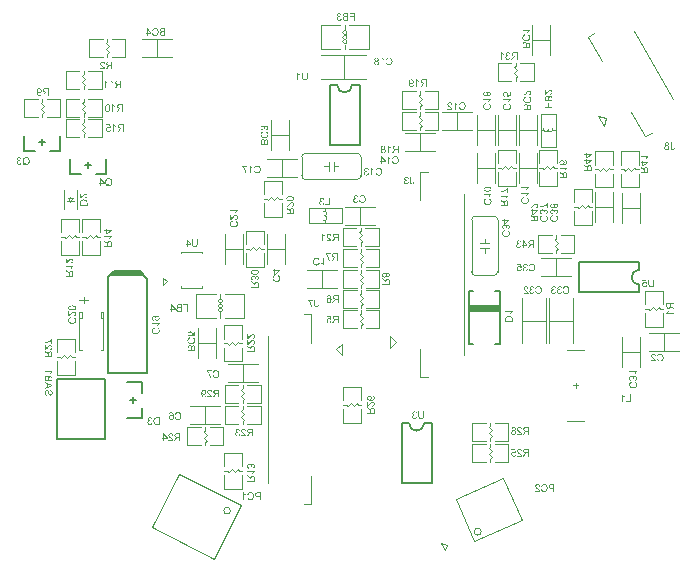
<source format=gbo>
%FSLAX44Y44*%
%MOMM*%
G71*
G01*
G75*
G04 Layer_Color=32896*
%ADD10R,1.3500X0.3000*%
%ADD11R,1.3500X0.2500*%
%ADD12R,0.5000X1.7000*%
G04:AMPARAMS|DCode=13|XSize=0.32mm|YSize=1.7mm|CornerRadius=0.08mm|HoleSize=0mm|Usage=FLASHONLY|Rotation=0.000|XOffset=0mm|YOffset=0mm|HoleType=Round|Shape=RoundedRectangle|*
%AMROUNDEDRECTD13*
21,1,0.3200,1.5400,0,0,0.0*
21,1,0.1600,1.7000,0,0,0.0*
1,1,0.1600,0.0800,-0.7700*
1,1,0.1600,-0.0800,-0.7700*
1,1,0.1600,-0.0800,0.7700*
1,1,0.1600,0.0800,0.7700*
%
%ADD13ROUNDEDRECTD13*%
G04:AMPARAMS|DCode=14|XSize=1.5mm|YSize=0.8mm|CornerRadius=0mm|HoleSize=0mm|Usage=FLASHONLY|Rotation=330.000|XOffset=0mm|YOffset=0mm|HoleType=Round|Shape=Rectangle|*
%AMROTATEDRECTD14*
4,1,4,-0.8495,0.0286,-0.4495,0.7214,0.8495,-0.0286,0.4495,-0.7214,-0.8495,0.0286,0.0*
%
%ADD14ROTATEDRECTD14*%

G04:AMPARAMS|DCode=15|XSize=1.5mm|YSize=1mm|CornerRadius=0mm|HoleSize=0mm|Usage=FLASHONLY|Rotation=240.000|XOffset=0mm|YOffset=0mm|HoleType=Round|Shape=Rectangle|*
%AMROTATEDRECTD15*
4,1,4,-0.0580,0.8995,0.8080,0.3995,0.0580,-0.8995,-0.8080,-0.3995,-0.0580,0.8995,0.0*
%
%ADD15ROTATEDRECTD15*%

G04:AMPARAMS|DCode=16|XSize=3mm|YSize=2.1mm|CornerRadius=0mm|HoleSize=0mm|Usage=FLASHONLY|Rotation=203.500|XOffset=0mm|YOffset=0mm|HoleType=Round|Shape=Rectangle|*
%AMROTATEDRECTD16*
4,1,4,0.9569,1.5610,1.7943,-0.3648,-0.9569,-1.5610,-1.7943,0.3648,0.9569,1.5610,0.0*
%
%ADD16ROTATEDRECTD16*%

G04:AMPARAMS|DCode=17|XSize=2.1mm|YSize=0.8mm|CornerRadius=0mm|HoleSize=0mm|Usage=FLASHONLY|Rotation=203.500|XOffset=0mm|YOffset=0mm|HoleType=Round|Shape=Rectangle|*
%AMROTATEDRECTD17*
4,1,4,0.8034,0.7855,1.1224,0.0519,-0.8034,-0.7855,-1.1224,-0.0519,0.8034,0.7855,0.0*
%
%ADD17ROTATEDRECTD17*%

G04:AMPARAMS|DCode=18|XSize=1.2954mm|YSize=1.1938mm|CornerRadius=0mm|HoleSize=0mm|Usage=FLASHONLY|Rotation=344.000|XOffset=0mm|YOffset=0mm|HoleType=Round|Shape=Rectangle|*
%AMROTATEDRECTD18*
4,1,4,-0.7871,-0.3952,-0.4581,0.7523,0.7871,0.3952,0.4581,-0.7523,-0.7871,-0.3952,0.0*
%
%ADD18ROTATEDRECTD18*%

G04:AMPARAMS|DCode=19|XSize=1.2954mm|YSize=1.1938mm|CornerRadius=0mm|HoleSize=0mm|Usage=FLASHONLY|Rotation=325.000|XOffset=0mm|YOffset=0mm|HoleType=Round|Shape=Rectangle|*
%AMROTATEDRECTD19*
4,1,4,-0.8729,-0.1175,-0.1882,0.8605,0.8729,0.1175,0.1882,-0.8605,-0.8729,-0.1175,0.0*
%
%ADD19ROTATEDRECTD19*%

%ADD20C,0.6000*%
%ADD21C,0.2540*%
%ADD22C,1.0000*%
%ADD23C,0.4000*%
%ADD24C,0.3000*%
G04:AMPARAMS|DCode=25|XSize=4mm|YSize=4mm|CornerRadius=2mm|HoleSize=0mm|Usage=FLASHONLY|Rotation=0.000|XOffset=0mm|YOffset=0mm|HoleType=Round|Shape=RoundedRectangle|*
%AMROUNDEDRECTD25*
21,1,4.0000,0.0000,0,0,0.0*
21,1,0.0000,4.0000,0,0,0.0*
1,1,4.0000,0.0000,0.0000*
1,1,4.0000,0.0000,0.0000*
1,1,4.0000,0.0000,0.0000*
1,1,4.0000,0.0000,0.0000*
%
%ADD25ROUNDEDRECTD25*%
%ADD26C,0.0254*%
%ADD27C,0.4500*%
G04:AMPARAMS|DCode=28|XSize=3mm|YSize=2.1mm|CornerRadius=0mm|HoleSize=0mm|Usage=FLASHONLY|Rotation=210.000|XOffset=0mm|YOffset=0mm|HoleType=Round|Shape=Rectangle|*
%AMROTATEDRECTD28*
4,1,4,0.7740,1.6593,1.8240,-0.1593,-0.7740,-1.6593,-1.8240,0.1593,0.7740,1.6593,0.0*
%
%ADD28ROTATEDRECTD28*%

G04:AMPARAMS|DCode=29|XSize=2.1mm|YSize=0.8mm|CornerRadius=0mm|HoleSize=0mm|Usage=FLASHONLY|Rotation=210.000|XOffset=0mm|YOffset=0mm|HoleType=Round|Shape=Rectangle|*
%AMROTATEDRECTD29*
4,1,4,0.7093,0.8714,1.1093,0.1786,-0.7093,-0.8714,-1.1093,-0.1786,0.7093,0.8714,0.0*
%
%ADD29ROTATEDRECTD29*%

%ADD30R,0.8890X1.0160*%
%ADD31R,2.1000X0.8000*%
%ADD32R,3.0000X2.1000*%
%ADD33R,1.0160X0.8890*%
%ADD34R,1.3970X1.3970*%
%ADD35R,0.8128X0.8128*%
%ADD36R,1.3970X1.3970*%
%ADD37R,1.2700X0.5080*%
%ADD38R,0.8128X0.8128*%
%ADD39R,2.0320X0.6096*%
%ADD40O,2.0320X0.6096*%
%ADD41R,2.0000X2.0000*%
%ADD42R,0.6096X2.0320*%
%ADD43O,0.6096X2.0320*%
%ADD44R,2.5000X2.2000*%
%ADD45R,1.2954X1.6002*%
%ADD46R,1.2000X1.6000*%
%ADD47R,1.6000X1.2000*%
%ADD48R,2.1500X6.3000*%
G04:AMPARAMS|DCode=49|XSize=1.6mm|YSize=1mm|CornerRadius=0mm|HoleSize=0mm|Usage=FLASHONLY|Rotation=24.000|XOffset=0mm|YOffset=0mm|HoleType=Round|Shape=Rectangle|*
%AMROTATEDRECTD49*
4,1,4,-0.5275,-0.7822,-0.9342,0.1314,0.5275,0.7822,0.9342,-0.1314,-0.5275,-0.7822,0.0*
%
%ADD49ROTATEDRECTD49*%

G04:AMPARAMS|DCode=50|XSize=1.8mm|YSize=1.2mm|CornerRadius=0mm|HoleSize=0mm|Usage=FLASHONLY|Rotation=153.000|XOffset=0mm|YOffset=0mm|HoleType=Round|Shape=Rectangle|*
%AMROTATEDRECTD50*
4,1,4,1.0743,0.1260,0.5295,-0.9432,-1.0743,-0.1260,-0.5295,0.9432,1.0743,0.1260,0.0*
%
%ADD50ROTATEDRECTD50*%

%ADD51R,0.8128X1.0668*%
%ADD52R,0.7000X0.6000*%
%ADD53R,3.5000X1.0000*%
%ADD54R,1.0668X0.8128*%
%ADD55C,0.8000*%
%ADD56C,0.5000*%
%ADD57C,0.1200*%
%ADD58C,0.1000*%
%ADD59C,0.1501*%
%ADD60C,0.1500*%
%ADD61C,0.1250*%
%ADD62R,1.5532X0.5032*%
%ADD63R,1.5532X0.4532*%
%ADD64R,0.7032X1.9032*%
G04:AMPARAMS|DCode=65|XSize=0.5232mm|YSize=1.9032mm|CornerRadius=0.1816mm|HoleSize=0mm|Usage=FLASHONLY|Rotation=0.000|XOffset=0mm|YOffset=0mm|HoleType=Round|Shape=RoundedRectangle|*
%AMROUNDEDRECTD65*
21,1,0.5232,1.5400,0,0,0.0*
21,1,0.1600,1.9032,0,0,0.0*
1,1,0.3632,0.0800,-0.7700*
1,1,0.3632,-0.0800,-0.7700*
1,1,0.3632,-0.0800,0.7700*
1,1,0.3632,0.0800,0.7700*
%
%ADD65ROUNDEDRECTD65*%
G04:AMPARAMS|DCode=66|XSize=1.7032mm|YSize=1.0032mm|CornerRadius=0mm|HoleSize=0mm|Usage=FLASHONLY|Rotation=330.000|XOffset=0mm|YOffset=0mm|HoleType=Round|Shape=Rectangle|*
%AMROTATEDRECTD66*
4,1,4,-0.9883,-0.0086,-0.4867,0.8602,0.9883,0.0086,0.4867,-0.8602,-0.9883,-0.0086,0.0*
%
%ADD66ROTATEDRECTD66*%

G04:AMPARAMS|DCode=67|XSize=1.7032mm|YSize=1.2032mm|CornerRadius=0mm|HoleSize=0mm|Usage=FLASHONLY|Rotation=240.000|XOffset=0mm|YOffset=0mm|HoleType=Round|Shape=Rectangle|*
%AMROTATEDRECTD67*
4,1,4,-0.0952,1.0383,0.9468,0.4367,0.0952,-1.0383,-0.9468,-0.4367,-0.0952,1.0383,0.0*
%
%ADD67ROTATEDRECTD67*%

G04:AMPARAMS|DCode=68|XSize=3.2032mm|YSize=2.3032mm|CornerRadius=0mm|HoleSize=0mm|Usage=FLASHONLY|Rotation=203.500|XOffset=0mm|YOffset=0mm|HoleType=Round|Shape=Rectangle|*
%AMROTATEDRECTD68*
4,1,4,1.0096,1.6947,1.9280,-0.4174,-1.0096,-1.6947,-1.9280,0.4174,1.0096,1.6947,0.0*
%
%ADD68ROTATEDRECTD68*%

G04:AMPARAMS|DCode=69|XSize=2.3032mm|YSize=1.0032mm|CornerRadius=0mm|HoleSize=0mm|Usage=FLASHONLY|Rotation=203.500|XOffset=0mm|YOffset=0mm|HoleType=Round|Shape=Rectangle|*
%AMROTATEDRECTD69*
4,1,4,0.8561,0.9192,1.2561,-0.0008,-0.8561,-0.9192,-1.2561,0.0008,0.8561,0.9192,0.0*
%
%ADD69ROTATEDRECTD69*%

G04:AMPARAMS|DCode=70|XSize=1.4986mm|YSize=1.397mm|CornerRadius=0mm|HoleSize=0mm|Usage=FLASHONLY|Rotation=344.000|XOffset=0mm|YOffset=0mm|HoleType=Round|Shape=Rectangle|*
%AMROTATEDRECTD70*
4,1,4,-0.9128,-0.4649,-0.5277,0.8780,0.9128,0.4649,0.5277,-0.8780,-0.9128,-0.4649,0.0*
%
%ADD70ROTATEDRECTD70*%

G04:AMPARAMS|DCode=71|XSize=1.4986mm|YSize=1.397mm|CornerRadius=0mm|HoleSize=0mm|Usage=FLASHONLY|Rotation=325.000|XOffset=0mm|YOffset=0mm|HoleType=Round|Shape=Rectangle|*
%AMROTATEDRECTD71*
4,1,4,-1.0144,-0.1424,-0.2132,1.0020,1.0144,0.1424,0.2132,-1.0020,-1.0144,-0.1424,0.0*
%
%ADD71ROTATEDRECTD71*%

G04:AMPARAMS|DCode=72|XSize=4.2032mm|YSize=4.2032mm|CornerRadius=2.1016mm|HoleSize=0mm|Usage=FLASHONLY|Rotation=0.000|XOffset=0mm|YOffset=0mm|HoleType=Round|Shape=RoundedRectangle|*
%AMROUNDEDRECTD72*
21,1,4.2032,0.0000,0,0,0.0*
21,1,0.0000,4.2032,0,0,0.0*
1,1,4.2032,0.0000,0.0000*
1,1,4.2032,0.0000,0.0000*
1,1,4.2032,0.0000,0.0000*
1,1,4.2032,0.0000,0.0000*
%
%ADD72ROUNDEDRECTD72*%
%ADD73C,0.2286*%
%ADD74C,0.6532*%
G04:AMPARAMS|DCode=75|XSize=3.2032mm|YSize=2.3032mm|CornerRadius=0mm|HoleSize=0mm|Usage=FLASHONLY|Rotation=210.000|XOffset=0mm|YOffset=0mm|HoleType=Round|Shape=Rectangle|*
%AMROTATEDRECTD75*
4,1,4,0.8112,1.7981,1.9628,-0.1965,-0.8112,-1.7981,-1.9628,0.1965,0.8112,1.7981,0.0*
%
%ADD75ROTATEDRECTD75*%

G04:AMPARAMS|DCode=76|XSize=2.3032mm|YSize=1.0032mm|CornerRadius=0mm|HoleSize=0mm|Usage=FLASHONLY|Rotation=210.000|XOffset=0mm|YOffset=0mm|HoleType=Round|Shape=Rectangle|*
%AMROTATEDRECTD76*
4,1,4,0.7465,1.0102,1.2481,0.1414,-0.7465,-1.0102,-1.2481,-0.1414,0.7465,1.0102,0.0*
%
%ADD76ROTATEDRECTD76*%

%ADD77R,1.0922X1.2192*%
%ADD78R,2.3032X1.0032*%
%ADD79R,3.2032X2.3032*%
%ADD80R,1.2192X1.0922*%
%ADD81R,1.6002X1.6002*%
%ADD82R,1.0160X1.0160*%
%ADD83R,1.6002X1.6002*%
%ADD84R,1.4732X0.7112*%
%ADD85R,1.0160X1.0160*%
%ADD86R,2.2352X0.8128*%
%ADD87O,2.2352X0.8128*%
%ADD88R,2.2032X2.2032*%
%ADD89R,0.8128X2.2352*%
%ADD90O,0.8128X2.2352*%
%ADD91R,2.7032X2.4032*%
%ADD92R,1.4986X1.8034*%
%ADD93R,1.4032X1.8032*%
%ADD94R,1.8032X1.4032*%
%ADD95R,2.3532X6.5032*%
G04:AMPARAMS|DCode=96|XSize=1.8032mm|YSize=1.2032mm|CornerRadius=0mm|HoleSize=0mm|Usage=FLASHONLY|Rotation=24.000|XOffset=0mm|YOffset=0mm|HoleType=Round|Shape=Rectangle|*
%AMROTATEDRECTD96*
4,1,4,-0.5790,-0.9163,-1.0683,0.1829,0.5790,0.9163,1.0683,-0.1829,-0.5790,-0.9163,0.0*
%
%ADD96ROTATEDRECTD96*%

G04:AMPARAMS|DCode=97|XSize=2.0032mm|YSize=1.4032mm|CornerRadius=0mm|HoleSize=0mm|Usage=FLASHONLY|Rotation=153.000|XOffset=0mm|YOffset=0mm|HoleType=Round|Shape=Rectangle|*
%AMROTATEDRECTD97*
4,1,4,1.2109,0.1704,0.5739,-1.0798,-1.2109,-0.1704,-0.5739,1.0798,1.2109,0.1704,0.0*
%
%ADD97ROTATEDRECTD97*%

%ADD98R,1.0160X1.2700*%
%ADD99R,0.9032X0.8032*%
%ADD100R,3.7032X1.2032*%
%ADD101R,1.2700X1.0160*%
%ADD102C,0.1999*%
%ADD103C,0.1524*%
%ADD104C,0.2032*%
%ADD105C,0.2000*%
G36*
X41910Y64479D02*
X41059D01*
Y67317D01*
X39968D01*
X39867Y67308D01*
X39793D01*
X39728Y67299D01*
X39682Y67289D01*
X39645D01*
X39626Y67280D01*
X39617D01*
X39469Y67234D01*
X39404Y67206D01*
X39349Y67179D01*
X39293Y67151D01*
X39256Y67132D01*
X39238Y67123D01*
X39229Y67114D01*
X39155Y67058D01*
X39081Y66993D01*
X38942Y66855D01*
X38877Y66790D01*
X38831Y66735D01*
X38804Y66698D01*
X38794Y66688D01*
X38702Y66559D01*
X38600Y66420D01*
X38498Y66272D01*
X38397Y66134D01*
X38314Y66004D01*
X38249Y65903D01*
X38221Y65866D01*
X38203Y65838D01*
X38184Y65819D01*
Y65810D01*
X37343Y64479D01*
X36289D01*
X37389Y66217D01*
X37518Y66402D01*
X37638Y66568D01*
X37759Y66707D01*
X37860Y66836D01*
X37953Y66929D01*
X38027Y67003D01*
X38073Y67049D01*
X38092Y67067D01*
X38166Y67123D01*
X38249Y67188D01*
X38415Y67289D01*
X38489Y67326D01*
X38545Y67363D01*
X38582Y67382D01*
X38600Y67391D01*
X38434Y67419D01*
X38277Y67447D01*
X38138Y67493D01*
X37999Y67530D01*
X37879Y67576D01*
X37768Y67632D01*
X37666Y67678D01*
X37574Y67724D01*
X37500Y67779D01*
X37426Y67826D01*
X37370Y67863D01*
X37324Y67900D01*
X37287Y67927D01*
X37260Y67955D01*
X37250Y67964D01*
X37241Y67974D01*
X37167Y68066D01*
X37093Y68158D01*
X36982Y68353D01*
X36908Y68547D01*
X36853Y68732D01*
X36816Y68889D01*
X36806Y68954D01*
Y69018D01*
X36797Y69065D01*
Y69102D01*
Y69120D01*
Y69129D01*
X36806Y69323D01*
X36834Y69499D01*
X36880Y69665D01*
X36927Y69804D01*
X36982Y69924D01*
X37019Y70017D01*
X37056Y70072D01*
X37065Y70082D01*
Y70091D01*
X37176Y70239D01*
X37287Y70368D01*
X37407Y70479D01*
X37518Y70562D01*
X37620Y70627D01*
X37703Y70664D01*
X37759Y70692D01*
X37768Y70701D01*
X37777D01*
X37860Y70729D01*
X37962Y70757D01*
X38166Y70803D01*
X38387Y70830D01*
X38591Y70858D01*
X38785Y70867D01*
X38868D01*
X38942Y70877D01*
X41910D01*
Y64479D01*
D02*
G37*
G36*
X28883Y70895D02*
X29031Y70886D01*
X29290Y70830D01*
X29410Y70793D01*
X29521Y70757D01*
X29623Y70710D01*
X29715Y70664D01*
X29789Y70618D01*
X29863Y70572D01*
X29928Y70535D01*
X29974Y70498D01*
X30011Y70470D01*
X30039Y70442D01*
X30057Y70433D01*
X30066Y70424D01*
X30150Y70331D01*
X30233Y70239D01*
X30298Y70137D01*
X30353Y70035D01*
X30445Y69841D01*
X30501Y69656D01*
X30538Y69499D01*
X30547Y69425D01*
X30556Y69370D01*
X30566Y69314D01*
Y69277D01*
Y69259D01*
Y69250D01*
X30556Y69083D01*
X30529Y68926D01*
X30492Y68787D01*
X30445Y68667D01*
X30408Y68575D01*
X30371Y68501D01*
X30344Y68464D01*
X30334Y68445D01*
X30233Y68334D01*
X30122Y68232D01*
X30002Y68140D01*
X29881Y68066D01*
X29771Y68011D01*
X29687Y67974D01*
X29650Y67955D01*
X29623Y67946D01*
X29613Y67937D01*
X29604D01*
X29817Y67872D01*
X29992Y67789D01*
X30150Y67687D01*
X30279Y67594D01*
X30381Y67502D01*
X30455Y67428D01*
X30492Y67382D01*
X30510Y67373D01*
Y67363D01*
X30612Y67197D01*
X30695Y67021D01*
X30751Y66855D01*
X30787Y66688D01*
X30806Y66540D01*
X30815Y66476D01*
Y66420D01*
X30824Y66383D01*
Y66346D01*
Y66328D01*
Y66319D01*
X30815Y66171D01*
X30797Y66023D01*
X30769Y65884D01*
X30732Y65745D01*
X30640Y65514D01*
X30593Y65403D01*
X30538Y65311D01*
X30482Y65218D01*
X30436Y65144D01*
X30381Y65080D01*
X30344Y65024D01*
X30307Y64978D01*
X30279Y64950D01*
X30261Y64932D01*
X30251Y64922D01*
X30140Y64821D01*
X30020Y64738D01*
X29891Y64664D01*
X29761Y64599D01*
X29641Y64553D01*
X29512Y64507D01*
X29262Y64442D01*
X29151Y64414D01*
X29049Y64395D01*
X28957Y64386D01*
X28874Y64377D01*
X28809Y64368D01*
X28716D01*
X28541Y64377D01*
X28384Y64395D01*
X28226Y64423D01*
X28079Y64451D01*
X27949Y64497D01*
X27820Y64543D01*
X27699Y64590D01*
X27598Y64645D01*
X27505Y64701D01*
X27422Y64747D01*
X27357Y64793D01*
X27293Y64839D01*
X27246Y64867D01*
X27219Y64895D01*
X27200Y64913D01*
X27191Y64922D01*
X27089Y65033D01*
X26997Y65144D01*
X26923Y65255D01*
X26858Y65376D01*
X26793Y65486D01*
X26747Y65607D01*
X26683Y65819D01*
X26655Y65921D01*
X26636Y66013D01*
X26627Y66097D01*
X26618Y66161D01*
X26609Y66217D01*
Y66263D01*
Y66291D01*
Y66300D01*
X26618Y66513D01*
X26655Y66707D01*
X26710Y66883D01*
X26766Y67031D01*
X26821Y67151D01*
X26877Y67243D01*
X26914Y67299D01*
X26923Y67308D01*
Y67317D01*
X27052Y67465D01*
X27191Y67594D01*
X27339Y67696D01*
X27478Y67789D01*
X27607Y67853D01*
X27718Y67900D01*
X27755Y67918D01*
X27783Y67927D01*
X27801Y67937D01*
X27810D01*
X27644Y68011D01*
X27505Y68094D01*
X27385Y68177D01*
X27283Y68260D01*
X27209Y68334D01*
X27154Y68390D01*
X27117Y68427D01*
X27108Y68445D01*
X27025Y68575D01*
X26969Y68704D01*
X26923Y68833D01*
X26895Y68963D01*
X26877Y69065D01*
X26867Y69148D01*
Y69203D01*
Y69212D01*
Y69222D01*
X26877Y69351D01*
X26886Y69471D01*
X26951Y69703D01*
X27034Y69906D01*
X27126Y70082D01*
X27219Y70220D01*
X27265Y70276D01*
X27302Y70331D01*
X27339Y70368D01*
X27367Y70396D01*
X27376Y70405D01*
X27385Y70414D01*
X27487Y70498D01*
X27589Y70581D01*
X27699Y70646D01*
X27810Y70701D01*
X28032Y70784D01*
X28254Y70840D01*
X28347Y70867D01*
X28439Y70877D01*
X28522Y70886D01*
X28596Y70895D01*
X28652Y70904D01*
X28735D01*
X28883Y70895D01*
D02*
G37*
G36*
X-51319Y17221D02*
X-51135Y17092D01*
X-50968Y16971D01*
X-50829Y16851D01*
X-50700Y16750D01*
X-50608Y16657D01*
X-50533Y16583D01*
X-50487Y16537D01*
X-50469Y16518D01*
X-50413Y16444D01*
X-50349Y16361D01*
X-50247Y16195D01*
X-50210Y16121D01*
X-50173Y16065D01*
X-50154Y16028D01*
X-50145Y16010D01*
X-50118Y16176D01*
X-50090Y16334D01*
X-50044Y16472D01*
X-50006Y16611D01*
X-49960Y16731D01*
X-49905Y16842D01*
X-49859Y16944D01*
X-49812Y17036D01*
X-49757Y17110D01*
X-49711Y17184D01*
X-49674Y17240D01*
X-49637Y17286D01*
X-49609Y17323D01*
X-49581Y17350D01*
X-49572Y17360D01*
X-49563Y17369D01*
X-49470Y17443D01*
X-49378Y17517D01*
X-49184Y17628D01*
X-48990Y17702D01*
X-48805Y17757D01*
X-48647Y17794D01*
X-48583Y17804D01*
X-48518D01*
X-48472Y17813D01*
X-48407D01*
X-48213Y17804D01*
X-48037Y17776D01*
X-47871Y17730D01*
X-47732Y17683D01*
X-47612Y17628D01*
X-47519Y17591D01*
X-47464Y17554D01*
X-47455Y17545D01*
X-47446D01*
X-47298Y17434D01*
X-47168Y17323D01*
X-47057Y17203D01*
X-46974Y17092D01*
X-46909Y16990D01*
X-46872Y16907D01*
X-46845Y16851D01*
X-46835Y16842D01*
Y16833D01*
X-46807Y16750D01*
X-46780Y16648D01*
X-46734Y16444D01*
X-46706Y16223D01*
X-46678Y16019D01*
X-46669Y15825D01*
Y15742D01*
X-46660Y15668D01*
Y15612D01*
Y15566D01*
Y15538D01*
Y15529D01*
Y12700D01*
X-53058D01*
Y13551D01*
X-50219D01*
Y14531D01*
Y14642D01*
X-50228Y14743D01*
Y14817D01*
X-50238Y14882D01*
X-50247Y14928D01*
Y14965D01*
X-50256Y14984D01*
Y14993D01*
X-50302Y15141D01*
X-50330Y15206D01*
X-50358Y15261D01*
X-50386Y15316D01*
X-50404Y15353D01*
X-50413Y15372D01*
X-50423Y15381D01*
X-50478Y15455D01*
X-50543Y15529D01*
X-50681Y15668D01*
X-50746Y15733D01*
X-50802Y15779D01*
X-50839Y15806D01*
X-50848Y15816D01*
X-50977Y15908D01*
X-51116Y16010D01*
X-51264Y16112D01*
X-51403Y16213D01*
X-51532Y16296D01*
X-51634Y16361D01*
X-51671Y16389D01*
X-51698Y16408D01*
X-51717Y16426D01*
X-51726D01*
X-53058Y17267D01*
Y18321D01*
X-51319Y17221D01*
D02*
G37*
G36*
X33432Y70747D02*
X33533Y70599D01*
X33654Y70451D01*
X33765Y70322D01*
X33876Y70211D01*
X33959Y70119D01*
X33996Y70091D01*
X34023Y70063D01*
X34033Y70054D01*
X34042Y70045D01*
X34236Y69887D01*
X34430Y69739D01*
X34615Y69610D01*
X34800Y69508D01*
X34957Y69416D01*
X35022Y69379D01*
X35078Y69351D01*
X35124Y69323D01*
X35161Y69314D01*
X35179Y69296D01*
X35188D01*
Y68538D01*
X35050Y68593D01*
X34911Y68658D01*
X34772Y68723D01*
X34643Y68787D01*
X34532Y68843D01*
X34440Y68889D01*
X34384Y68926D01*
X34375Y68935D01*
X34366D01*
X34199Y69037D01*
X34051Y69138D01*
X33922Y69231D01*
X33820Y69314D01*
X33728Y69379D01*
X33672Y69434D01*
X33626Y69471D01*
X33617Y69481D01*
Y64479D01*
X32831D01*
Y70904D01*
X33339D01*
X33432Y70747D01*
D02*
G37*
G36*
X179841Y47701D02*
X180026Y47572D01*
X180192Y47452D01*
X180331Y47331D01*
X180460Y47230D01*
X180553Y47137D01*
X180627Y47063D01*
X180673Y47017D01*
X180692Y46998D01*
X180747Y46925D01*
X180812Y46841D01*
X180914Y46675D01*
X180951Y46601D01*
X180987Y46545D01*
X181006Y46508D01*
X181015Y46490D01*
X181043Y46656D01*
X181071Y46814D01*
X181117Y46952D01*
X181154Y47091D01*
X181200Y47211D01*
X181256Y47322D01*
X181302Y47424D01*
X181348Y47516D01*
X181404Y47590D01*
X181450Y47664D01*
X181487Y47720D01*
X181524Y47766D01*
X181551Y47803D01*
X181579Y47831D01*
X181588Y47840D01*
X181598Y47849D01*
X181690Y47923D01*
X181783Y47997D01*
X181977Y48108D01*
X182171Y48182D01*
X182356Y48237D01*
X182513Y48274D01*
X182578Y48284D01*
X182642D01*
X182689Y48293D01*
X182753D01*
X182948Y48284D01*
X183123Y48256D01*
X183290Y48210D01*
X183428Y48163D01*
X183549Y48108D01*
X183641Y48071D01*
X183696Y48034D01*
X183706Y48025D01*
X183715D01*
X183863Y47914D01*
X183992Y47803D01*
X184103Y47683D01*
X184186Y47572D01*
X184251Y47470D01*
X184288Y47387D01*
X184316Y47331D01*
X184325Y47322D01*
Y47313D01*
X184353Y47230D01*
X184381Y47128D01*
X184427Y46925D01*
X184455Y46703D01*
X184482Y46499D01*
X184492Y46305D01*
Y46222D01*
X184501Y46148D01*
Y46092D01*
Y46046D01*
Y46018D01*
Y46009D01*
Y43180D01*
X178103D01*
Y44031D01*
X180941D01*
Y45011D01*
Y45122D01*
X180932Y45223D01*
Y45297D01*
X180923Y45362D01*
X180914Y45408D01*
Y45445D01*
X180904Y45464D01*
Y45473D01*
X180858Y45621D01*
X180830Y45686D01*
X180803Y45741D01*
X180775Y45796D01*
X180756Y45834D01*
X180747Y45852D01*
X180738Y45861D01*
X180682Y45935D01*
X180618Y46009D01*
X180479Y46148D01*
X180414Y46213D01*
X180359Y46259D01*
X180322Y46287D01*
X180312Y46296D01*
X180183Y46388D01*
X180044Y46490D01*
X179897Y46592D01*
X179758Y46693D01*
X179628Y46776D01*
X179527Y46841D01*
X179490Y46869D01*
X179462Y46887D01*
X179443Y46906D01*
X179434D01*
X178103Y47747D01*
Y48801D01*
X179841Y47701D01*
D02*
G37*
G36*
X-208627Y142052D02*
X-208470Y142043D01*
X-208322Y142015D01*
X-208183Y141988D01*
X-208054Y141951D01*
X-207934Y141914D01*
X-207823Y141868D01*
X-207721Y141821D01*
X-207629Y141775D01*
X-207555Y141729D01*
X-207490Y141692D01*
X-207435Y141655D01*
X-207388Y141627D01*
X-207361Y141599D01*
X-207342Y141590D01*
X-207333Y141581D01*
X-207240Y141488D01*
X-207157Y141387D01*
X-207074Y141276D01*
X-207009Y141165D01*
X-206898Y140943D01*
X-206824Y140721D01*
X-206797Y140619D01*
X-206769Y140518D01*
X-206750Y140434D01*
X-206732Y140360D01*
X-206723Y140296D01*
Y140250D01*
X-206713Y140222D01*
Y140212D01*
X-207518Y140129D01*
X-207536Y140342D01*
X-207573Y140527D01*
X-207629Y140693D01*
X-207694Y140823D01*
X-207749Y140934D01*
X-207804Y141008D01*
X-207841Y141054D01*
X-207860Y141072D01*
X-207999Y141183D01*
X-208146Y141266D01*
X-208304Y141331D01*
X-208442Y141368D01*
X-208572Y141396D01*
X-208683Y141405D01*
X-208720Y141414D01*
X-208775D01*
X-208969Y141405D01*
X-209145Y141368D01*
X-209293Y141313D01*
X-209422Y141257D01*
X-209524Y141193D01*
X-209589Y141146D01*
X-209635Y141109D01*
X-209653Y141091D01*
X-209764Y140961D01*
X-209848Y140832D01*
X-209912Y140702D01*
X-209949Y140573D01*
X-209977Y140471D01*
X-209986Y140379D01*
X-209996Y140323D01*
Y140314D01*
Y140305D01*
X-209977Y140139D01*
X-209940Y139963D01*
X-209875Y139806D01*
X-209811Y139658D01*
X-209737Y139538D01*
X-209672Y139436D01*
X-209653Y139399D01*
X-209635Y139371D01*
X-209617Y139362D01*
Y139353D01*
X-209543Y139251D01*
X-209450Y139149D01*
X-209348Y139038D01*
X-209237Y138927D01*
X-209006Y138706D01*
X-208775Y138484D01*
X-208655Y138382D01*
X-208553Y138289D01*
X-208452Y138206D01*
X-208368Y138132D01*
X-208304Y138077D01*
X-208248Y138031D01*
X-208211Y138003D01*
X-208202Y137994D01*
X-207971Y137799D01*
X-207758Y137614D01*
X-207582Y137448D01*
X-207444Y137309D01*
X-207324Y137189D01*
X-207240Y137106D01*
X-207194Y137051D01*
X-207176Y137041D01*
Y137032D01*
X-207046Y136875D01*
X-206945Y136727D01*
X-206852Y136579D01*
X-206778Y136450D01*
X-206723Y136339D01*
X-206686Y136255D01*
X-206667Y136200D01*
X-206658Y136191D01*
Y136181D01*
X-206621Y136080D01*
X-206602Y135987D01*
X-206584Y135895D01*
X-206575Y135812D01*
X-206565Y135738D01*
Y135682D01*
Y135645D01*
Y135636D01*
X-210809D01*
Y136394D01*
X-207656D01*
X-207767Y136551D01*
X-207823Y136616D01*
X-207869Y136681D01*
X-207915Y136736D01*
X-207952Y136773D01*
X-207980Y136801D01*
X-207989Y136810D01*
X-208036Y136856D01*
X-208091Y136903D01*
X-208221Y137023D01*
X-208368Y137162D01*
X-208526Y137300D01*
X-208673Y137420D01*
X-208738Y137476D01*
X-208794Y137531D01*
X-208840Y137568D01*
X-208877Y137596D01*
X-208895Y137614D01*
X-208905Y137624D01*
X-209053Y137753D01*
X-209200Y137873D01*
X-209330Y137994D01*
X-209450Y138095D01*
X-209561Y138197D01*
X-209653Y138289D01*
X-209746Y138373D01*
X-209820Y138447D01*
X-209894Y138521D01*
X-209949Y138576D01*
X-209996Y138622D01*
X-210042Y138668D01*
X-210088Y138724D01*
X-210107Y138743D01*
X-210236Y138900D01*
X-210347Y139038D01*
X-210439Y139177D01*
X-210513Y139288D01*
X-210569Y139390D01*
X-210606Y139464D01*
X-210624Y139510D01*
X-210634Y139528D01*
X-210689Y139667D01*
X-210726Y139806D01*
X-210763Y139935D01*
X-210781Y140046D01*
X-210791Y140148D01*
X-210800Y140222D01*
Y140268D01*
Y140287D01*
X-210791Y140425D01*
X-210772Y140555D01*
X-210754Y140684D01*
X-210717Y140795D01*
X-210624Y141017D01*
X-210532Y141193D01*
X-210476Y141276D01*
X-210430Y141341D01*
X-210384Y141405D01*
X-210338Y141451D01*
X-210301Y141488D01*
X-210282Y141525D01*
X-210264Y141535D01*
X-210254Y141544D01*
X-210153Y141636D01*
X-210042Y141720D01*
X-209922Y141784D01*
X-209802Y141840D01*
X-209561Y141932D01*
X-209321Y141997D01*
X-209219Y142015D01*
X-209117Y142034D01*
X-209025Y142043D01*
X-208951Y142052D01*
X-208886Y142062D01*
X-208794D01*
X-208627Y142052D01*
D02*
G37*
G36*
X180340Y58463D02*
X180497Y58444D01*
X180655Y58417D01*
X180793Y58389D01*
X180923Y58343D01*
X181052Y58297D01*
X181163Y58250D01*
X181265Y58195D01*
X181357Y58139D01*
X181441Y58093D01*
X181505Y58047D01*
X181570Y58001D01*
X181616Y57973D01*
X181644Y57945D01*
X181662Y57927D01*
X181672Y57917D01*
X181773Y57816D01*
X181866Y57705D01*
X181940Y57585D01*
X182005Y57474D01*
X182069Y57363D01*
X182115Y57252D01*
X182180Y57039D01*
X182208Y56947D01*
X182226Y56854D01*
X182236Y56780D01*
X182245Y56706D01*
X182254Y56651D01*
Y56614D01*
Y56586D01*
Y56577D01*
X182245Y56410D01*
X182217Y56253D01*
X182189Y56105D01*
X182152Y55976D01*
X182106Y55865D01*
X182078Y55782D01*
X182051Y55726D01*
X182041Y55717D01*
Y55708D01*
X181949Y55560D01*
X181847Y55430D01*
X181746Y55310D01*
X181635Y55218D01*
X181542Y55135D01*
X181468Y55070D01*
X181413Y55033D01*
X181404Y55024D01*
X181570D01*
X181736Y55033D01*
X181884Y55042D01*
X182032Y55061D01*
X182162Y55070D01*
X182282Y55088D01*
X182393Y55107D01*
X182495Y55135D01*
X182587Y55153D01*
X182661Y55171D01*
X182726Y55190D01*
X182781Y55199D01*
X182818Y55218D01*
X182846Y55227D01*
X182864Y55236D01*
X182874D01*
X183058Y55329D01*
X183225Y55421D01*
X183354Y55523D01*
X183465Y55615D01*
X183558Y55698D01*
X183622Y55763D01*
X183659Y55809D01*
X183669Y55828D01*
X183743Y55939D01*
X183789Y56050D01*
X183826Y56161D01*
X183854Y56272D01*
X183872Y56355D01*
X183881Y56429D01*
Y56475D01*
Y56494D01*
X183863Y56660D01*
X183826Y56817D01*
X183770Y56947D01*
X183715Y57067D01*
X183650Y57159D01*
X183595Y57224D01*
X183558Y57261D01*
X183539Y57280D01*
X183456Y57344D01*
X183354Y57409D01*
X183243Y57464D01*
X183132Y57501D01*
X183031Y57538D01*
X182948Y57566D01*
X182892Y57575D01*
X182883Y57585D01*
X182874D01*
X182938Y58370D01*
X183197Y58315D01*
X183428Y58232D01*
X183632Y58139D01*
X183798Y58038D01*
X183928Y57936D01*
X183983Y57899D01*
X184029Y57853D01*
X184057Y57825D01*
X184085Y57797D01*
X184094Y57788D01*
X184103Y57779D01*
X184177Y57686D01*
X184242Y57585D01*
X184353Y57381D01*
X184427Y57178D01*
X184473Y56984D01*
X184510Y56808D01*
X184519Y56734D01*
Y56669D01*
X184529Y56614D01*
Y56577D01*
Y56549D01*
Y56540D01*
X184519Y56355D01*
X184501Y56179D01*
X184464Y56013D01*
X184418Y55856D01*
X184353Y55717D01*
X184297Y55578D01*
X184223Y55458D01*
X184159Y55347D01*
X184094Y55255D01*
X184020Y55162D01*
X183965Y55088D01*
X183909Y55033D01*
X183854Y54987D01*
X183817Y54950D01*
X183798Y54931D01*
X183789Y54922D01*
X183622Y54802D01*
X183428Y54700D01*
X183225Y54608D01*
X183012Y54524D01*
X182790Y54460D01*
X182568Y54404D01*
X182337Y54358D01*
X182125Y54321D01*
X181912Y54293D01*
X181718Y54275D01*
X181542Y54256D01*
X181394Y54247D01*
X181265D01*
X181172Y54238D01*
X181089D01*
X180793Y54247D01*
X180516Y54265D01*
X180257Y54293D01*
X180017Y54339D01*
X179804Y54386D01*
X179610Y54432D01*
X179434Y54487D01*
X179277Y54552D01*
X179148Y54608D01*
X179027Y54663D01*
X178935Y54709D01*
X178852Y54765D01*
X178787Y54802D01*
X178750Y54830D01*
X178722Y54848D01*
X178713Y54857D01*
X178584Y54977D01*
X178473Y55107D01*
X178380Y55236D01*
X178297Y55366D01*
X178223Y55504D01*
X178168Y55634D01*
X178121Y55763D01*
X178084Y55893D01*
X178057Y56004D01*
X178029Y56115D01*
X178010Y56207D01*
X178001Y56290D01*
Y56364D01*
X177992Y56410D01*
Y56447D01*
Y56457D01*
X178001Y56669D01*
X178038Y56863D01*
X178075Y57039D01*
X178131Y57196D01*
X178177Y57316D01*
X178223Y57409D01*
X178232Y57446D01*
X178251Y57474D01*
X178260Y57483D01*
Y57492D01*
X178371Y57649D01*
X178500Y57797D01*
X178630Y57917D01*
X178759Y58019D01*
X178880Y58102D01*
X178972Y58158D01*
X179009Y58176D01*
X179037Y58195D01*
X179046Y58204D01*
X179055D01*
X179249Y58297D01*
X179453Y58361D01*
X179638Y58408D01*
X179813Y58435D01*
X179961Y58463D01*
X180017D01*
X180072Y58472D01*
X180174D01*
X180340Y58463D01*
D02*
G37*
G36*
X184529Y51751D02*
X184371Y51658D01*
X184223Y51557D01*
X184076Y51436D01*
X183946Y51325D01*
X183835Y51214D01*
X183743Y51131D01*
X183715Y51094D01*
X183687Y51066D01*
X183678Y51057D01*
X183669Y51048D01*
X183512Y50854D01*
X183364Y50660D01*
X183234Y50475D01*
X183132Y50290D01*
X183040Y50133D01*
X183003Y50068D01*
X182975Y50012D01*
X182948Y49966D01*
X182938Y49929D01*
X182920Y49911D01*
Y49902D01*
X182162D01*
X182217Y50040D01*
X182282Y50179D01*
X182347Y50318D01*
X182411Y50447D01*
X182467Y50558D01*
X182513Y50650D01*
X182550Y50706D01*
X182559Y50715D01*
Y50724D01*
X182661Y50891D01*
X182763Y51039D01*
X182855Y51168D01*
X182938Y51270D01*
X183003Y51362D01*
X183058Y51418D01*
X183095Y51464D01*
X183105Y51473D01*
X178103D01*
Y52259D01*
X184529D01*
Y51751D01*
D02*
G37*
G36*
X-84622Y-99410D02*
X-84437Y-99539D01*
X-84270Y-99660D01*
X-84132Y-99780D01*
X-84002Y-99881D01*
X-83910Y-99974D01*
X-83836Y-100048D01*
X-83790Y-100094D01*
X-83771Y-100113D01*
X-83716Y-100187D01*
X-83651Y-100270D01*
X-83549Y-100436D01*
X-83512Y-100510D01*
X-83475Y-100566D01*
X-83457Y-100603D01*
X-83448Y-100621D01*
X-83420Y-100455D01*
X-83392Y-100297D01*
X-83346Y-100159D01*
X-83309Y-100020D01*
X-83263Y-99900D01*
X-83207Y-99789D01*
X-83161Y-99687D01*
X-83115Y-99595D01*
X-83059Y-99521D01*
X-83013Y-99447D01*
X-82976Y-99391D01*
X-82939Y-99345D01*
X-82911Y-99308D01*
X-82884Y-99281D01*
X-82874Y-99271D01*
X-82865Y-99262D01*
X-82773Y-99188D01*
X-82680Y-99114D01*
X-82486Y-99003D01*
X-82292Y-98929D01*
X-82107Y-98874D01*
X-81950Y-98837D01*
X-81885Y-98827D01*
X-81820D01*
X-81774Y-98818D01*
X-81709D01*
X-81515Y-98827D01*
X-81340Y-98855D01*
X-81173Y-98901D01*
X-81034Y-98948D01*
X-80914Y-99003D01*
X-80822Y-99040D01*
X-80766Y-99077D01*
X-80757Y-99086D01*
X-80748D01*
X-80600Y-99197D01*
X-80471Y-99308D01*
X-80360Y-99428D01*
X-80276Y-99539D01*
X-80212Y-99641D01*
X-80175Y-99724D01*
X-80147Y-99780D01*
X-80138Y-99789D01*
Y-99798D01*
X-80110Y-99881D01*
X-80082Y-99983D01*
X-80036Y-100187D01*
X-80008Y-100408D01*
X-79981Y-100612D01*
X-79971Y-100806D01*
Y-100889D01*
X-79962Y-100963D01*
Y-101019D01*
Y-101065D01*
Y-101093D01*
Y-101102D01*
Y-103931D01*
X-86360D01*
Y-103080D01*
X-83522D01*
Y-102100D01*
Y-101989D01*
X-83531Y-101888D01*
Y-101814D01*
X-83540Y-101749D01*
X-83549Y-101703D01*
Y-101666D01*
X-83559Y-101647D01*
Y-101638D01*
X-83605Y-101490D01*
X-83632Y-101426D01*
X-83660Y-101370D01*
X-83688Y-101314D01*
X-83707Y-101278D01*
X-83716Y-101259D01*
X-83725Y-101250D01*
X-83780Y-101176D01*
X-83845Y-101102D01*
X-83984Y-100963D01*
X-84049Y-100899D01*
X-84104Y-100852D01*
X-84141Y-100824D01*
X-84150Y-100815D01*
X-84280Y-100723D01*
X-84418Y-100621D01*
X-84566Y-100519D01*
X-84705Y-100418D01*
X-84834Y-100335D01*
X-84936Y-100270D01*
X-84973Y-100242D01*
X-85001Y-100224D01*
X-85019Y-100205D01*
X-85029D01*
X-86360Y-99364D01*
Y-98310D01*
X-84622Y-99410D01*
D02*
G37*
G36*
X-16961Y-3744D02*
X-16804Y-3753D01*
X-16656Y-3780D01*
X-16518Y-3808D01*
X-16388Y-3845D01*
X-16268Y-3882D01*
X-16157Y-3929D01*
X-16055Y-3975D01*
X-15963Y-4021D01*
X-15889Y-4067D01*
X-15824Y-4104D01*
X-15769Y-4141D01*
X-15723Y-4169D01*
X-15695Y-4197D01*
X-15676Y-4206D01*
X-15667Y-4215D01*
X-15575Y-4308D01*
X-15491Y-4409D01*
X-15408Y-4520D01*
X-15343Y-4631D01*
X-15232Y-4853D01*
X-15158Y-5075D01*
X-15131Y-5177D01*
X-15103Y-5278D01*
X-15085Y-5361D01*
X-15066Y-5436D01*
X-15057Y-5500D01*
Y-5546D01*
X-15048Y-5574D01*
Y-5583D01*
X-15852Y-5667D01*
X-15870Y-5454D01*
X-15907Y-5269D01*
X-15963Y-5103D01*
X-16028Y-4973D01*
X-16083Y-4862D01*
X-16139Y-4788D01*
X-16176Y-4742D01*
X-16194Y-4724D01*
X-16333Y-4613D01*
X-16481Y-4529D01*
X-16638Y-4465D01*
X-16776Y-4428D01*
X-16906Y-4400D01*
X-17017Y-4391D01*
X-17054Y-4381D01*
X-17109D01*
X-17304Y-4391D01*
X-17479Y-4428D01*
X-17627Y-4483D01*
X-17757Y-4539D01*
X-17858Y-4603D01*
X-17923Y-4650D01*
X-17969Y-4687D01*
X-17988Y-4705D01*
X-18099Y-4834D01*
X-18182Y-4964D01*
X-18247Y-5093D01*
X-18283Y-5223D01*
X-18311Y-5325D01*
X-18320Y-5417D01*
X-18330Y-5472D01*
Y-5482D01*
Y-5491D01*
X-18311Y-5657D01*
X-18274Y-5833D01*
X-18210Y-5990D01*
X-18145Y-6138D01*
X-18071Y-6258D01*
X-18006Y-6360D01*
X-17988Y-6397D01*
X-17969Y-6425D01*
X-17951Y-6434D01*
Y-6443D01*
X-17877Y-6545D01*
X-17784Y-6647D01*
X-17683Y-6758D01*
X-17572Y-6869D01*
X-17341Y-7090D01*
X-17109Y-7312D01*
X-16989Y-7414D01*
X-16887Y-7506D01*
X-16786Y-7590D01*
X-16703Y-7664D01*
X-16638Y-7719D01*
X-16582Y-7765D01*
X-16545Y-7793D01*
X-16536Y-7802D01*
X-16305Y-7997D01*
X-16092Y-8181D01*
X-15917Y-8348D01*
X-15778Y-8486D01*
X-15658Y-8607D01*
X-15575Y-8690D01*
X-15528Y-8745D01*
X-15510Y-8755D01*
Y-8764D01*
X-15380Y-8921D01*
X-15279Y-9069D01*
X-15186Y-9217D01*
X-15112Y-9346D01*
X-15057Y-9457D01*
X-15020Y-9541D01*
X-15001Y-9596D01*
X-14992Y-9605D01*
Y-9614D01*
X-14955Y-9716D01*
X-14937Y-9809D01*
X-14918Y-9901D01*
X-14909Y-9984D01*
X-14900Y-10058D01*
Y-10114D01*
Y-10151D01*
Y-10160D01*
X-19143D01*
Y-9402D01*
X-15991D01*
X-16102Y-9245D01*
X-16157Y-9180D01*
X-16203Y-9115D01*
X-16250Y-9060D01*
X-16286Y-9023D01*
X-16314Y-8995D01*
X-16323Y-8986D01*
X-16370Y-8940D01*
X-16425Y-8893D01*
X-16555Y-8773D01*
X-16703Y-8634D01*
X-16860Y-8496D01*
X-17008Y-8376D01*
X-17072Y-8320D01*
X-17128Y-8265D01*
X-17174Y-8228D01*
X-17211Y-8200D01*
X-17229Y-8181D01*
X-17239Y-8172D01*
X-17387Y-8043D01*
X-17535Y-7923D01*
X-17664Y-7802D01*
X-17784Y-7701D01*
X-17895Y-7599D01*
X-17988Y-7506D01*
X-18080Y-7423D01*
X-18154Y-7349D01*
X-18228Y-7275D01*
X-18283Y-7220D01*
X-18330Y-7174D01*
X-18376Y-7127D01*
X-18422Y-7072D01*
X-18441Y-7053D01*
X-18570Y-6896D01*
X-18681Y-6758D01*
X-18773Y-6619D01*
X-18848Y-6508D01*
X-18903Y-6406D01*
X-18940Y-6332D01*
X-18958Y-6286D01*
X-18968Y-6268D01*
X-19023Y-6129D01*
X-19060Y-5990D01*
X-19097Y-5861D01*
X-19116Y-5750D01*
X-19125Y-5648D01*
X-19134Y-5574D01*
Y-5528D01*
Y-5509D01*
X-19125Y-5371D01*
X-19106Y-5241D01*
X-19088Y-5112D01*
X-19051Y-5001D01*
X-18958Y-4779D01*
X-18866Y-4603D01*
X-18810Y-4520D01*
X-18764Y-4455D01*
X-18718Y-4391D01*
X-18672Y-4345D01*
X-18635Y-4308D01*
X-18616Y-4271D01*
X-18598Y-4261D01*
X-18589Y-4252D01*
X-18487Y-4160D01*
X-18376Y-4076D01*
X-18256Y-4012D01*
X-18136Y-3956D01*
X-17895Y-3864D01*
X-17655Y-3799D01*
X-17553Y-3780D01*
X-17451Y-3762D01*
X-17359Y-3753D01*
X-17285Y-3744D01*
X-17220Y-3734D01*
X-17128D01*
X-16961Y-3744D01*
D02*
G37*
G36*
X-85602Y-91856D02*
X-85445Y-91745D01*
X-85380Y-91690D01*
X-85315Y-91644D01*
X-85260Y-91597D01*
X-85223Y-91560D01*
X-85195Y-91533D01*
X-85186Y-91523D01*
X-85140Y-91477D01*
X-85093Y-91422D01*
X-84973Y-91292D01*
X-84834Y-91144D01*
X-84696Y-90987D01*
X-84576Y-90839D01*
X-84520Y-90774D01*
X-84465Y-90719D01*
X-84428Y-90673D01*
X-84400Y-90636D01*
X-84381Y-90617D01*
X-84372Y-90608D01*
X-84243Y-90460D01*
X-84123Y-90312D01*
X-84002Y-90183D01*
X-83901Y-90063D01*
X-83799Y-89952D01*
X-83707Y-89859D01*
X-83623Y-89767D01*
X-83549Y-89693D01*
X-83475Y-89619D01*
X-83420Y-89563D01*
X-83374Y-89517D01*
X-83327Y-89471D01*
X-83272Y-89425D01*
X-83253Y-89406D01*
X-83096Y-89277D01*
X-82958Y-89166D01*
X-82819Y-89073D01*
X-82708Y-88999D01*
X-82606Y-88944D01*
X-82532Y-88907D01*
X-82486Y-88888D01*
X-82468Y-88879D01*
X-82329Y-88824D01*
X-82190Y-88787D01*
X-82061Y-88750D01*
X-81950Y-88731D01*
X-81848Y-88722D01*
X-81774Y-88713D01*
X-81709D01*
X-81571Y-88722D01*
X-81441Y-88741D01*
X-81312Y-88759D01*
X-81201Y-88796D01*
X-80979Y-88888D01*
X-80803Y-88981D01*
X-80720Y-89036D01*
X-80655Y-89083D01*
X-80591Y-89129D01*
X-80545Y-89175D01*
X-80507Y-89212D01*
X-80471Y-89230D01*
X-80461Y-89249D01*
X-80452Y-89258D01*
X-80360Y-89360D01*
X-80276Y-89471D01*
X-80212Y-89591D01*
X-80156Y-89711D01*
X-80064Y-89952D01*
X-79999Y-90192D01*
X-79981Y-90294D01*
X-79962Y-90395D01*
X-79953Y-90488D01*
X-79944Y-90562D01*
X-79934Y-90627D01*
Y-90682D01*
Y-90710D01*
Y-90719D01*
X-79944Y-90885D01*
X-79953Y-91043D01*
X-79981Y-91191D01*
X-80008Y-91329D01*
X-80045Y-91459D01*
X-80082Y-91579D01*
X-80128Y-91690D01*
X-80175Y-91791D01*
X-80221Y-91884D01*
X-80267Y-91958D01*
X-80304Y-92023D01*
X-80341Y-92078D01*
X-80369Y-92124D01*
X-80397Y-92152D01*
X-80406Y-92171D01*
X-80415Y-92180D01*
X-80507Y-92272D01*
X-80609Y-92355D01*
X-80720Y-92439D01*
X-80831Y-92503D01*
X-81053Y-92614D01*
X-81275Y-92688D01*
X-81377Y-92716D01*
X-81478Y-92744D01*
X-81561Y-92762D01*
X-81636Y-92781D01*
X-81700Y-92790D01*
X-81746D01*
X-81774Y-92799D01*
X-81783D01*
X-81867Y-91995D01*
X-81654Y-91976D01*
X-81469Y-91939D01*
X-81303Y-91884D01*
X-81173Y-91819D01*
X-81062Y-91764D01*
X-80988Y-91708D01*
X-80942Y-91671D01*
X-80924Y-91653D01*
X-80813Y-91514D01*
X-80729Y-91366D01*
X-80665Y-91209D01*
X-80628Y-91070D01*
X-80600Y-90941D01*
X-80591Y-90830D01*
X-80582Y-90793D01*
Y-90765D01*
Y-90747D01*
Y-90737D01*
X-80591Y-90543D01*
X-80628Y-90368D01*
X-80683Y-90220D01*
X-80739Y-90090D01*
X-80803Y-89989D01*
X-80850Y-89924D01*
X-80887Y-89878D01*
X-80905Y-89859D01*
X-81034Y-89748D01*
X-81164Y-89665D01*
X-81293Y-89600D01*
X-81423Y-89563D01*
X-81525Y-89536D01*
X-81617Y-89526D01*
X-81672Y-89517D01*
X-81691D01*
X-81857Y-89536D01*
X-82033Y-89573D01*
X-82190Y-89637D01*
X-82338Y-89702D01*
X-82458Y-89776D01*
X-82560Y-89841D01*
X-82597Y-89859D01*
X-82625Y-89878D01*
X-82634Y-89896D01*
X-82643D01*
X-82745Y-89970D01*
X-82847Y-90063D01*
X-82958Y-90164D01*
X-83069Y-90275D01*
X-83291Y-90506D01*
X-83512Y-90737D01*
X-83614Y-90858D01*
X-83707Y-90959D01*
X-83790Y-91061D01*
X-83864Y-91144D01*
X-83919Y-91209D01*
X-83965Y-91264D01*
X-83993Y-91301D01*
X-84002Y-91311D01*
X-84197Y-91542D01*
X-84381Y-91755D01*
X-84548Y-91930D01*
X-84686Y-92069D01*
X-84807Y-92189D01*
X-84890Y-92272D01*
X-84945Y-92318D01*
X-84955Y-92337D01*
X-84964D01*
X-85121Y-92466D01*
X-85269Y-92568D01*
X-85417Y-92661D01*
X-85546Y-92735D01*
X-85657Y-92790D01*
X-85740Y-92827D01*
X-85796Y-92845D01*
X-85805Y-92855D01*
X-85815D01*
X-85916Y-92892D01*
X-86009Y-92910D01*
X-86101Y-92929D01*
X-86184Y-92938D01*
X-86258Y-92947D01*
X-86360D01*
Y-88703D01*
X-85602D01*
Y-91856D01*
D02*
G37*
G36*
Y-96830D02*
X-85445Y-96719D01*
X-85380Y-96664D01*
X-85315Y-96618D01*
X-85260Y-96572D01*
X-85223Y-96535D01*
X-85195Y-96507D01*
X-85186Y-96497D01*
X-85140Y-96451D01*
X-85093Y-96396D01*
X-84973Y-96266D01*
X-84834Y-96118D01*
X-84696Y-95961D01*
X-84576Y-95813D01*
X-84520Y-95749D01*
X-84465Y-95693D01*
X-84428Y-95647D01*
X-84400Y-95610D01*
X-84381Y-95591D01*
X-84372Y-95582D01*
X-84243Y-95434D01*
X-84123Y-95286D01*
X-84002Y-95157D01*
X-83901Y-95037D01*
X-83799Y-94926D01*
X-83707Y-94833D01*
X-83623Y-94741D01*
X-83549Y-94667D01*
X-83475Y-94593D01*
X-83420Y-94537D01*
X-83374Y-94491D01*
X-83327Y-94445D01*
X-83272Y-94399D01*
X-83253Y-94380D01*
X-83096Y-94251D01*
X-82958Y-94140D01*
X-82819Y-94047D01*
X-82708Y-93974D01*
X-82606Y-93918D01*
X-82532Y-93881D01*
X-82486Y-93863D01*
X-82468Y-93853D01*
X-82329Y-93798D01*
X-82190Y-93761D01*
X-82061Y-93724D01*
X-81950Y-93705D01*
X-81848Y-93696D01*
X-81774Y-93687D01*
X-81709D01*
X-81571Y-93696D01*
X-81441Y-93715D01*
X-81312Y-93733D01*
X-81201Y-93770D01*
X-80979Y-93863D01*
X-80803Y-93955D01*
X-80720Y-94010D01*
X-80655Y-94057D01*
X-80591Y-94103D01*
X-80545Y-94149D01*
X-80507Y-94186D01*
X-80471Y-94205D01*
X-80461Y-94223D01*
X-80452Y-94232D01*
X-80360Y-94334D01*
X-80276Y-94445D01*
X-80212Y-94565D01*
X-80156Y-94685D01*
X-80064Y-94926D01*
X-79999Y-95166D01*
X-79981Y-95268D01*
X-79962Y-95370D01*
X-79953Y-95462D01*
X-79944Y-95536D01*
X-79934Y-95601D01*
Y-95656D01*
Y-95684D01*
Y-95693D01*
X-79944Y-95860D01*
X-79953Y-96017D01*
X-79981Y-96165D01*
X-80008Y-96303D01*
X-80045Y-96433D01*
X-80082Y-96553D01*
X-80128Y-96664D01*
X-80175Y-96766D01*
X-80221Y-96858D01*
X-80267Y-96932D01*
X-80304Y-96997D01*
X-80341Y-97052D01*
X-80369Y-97099D01*
X-80397Y-97126D01*
X-80406Y-97145D01*
X-80415Y-97154D01*
X-80507Y-97246D01*
X-80609Y-97330D01*
X-80720Y-97413D01*
X-80831Y-97478D01*
X-81053Y-97589D01*
X-81275Y-97662D01*
X-81377Y-97690D01*
X-81478Y-97718D01*
X-81561Y-97737D01*
X-81636Y-97755D01*
X-81700Y-97764D01*
X-81746D01*
X-81774Y-97773D01*
X-81783D01*
X-81867Y-96969D01*
X-81654Y-96951D01*
X-81469Y-96914D01*
X-81303Y-96858D01*
X-81173Y-96793D01*
X-81062Y-96738D01*
X-80988Y-96683D01*
X-80942Y-96645D01*
X-80924Y-96627D01*
X-80813Y-96488D01*
X-80729Y-96340D01*
X-80665Y-96183D01*
X-80628Y-96045D01*
X-80600Y-95915D01*
X-80591Y-95804D01*
X-80582Y-95767D01*
Y-95739D01*
Y-95721D01*
Y-95712D01*
X-80591Y-95518D01*
X-80628Y-95342D01*
X-80683Y-95194D01*
X-80739Y-95064D01*
X-80803Y-94963D01*
X-80850Y-94898D01*
X-80887Y-94852D01*
X-80905Y-94833D01*
X-81034Y-94722D01*
X-81164Y-94639D01*
X-81293Y-94574D01*
X-81423Y-94537D01*
X-81525Y-94510D01*
X-81617Y-94501D01*
X-81672Y-94491D01*
X-81691D01*
X-81857Y-94510D01*
X-82033Y-94547D01*
X-82190Y-94611D01*
X-82338Y-94676D01*
X-82458Y-94750D01*
X-82560Y-94815D01*
X-82597Y-94833D01*
X-82625Y-94852D01*
X-82634Y-94870D01*
X-82643D01*
X-82745Y-94944D01*
X-82847Y-95037D01*
X-82958Y-95138D01*
X-83069Y-95249D01*
X-83291Y-95480D01*
X-83512Y-95712D01*
X-83614Y-95832D01*
X-83707Y-95934D01*
X-83790Y-96035D01*
X-83864Y-96118D01*
X-83919Y-96183D01*
X-83965Y-96239D01*
X-83993Y-96276D01*
X-84002Y-96285D01*
X-84197Y-96516D01*
X-84381Y-96729D01*
X-84548Y-96904D01*
X-84686Y-97043D01*
X-84807Y-97163D01*
X-84890Y-97246D01*
X-84945Y-97293D01*
X-84955Y-97311D01*
X-84964D01*
X-85121Y-97441D01*
X-85269Y-97542D01*
X-85417Y-97635D01*
X-85546Y-97709D01*
X-85657Y-97764D01*
X-85740Y-97801D01*
X-85796Y-97820D01*
X-85805Y-97829D01*
X-85815D01*
X-85916Y-97866D01*
X-86009Y-97884D01*
X-86101Y-97903D01*
X-86184Y-97912D01*
X-86258Y-97921D01*
X-86360D01*
Y-93678D01*
X-85602D01*
Y-96830D01*
D02*
G37*
G36*
X-49563Y27964D02*
X-49415D01*
X-49267Y27955D01*
X-49137Y27937D01*
X-49008Y27927D01*
X-48897Y27918D01*
X-48795Y27900D01*
X-48703Y27891D01*
X-48620Y27872D01*
X-48555Y27863D01*
X-48499Y27854D01*
X-48453Y27844D01*
X-48425Y27835D01*
X-48407Y27826D01*
X-48398D01*
X-48194Y27770D01*
X-48010Y27706D01*
X-47852Y27632D01*
X-47714Y27576D01*
X-47593Y27511D01*
X-47510Y27475D01*
X-47464Y27438D01*
X-47446Y27428D01*
X-47307Y27327D01*
X-47187Y27225D01*
X-47085Y27114D01*
X-46992Y27012D01*
X-46928Y26920D01*
X-46881Y26846D01*
X-46854Y26799D01*
X-46845Y26790D01*
Y26781D01*
X-46771Y26633D01*
X-46724Y26476D01*
X-46687Y26328D01*
X-46660Y26189D01*
X-46641Y26069D01*
X-46632Y25967D01*
Y25931D01*
Y25903D01*
Y25893D01*
Y25884D01*
X-46650Y25635D01*
X-46687Y25403D01*
X-46752Y25209D01*
X-46817Y25043D01*
X-46891Y24904D01*
X-46919Y24849D01*
X-46955Y24802D01*
X-46974Y24766D01*
X-46992Y24738D01*
X-47011Y24729D01*
Y24719D01*
X-47159Y24553D01*
X-47334Y24414D01*
X-47510Y24294D01*
X-47677Y24202D01*
X-47834Y24128D01*
X-47899Y24091D01*
X-47963Y24072D01*
X-48010Y24054D01*
X-48046Y24035D01*
X-48065Y24026D01*
X-48074D01*
X-48213Y23989D01*
X-48351Y23952D01*
X-48657Y23896D01*
X-48962Y23850D01*
X-49248Y23823D01*
X-49387Y23813D01*
X-49507Y23804D01*
X-49618D01*
X-49720Y23795D01*
X-49905D01*
X-50228Y23804D01*
X-50533Y23823D01*
X-50811Y23850D01*
X-51070Y23896D01*
X-51310Y23943D01*
X-51523Y23998D01*
X-51717Y24054D01*
X-51883Y24109D01*
X-52031Y24165D01*
X-52161Y24229D01*
X-52272Y24276D01*
X-52355Y24322D01*
X-52429Y24368D01*
X-52475Y24396D01*
X-52503Y24414D01*
X-52512Y24423D01*
X-52623Y24525D01*
X-52725Y24636D01*
X-52817Y24756D01*
X-52891Y24876D01*
X-52956Y24997D01*
X-53011Y25117D01*
X-53048Y25237D01*
X-53085Y25348D01*
X-53113Y25459D01*
X-53131Y25561D01*
X-53150Y25653D01*
X-53159Y25727D01*
X-53169Y25792D01*
Y25847D01*
Y25875D01*
Y25884D01*
X-53150Y26134D01*
X-53113Y26365D01*
X-53048Y26559D01*
X-52984Y26726D01*
X-52919Y26864D01*
X-52882Y26911D01*
X-52854Y26957D01*
X-52836Y26994D01*
X-52817Y27021D01*
X-52799Y27031D01*
Y27040D01*
X-52642Y27206D01*
X-52475Y27345D01*
X-52290Y27465D01*
X-52124Y27558D01*
X-51967Y27632D01*
X-51902Y27669D01*
X-51837Y27687D01*
X-51791Y27706D01*
X-51754Y27724D01*
X-51735Y27733D01*
X-51726D01*
X-51588Y27780D01*
X-51449Y27817D01*
X-51153Y27872D01*
X-50848Y27918D01*
X-50552Y27946D01*
X-50423Y27955D01*
X-50302Y27964D01*
X-50191D01*
X-50090Y27974D01*
X-49729D01*
X-49563Y27964D01*
D02*
G37*
G36*
X-52299Y19801D02*
X-52142Y19912D01*
X-52077Y19967D01*
X-52013Y20013D01*
X-51957Y20059D01*
X-51920Y20096D01*
X-51893Y20124D01*
X-51883Y20134D01*
X-51837Y20180D01*
X-51791Y20235D01*
X-51671Y20365D01*
X-51532Y20512D01*
X-51393Y20670D01*
X-51273Y20818D01*
X-51218Y20882D01*
X-51162Y20938D01*
X-51125Y20984D01*
X-51097Y21021D01*
X-51079Y21040D01*
X-51070Y21049D01*
X-50940Y21197D01*
X-50820Y21345D01*
X-50700Y21474D01*
X-50598Y21594D01*
X-50497Y21705D01*
X-50404Y21798D01*
X-50321Y21890D01*
X-50247Y21964D01*
X-50173Y22038D01*
X-50118Y22094D01*
X-50071Y22140D01*
X-50025Y22186D01*
X-49970Y22232D01*
X-49951Y22251D01*
X-49794Y22380D01*
X-49655Y22491D01*
X-49517Y22583D01*
X-49405Y22657D01*
X-49304Y22713D01*
X-49230Y22750D01*
X-49184Y22768D01*
X-49165Y22778D01*
X-49026Y22833D01*
X-48888Y22870D01*
X-48758Y22907D01*
X-48647Y22926D01*
X-48546Y22935D01*
X-48472Y22944D01*
X-48407D01*
X-48268Y22935D01*
X-48139Y22916D01*
X-48010Y22898D01*
X-47899Y22861D01*
X-47677Y22768D01*
X-47501Y22676D01*
X-47418Y22620D01*
X-47353Y22574D01*
X-47288Y22528D01*
X-47242Y22482D01*
X-47205Y22445D01*
X-47168Y22426D01*
X-47159Y22408D01*
X-47150Y22399D01*
X-47057Y22297D01*
X-46974Y22186D01*
X-46909Y22066D01*
X-46854Y21946D01*
X-46761Y21705D01*
X-46697Y21465D01*
X-46678Y21363D01*
X-46660Y21261D01*
X-46650Y21169D01*
X-46641Y21095D01*
X-46632Y21030D01*
Y20975D01*
Y20947D01*
Y20938D01*
X-46641Y20771D01*
X-46650Y20614D01*
X-46678Y20466D01*
X-46706Y20328D01*
X-46743Y20198D01*
X-46780Y20078D01*
X-46826Y19967D01*
X-46872Y19865D01*
X-46919Y19773D01*
X-46965Y19699D01*
X-47002Y19634D01*
X-47039Y19579D01*
X-47066Y19533D01*
X-47094Y19505D01*
X-47103Y19486D01*
X-47113Y19477D01*
X-47205Y19385D01*
X-47307Y19301D01*
X-47418Y19218D01*
X-47529Y19153D01*
X-47751Y19043D01*
X-47972Y18968D01*
X-48074Y18941D01*
X-48176Y18913D01*
X-48259Y18895D01*
X-48333Y18876D01*
X-48398Y18867D01*
X-48444D01*
X-48472Y18858D01*
X-48481D01*
X-48564Y19662D01*
X-48351Y19680D01*
X-48167Y19717D01*
X-48000Y19773D01*
X-47871Y19838D01*
X-47760Y19893D01*
X-47686Y19949D01*
X-47640Y19986D01*
X-47621Y20004D01*
X-47510Y20143D01*
X-47427Y20291D01*
X-47362Y20448D01*
X-47325Y20587D01*
X-47298Y20716D01*
X-47288Y20827D01*
X-47279Y20864D01*
Y20892D01*
Y20910D01*
Y20919D01*
X-47288Y21114D01*
X-47325Y21289D01*
X-47381Y21437D01*
X-47436Y21567D01*
X-47501Y21668D01*
X-47547Y21733D01*
X-47584Y21779D01*
X-47603Y21798D01*
X-47732Y21909D01*
X-47861Y21992D01*
X-47991Y22057D01*
X-48120Y22094D01*
X-48222Y22121D01*
X-48315Y22130D01*
X-48370Y22140D01*
X-48389D01*
X-48555Y22121D01*
X-48731Y22084D01*
X-48888Y22020D01*
X-49036Y21955D01*
X-49156Y21881D01*
X-49258Y21816D01*
X-49295Y21798D01*
X-49322Y21779D01*
X-49332Y21761D01*
X-49341D01*
X-49443Y21687D01*
X-49544Y21594D01*
X-49655Y21493D01*
X-49766Y21382D01*
X-49988Y21151D01*
X-50210Y20919D01*
X-50312Y20799D01*
X-50404Y20697D01*
X-50487Y20596D01*
X-50561Y20512D01*
X-50617Y20448D01*
X-50663Y20392D01*
X-50691Y20355D01*
X-50700Y20346D01*
X-50894Y20115D01*
X-51079Y19902D01*
X-51245Y19727D01*
X-51384Y19588D01*
X-51504Y19468D01*
X-51588Y19385D01*
X-51643Y19338D01*
X-51652Y19320D01*
X-51662D01*
X-51819Y19190D01*
X-51967Y19089D01*
X-52115Y18996D01*
X-52244Y18922D01*
X-52355Y18867D01*
X-52438Y18830D01*
X-52494Y18811D01*
X-52503Y18802D01*
X-52512D01*
X-52614Y18765D01*
X-52706Y18747D01*
X-52799Y18728D01*
X-52882Y18719D01*
X-52956Y18710D01*
X-53058D01*
Y22953D01*
X-52299D01*
Y19801D01*
D02*
G37*
G36*
X-22342Y-3891D02*
X-22241Y-4039D01*
X-22120Y-4187D01*
X-22009Y-4317D01*
X-21899Y-4428D01*
X-21815Y-4520D01*
X-21778Y-4548D01*
X-21751Y-4576D01*
X-21741Y-4585D01*
X-21732Y-4594D01*
X-21538Y-4751D01*
X-21344Y-4899D01*
X-21159Y-5029D01*
X-20974Y-5130D01*
X-20817Y-5223D01*
X-20752Y-5260D01*
X-20697Y-5288D01*
X-20650Y-5315D01*
X-20613Y-5325D01*
X-20595Y-5343D01*
X-20586D01*
Y-6101D01*
X-20724Y-6046D01*
X-20863Y-5981D01*
X-21002Y-5916D01*
X-21131Y-5852D01*
X-21242Y-5796D01*
X-21335Y-5750D01*
X-21390Y-5713D01*
X-21399Y-5704D01*
X-21409D01*
X-21575Y-5602D01*
X-21723Y-5500D01*
X-21852Y-5408D01*
X-21954Y-5325D01*
X-22046Y-5260D01*
X-22102Y-5204D01*
X-22148Y-5167D01*
X-22157Y-5158D01*
Y-10160D01*
X-22943D01*
Y-3734D01*
X-22435D01*
X-22342Y-3891D01*
D02*
G37*
G36*
X-8890Y-10160D02*
X-9741D01*
Y-7322D01*
X-10832D01*
X-10933Y-7331D01*
X-11007D01*
X-11072Y-7340D01*
X-11118Y-7349D01*
X-11155D01*
X-11174Y-7359D01*
X-11183D01*
X-11331Y-7405D01*
X-11396Y-7433D01*
X-11451Y-7460D01*
X-11507Y-7488D01*
X-11544Y-7506D01*
X-11562Y-7516D01*
X-11571Y-7525D01*
X-11645Y-7581D01*
X-11719Y-7645D01*
X-11858Y-7784D01*
X-11923Y-7849D01*
X-11969Y-7904D01*
X-11997Y-7941D01*
X-12006Y-7950D01*
X-12098Y-8080D01*
X-12200Y-8218D01*
X-12302Y-8366D01*
X-12403Y-8505D01*
X-12486Y-8634D01*
X-12551Y-8736D01*
X-12579Y-8773D01*
X-12598Y-8801D01*
X-12616Y-8819D01*
Y-8829D01*
X-13457Y-10160D01*
X-14511D01*
X-13411Y-8422D01*
X-13282Y-8237D01*
X-13161Y-8070D01*
X-13041Y-7932D01*
X-12940Y-7802D01*
X-12847Y-7710D01*
X-12773Y-7636D01*
X-12727Y-7590D01*
X-12708Y-7571D01*
X-12635Y-7516D01*
X-12551Y-7451D01*
X-12385Y-7349D01*
X-12311Y-7312D01*
X-12255Y-7275D01*
X-12218Y-7257D01*
X-12200Y-7248D01*
X-12366Y-7220D01*
X-12523Y-7192D01*
X-12662Y-7146D01*
X-12801Y-7109D01*
X-12921Y-7063D01*
X-13032Y-7007D01*
X-13134Y-6961D01*
X-13226Y-6915D01*
X-13300Y-6859D01*
X-13374Y-6813D01*
X-13430Y-6776D01*
X-13476Y-6739D01*
X-13513Y-6711D01*
X-13541Y-6684D01*
X-13550Y-6674D01*
X-13559Y-6665D01*
X-13633Y-6573D01*
X-13707Y-6480D01*
X-13818Y-6286D01*
X-13892Y-6092D01*
X-13947Y-5907D01*
X-13984Y-5750D01*
X-13994Y-5685D01*
Y-5620D01*
X-14003Y-5574D01*
Y-5537D01*
Y-5519D01*
Y-5509D01*
X-13994Y-5315D01*
X-13966Y-5140D01*
X-13920Y-4973D01*
X-13873Y-4834D01*
X-13818Y-4714D01*
X-13781Y-4622D01*
X-13744Y-4566D01*
X-13735Y-4557D01*
Y-4548D01*
X-13624Y-4400D01*
X-13513Y-4271D01*
X-13393Y-4160D01*
X-13282Y-4076D01*
X-13180Y-4012D01*
X-13097Y-3975D01*
X-13041Y-3947D01*
X-13032Y-3938D01*
X-13023D01*
X-12940Y-3910D01*
X-12838Y-3882D01*
X-12635Y-3836D01*
X-12413Y-3808D01*
X-12209Y-3780D01*
X-12015Y-3771D01*
X-11932D01*
X-11858Y-3762D01*
X-8890D01*
Y-10160D01*
D02*
G37*
G36*
X-8106Y182971D02*
X-7857Y182925D01*
X-7644Y182851D01*
X-7459Y182777D01*
X-7376Y182731D01*
X-7311Y182694D01*
X-7246Y182657D01*
X-7200Y182620D01*
X-7163Y182592D01*
X-7135Y182574D01*
X-7117Y182565D01*
X-7108Y182555D01*
X-6932Y182380D01*
X-6793Y182186D01*
X-6682Y181982D01*
X-6590Y181779D01*
X-6534Y181603D01*
X-6507Y181529D01*
X-6488Y181464D01*
X-6479Y181409D01*
X-6470Y181372D01*
X-6460Y181344D01*
Y181335D01*
X-7246Y181196D01*
X-7283Y181400D01*
X-7339Y181575D01*
X-7404Y181723D01*
X-7468Y181843D01*
X-7533Y181936D01*
X-7588Y182001D01*
X-7625Y182047D01*
X-7635Y182056D01*
X-7755Y182149D01*
X-7884Y182223D01*
X-8005Y182269D01*
X-8125Y182306D01*
X-8236Y182324D01*
X-8319Y182343D01*
X-8393D01*
X-8559Y182334D01*
X-8707Y182297D01*
X-8837Y182250D01*
X-8947Y182204D01*
X-9031Y182149D01*
X-9095Y182102D01*
X-9142Y182065D01*
X-9151Y182056D01*
X-9253Y181945D01*
X-9327Y181825D01*
X-9373Y181705D01*
X-9410Y181594D01*
X-9428Y181492D01*
X-9447Y181418D01*
Y181363D01*
Y181353D01*
Y181344D01*
Y181243D01*
X-9428Y181150D01*
X-9382Y180993D01*
X-9317Y180854D01*
X-9243Y180734D01*
X-9169Y180651D01*
X-9105Y180586D01*
X-9058Y180549D01*
X-9049Y180540D01*
X-9040D01*
X-8883Y180457D01*
X-8735Y180392D01*
X-8578Y180346D01*
X-8439Y180318D01*
X-8319Y180299D01*
X-8217Y180281D01*
X-8097D01*
X-8060Y180290D01*
X-8014D01*
X-7921Y179597D01*
X-8041Y179625D01*
X-8152Y179643D01*
X-8245Y179662D01*
X-8328Y179671D01*
X-8393Y179680D01*
X-8476D01*
X-8670Y179662D01*
X-8846Y179625D01*
X-9003Y179569D01*
X-9132Y179504D01*
X-9234Y179440D01*
X-9308Y179384D01*
X-9354Y179347D01*
X-9373Y179329D01*
X-9493Y179190D01*
X-9585Y179042D01*
X-9650Y178894D01*
X-9687Y178746D01*
X-9715Y178626D01*
X-9724Y178524D01*
X-9733Y178487D01*
Y178460D01*
Y178441D01*
Y178432D01*
X-9715Y178228D01*
X-9669Y178044D01*
X-9613Y177886D01*
X-9539Y177748D01*
X-9465Y177637D01*
X-9410Y177554D01*
X-9364Y177498D01*
X-9345Y177480D01*
X-9197Y177350D01*
X-9040Y177258D01*
X-8883Y177193D01*
X-8735Y177147D01*
X-8605Y177119D01*
X-8504Y177110D01*
X-8467Y177101D01*
X-8411D01*
X-8245Y177110D01*
X-8088Y177147D01*
X-7949Y177193D01*
X-7838Y177248D01*
X-7746Y177295D01*
X-7672Y177341D01*
X-7635Y177378D01*
X-7616Y177387D01*
X-7505Y177517D01*
X-7413Y177665D01*
X-7329Y177822D01*
X-7265Y177988D01*
X-7219Y178127D01*
X-7200Y178192D01*
X-7191Y178247D01*
X-7182Y178293D01*
X-7172Y178330D01*
X-7163Y178349D01*
Y178358D01*
X-6377Y178256D01*
X-6396Y178108D01*
X-6424Y177970D01*
X-6507Y177711D01*
X-6608Y177489D01*
X-6664Y177396D01*
X-6719Y177304D01*
X-6775Y177221D01*
X-6830Y177156D01*
X-6877Y177091D01*
X-6923Y177045D01*
X-6951Y177008D01*
X-6978Y176980D01*
X-6997Y176962D01*
X-7006Y176953D01*
X-7117Y176869D01*
X-7228Y176786D01*
X-7339Y176721D01*
X-7459Y176666D01*
X-7690Y176574D01*
X-7912Y176518D01*
X-8014Y176500D01*
X-8106Y176481D01*
X-8189Y176472D01*
X-8263Y176463D01*
X-8319Y176453D01*
X-8402D01*
X-8578Y176463D01*
X-8735Y176481D01*
X-8892Y176509D01*
X-9040Y176546D01*
X-9179Y176592D01*
X-9299Y176638D01*
X-9419Y176694D01*
X-9521Y176749D01*
X-9622Y176795D01*
X-9706Y176851D01*
X-9780Y176897D01*
X-9835Y176943D01*
X-9881Y176980D01*
X-9918Y177008D01*
X-9937Y177027D01*
X-9946Y177036D01*
X-10057Y177147D01*
X-10149Y177267D01*
X-10233Y177387D01*
X-10307Y177507D01*
X-10362Y177618D01*
X-10418Y177738D01*
X-10491Y177960D01*
X-10510Y178062D01*
X-10529Y178155D01*
X-10547Y178238D01*
X-10556Y178312D01*
X-10566Y178367D01*
Y178413D01*
Y178441D01*
Y178450D01*
X-10556Y178672D01*
X-10519Y178876D01*
X-10464Y179051D01*
X-10408Y179199D01*
X-10353Y179319D01*
X-10297Y179412D01*
X-10260Y179467D01*
X-10251Y179486D01*
X-10122Y179625D01*
X-9983Y179745D01*
X-9835Y179837D01*
X-9687Y179911D01*
X-9558Y179967D01*
X-9456Y180004D01*
X-9419Y180013D01*
X-9391Y180022D01*
X-9373Y180031D01*
X-9364D01*
X-9521Y180115D01*
X-9650Y180198D01*
X-9761Y180290D01*
X-9854Y180373D01*
X-9927Y180447D01*
X-9983Y180512D01*
X-10011Y180549D01*
X-10020Y180568D01*
X-10094Y180697D01*
X-10149Y180826D01*
X-10196Y180956D01*
X-10223Y181076D01*
X-10242Y181178D01*
X-10251Y181252D01*
Y181307D01*
Y181326D01*
X-10242Y181483D01*
X-10214Y181640D01*
X-10177Y181779D01*
X-10131Y181899D01*
X-10085Y182001D01*
X-10048Y182084D01*
X-10020Y182130D01*
X-10011Y182149D01*
X-9918Y182287D01*
X-9807Y182407D01*
X-9696Y182509D01*
X-9585Y182602D01*
X-9493Y182666D01*
X-9410Y182722D01*
X-9354Y182750D01*
X-9345Y182759D01*
X-9336D01*
X-9169Y182833D01*
X-9003Y182888D01*
X-8837Y182934D01*
X-8689Y182962D01*
X-8568Y182981D01*
X-8467Y182990D01*
X-8236D01*
X-8106Y182971D01*
D02*
G37*
G36*
X4699Y176564D02*
X3848D01*
Y179467D01*
X844D01*
Y180226D01*
X3848D01*
Y182204D01*
X372D01*
Y182962D01*
X4699D01*
Y176564D01*
D02*
G37*
G36*
X-141629Y-69850D02*
X-144070D01*
X-144292Y-69841D01*
X-144486Y-69832D01*
X-144662Y-69813D01*
X-144810Y-69795D01*
X-144930Y-69776D01*
X-145022Y-69767D01*
X-145078Y-69748D01*
X-145096D01*
X-145253Y-69702D01*
X-145383Y-69656D01*
X-145503Y-69600D01*
X-145605Y-69545D01*
X-145688Y-69508D01*
X-145753Y-69471D01*
X-145790Y-69443D01*
X-145799Y-69434D01*
X-145901Y-69351D01*
X-145993Y-69249D01*
X-146067Y-69147D01*
X-146141Y-69055D01*
X-146196Y-68962D01*
X-146234Y-68898D01*
X-146261Y-68851D01*
X-146271Y-68833D01*
X-146335Y-68685D01*
X-146381Y-68537D01*
X-146418Y-68398D01*
X-146437Y-68269D01*
X-146455Y-68158D01*
X-146465Y-68066D01*
Y-68010D01*
Y-68001D01*
Y-67992D01*
X-146455Y-67788D01*
X-146418Y-67603D01*
X-146363Y-67446D01*
X-146307Y-67298D01*
X-146252Y-67187D01*
X-146196Y-67104D01*
X-146159Y-67049D01*
X-146150Y-67030D01*
X-146021Y-66882D01*
X-145882Y-66762D01*
X-145725Y-66660D01*
X-145586Y-66577D01*
X-145457Y-66512D01*
X-145346Y-66475D01*
X-145309Y-66457D01*
X-145281Y-66448D01*
X-145263Y-66438D01*
X-145253D01*
X-145411Y-66346D01*
X-145549Y-66253D01*
X-145660Y-66152D01*
X-145753Y-66059D01*
X-145827Y-65985D01*
X-145882Y-65911D01*
X-145910Y-65874D01*
X-145919Y-65856D01*
X-145993Y-65717D01*
X-146049Y-65588D01*
X-146095Y-65458D01*
X-146123Y-65338D01*
X-146141Y-65236D01*
X-146150Y-65153D01*
Y-65107D01*
Y-65089D01*
X-146141Y-64931D01*
X-146113Y-64774D01*
X-146067Y-64636D01*
X-146021Y-64506D01*
X-145975Y-64395D01*
X-145928Y-64321D01*
X-145901Y-64266D01*
X-145891Y-64247D01*
X-145790Y-64109D01*
X-145679Y-63979D01*
X-145559Y-63877D01*
X-145448Y-63794D01*
X-145355Y-63729D01*
X-145272Y-63683D01*
X-145217Y-63655D01*
X-145207Y-63646D01*
X-145198D01*
X-145022Y-63582D01*
X-144828Y-63535D01*
X-144634Y-63498D01*
X-144449Y-63480D01*
X-144283Y-63461D01*
X-144209D01*
X-144144Y-63452D01*
X-141629D01*
Y-69850D01*
D02*
G37*
G36*
X-147038Y-67594D02*
Y-68315D01*
X-149821D01*
Y-69850D01*
X-150607D01*
Y-68315D01*
X-151476D01*
Y-67594D01*
X-150607D01*
Y-63452D01*
X-149969D01*
X-147038Y-67594D01*
D02*
G37*
G36*
X167734Y113086D02*
X167919Y113049D01*
X168076Y112994D01*
X168224Y112938D01*
X168335Y112883D01*
X168418Y112828D01*
X168474Y112790D01*
X168492Y112781D01*
X168640Y112652D01*
X168760Y112513D01*
X168862Y112356D01*
X168945Y112217D01*
X169010Y112088D01*
X169047Y111977D01*
X169065Y111940D01*
X169075Y111912D01*
X169084Y111894D01*
Y111884D01*
X169177Y112042D01*
X169269Y112180D01*
X169371Y112291D01*
X169463Y112384D01*
X169537Y112458D01*
X169611Y112513D01*
X169648Y112541D01*
X169667Y112550D01*
X169805Y112624D01*
X169935Y112680D01*
X170064Y112726D01*
X170184Y112753D01*
X170286Y112772D01*
X170369Y112781D01*
X170434D01*
X170591Y112772D01*
X170748Y112744D01*
X170887Y112698D01*
X171016Y112652D01*
X171127Y112606D01*
X171201Y112559D01*
X171257Y112532D01*
X171275Y112522D01*
X171414Y112421D01*
X171543Y112310D01*
X171645Y112190D01*
X171728Y112079D01*
X171793Y111986D01*
X171839Y111903D01*
X171867Y111847D01*
X171876Y111838D01*
Y111829D01*
X171941Y111653D01*
X171987Y111459D01*
X172024Y111265D01*
X172043Y111080D01*
X172061Y110914D01*
Y110840D01*
X172070Y110775D01*
Y110729D01*
Y110692D01*
Y110664D01*
Y110655D01*
Y108260D01*
X165672D01*
Y110701D01*
X165682Y110923D01*
X165691Y111117D01*
X165709Y111293D01*
X165728Y111441D01*
X165746Y111561D01*
X165756Y111653D01*
X165774Y111709D01*
Y111727D01*
X165820Y111884D01*
X165867Y112014D01*
X165922Y112134D01*
X165977Y112236D01*
X166014Y112319D01*
X166052Y112384D01*
X166079Y112421D01*
X166088Y112430D01*
X166172Y112532D01*
X166273Y112624D01*
X166375Y112698D01*
X166467Y112772D01*
X166560Y112828D01*
X166625Y112865D01*
X166671Y112892D01*
X166689Y112901D01*
X166837Y112966D01*
X166985Y113012D01*
X167124Y113049D01*
X167253Y113068D01*
X167364Y113086D01*
X167457Y113096D01*
X167531D01*
X167734Y113086D01*
D02*
G37*
G36*
X172070Y102870D02*
X165672D01*
Y103721D01*
X168575D01*
Y106725D01*
X169334D01*
Y103721D01*
X171312D01*
Y107197D01*
X172070D01*
Y102870D01*
D02*
G37*
G36*
X-691Y176564D02*
X-3132D01*
X-3354Y176574D01*
X-3548Y176583D01*
X-3724Y176601D01*
X-3872Y176620D01*
X-3992Y176638D01*
X-4084Y176647D01*
X-4140Y176666D01*
X-4158D01*
X-4315Y176712D01*
X-4445Y176758D01*
X-4565Y176814D01*
X-4667Y176869D01*
X-4750Y176906D01*
X-4815Y176943D01*
X-4852Y176971D01*
X-4861Y176980D01*
X-4963Y177064D01*
X-5055Y177165D01*
X-5129Y177267D01*
X-5203Y177359D01*
X-5258Y177452D01*
X-5296Y177517D01*
X-5323Y177563D01*
X-5332Y177581D01*
X-5397Y177729D01*
X-5443Y177877D01*
X-5480Y178016D01*
X-5499Y178145D01*
X-5517Y178256D01*
X-5527Y178349D01*
Y178404D01*
Y178413D01*
Y178423D01*
X-5517Y178626D01*
X-5480Y178811D01*
X-5425Y178968D01*
X-5369Y179116D01*
X-5314Y179227D01*
X-5258Y179310D01*
X-5221Y179366D01*
X-5212Y179384D01*
X-5083Y179532D01*
X-4944Y179652D01*
X-4787Y179754D01*
X-4648Y179837D01*
X-4519Y179902D01*
X-4408Y179939D01*
X-4371Y179957D01*
X-4343Y179967D01*
X-4325Y179976D01*
X-4315D01*
X-4473Y180068D01*
X-4611Y180161D01*
X-4722Y180263D01*
X-4815Y180355D01*
X-4889Y180429D01*
X-4944Y180503D01*
X-4972Y180540D01*
X-4981Y180558D01*
X-5055Y180697D01*
X-5111Y180826D01*
X-5157Y180956D01*
X-5185Y181076D01*
X-5203Y181178D01*
X-5212Y181261D01*
Y181307D01*
Y181326D01*
X-5203Y181483D01*
X-5175Y181640D01*
X-5129Y181779D01*
X-5083Y181908D01*
X-5037Y182019D01*
X-4990Y182093D01*
X-4963Y182149D01*
X-4953Y182167D01*
X-4852Y182306D01*
X-4741Y182435D01*
X-4621Y182537D01*
X-4510Y182620D01*
X-4417Y182685D01*
X-4334Y182731D01*
X-4279Y182759D01*
X-4269Y182768D01*
X-4260D01*
X-4084Y182833D01*
X-3890Y182879D01*
X-3696Y182916D01*
X-3511Y182934D01*
X-3345Y182953D01*
X-3271D01*
X-3206Y182962D01*
X-691D01*
Y176564D01*
D02*
G37*
G36*
X166430Y114917D02*
X166588Y115028D01*
X166652Y115083D01*
X166717Y115130D01*
X166773Y115176D01*
X166810Y115213D01*
X166837Y115241D01*
X166847Y115250D01*
X166893Y115296D01*
X166939Y115352D01*
X167059Y115481D01*
X167198Y115629D01*
X167337Y115786D01*
X167457Y115934D01*
X167512Y115999D01*
X167568Y116054D01*
X167605Y116101D01*
X167633Y116137D01*
X167651Y116156D01*
X167660Y116165D01*
X167790Y116313D01*
X167910Y116461D01*
X168030Y116590D01*
X168132Y116711D01*
X168233Y116822D01*
X168326Y116914D01*
X168409Y117007D01*
X168483Y117080D01*
X168557Y117155D01*
X168612Y117210D01*
X168659Y117256D01*
X168705Y117302D01*
X168760Y117349D01*
X168779Y117367D01*
X168936Y117497D01*
X169075Y117607D01*
X169214Y117700D01*
X169324Y117774D01*
X169426Y117829D01*
X169500Y117866D01*
X169546Y117885D01*
X169565Y117894D01*
X169704Y117950D01*
X169842Y117987D01*
X169972Y118024D01*
X170082Y118042D01*
X170184Y118051D01*
X170258Y118061D01*
X170323D01*
X170462Y118051D01*
X170591Y118033D01*
X170721Y118014D01*
X170831Y117977D01*
X171053Y117885D01*
X171229Y117792D01*
X171312Y117737D01*
X171377Y117691D01*
X171442Y117645D01*
X171488Y117598D01*
X171525Y117561D01*
X171562Y117543D01*
X171571Y117524D01*
X171580Y117515D01*
X171673Y117413D01*
X171756Y117302D01*
X171821Y117182D01*
X171876Y117062D01*
X171969Y116822D01*
X172033Y116581D01*
X172052Y116480D01*
X172070Y116378D01*
X172080Y116285D01*
X172089Y116211D01*
X172098Y116147D01*
Y116091D01*
Y116063D01*
Y116054D01*
X172089Y115888D01*
X172080Y115731D01*
X172052Y115583D01*
X172024Y115444D01*
X171987Y115315D01*
X171950Y115194D01*
X171904Y115083D01*
X171858Y114982D01*
X171812Y114889D01*
X171765Y114815D01*
X171728Y114751D01*
X171691Y114695D01*
X171663Y114649D01*
X171636Y114621D01*
X171627Y114603D01*
X171617Y114593D01*
X171525Y114501D01*
X171423Y114418D01*
X171312Y114334D01*
X171201Y114270D01*
X170979Y114159D01*
X170758Y114085D01*
X170656Y114057D01*
X170554Y114029D01*
X170471Y114011D01*
X170397Y113993D01*
X170332Y113983D01*
X170286D01*
X170258Y113974D01*
X170249D01*
X170166Y114778D01*
X170378Y114797D01*
X170563Y114834D01*
X170730Y114889D01*
X170859Y114954D01*
X170970Y115009D01*
X171044Y115065D01*
X171090Y115102D01*
X171109Y115120D01*
X171220Y115259D01*
X171303Y115407D01*
X171368Y115564D01*
X171405Y115703D01*
X171432Y115832D01*
X171442Y115943D01*
X171451Y115980D01*
Y116008D01*
Y116026D01*
Y116036D01*
X171442Y116230D01*
X171405Y116406D01*
X171349Y116553D01*
X171294Y116683D01*
X171229Y116785D01*
X171183Y116849D01*
X171146Y116896D01*
X171127Y116914D01*
X170998Y117025D01*
X170868Y117108D01*
X170739Y117173D01*
X170609Y117210D01*
X170508Y117238D01*
X170415Y117247D01*
X170360Y117256D01*
X170341D01*
X170175Y117238D01*
X169999Y117201D01*
X169842Y117136D01*
X169694Y117071D01*
X169574Y116997D01*
X169472Y116933D01*
X169435Y116914D01*
X169408Y116896D01*
X169398Y116877D01*
X169389D01*
X169287Y116803D01*
X169186Y116711D01*
X169075Y116609D01*
X168964Y116498D01*
X168742Y116267D01*
X168520Y116036D01*
X168418Y115915D01*
X168326Y115814D01*
X168243Y115712D01*
X168169Y115629D01*
X168113Y115564D01*
X168067Y115509D01*
X168039Y115472D01*
X168030Y115463D01*
X167836Y115231D01*
X167651Y115019D01*
X167484Y114843D01*
X167346Y114704D01*
X167226Y114584D01*
X167142Y114501D01*
X167087Y114455D01*
X167078Y114436D01*
X167069D01*
X166911Y114307D01*
X166763Y114205D01*
X166615Y114113D01*
X166486Y114039D01*
X166375Y113983D01*
X166292Y113946D01*
X166236Y113928D01*
X166227Y113919D01*
X166218D01*
X166116Y113882D01*
X166024Y113863D01*
X165931Y113844D01*
X165848Y113835D01*
X165774Y113826D01*
X165672D01*
Y118070D01*
X166430D01*
Y114917D01*
D02*
G37*
G36*
X270790Y-69090D02*
X270725Y-69229D01*
X270660Y-69368D01*
X270595Y-69497D01*
X270540Y-69608D01*
X270494Y-69700D01*
X270457Y-69756D01*
X270447Y-69765D01*
Y-69774D01*
X270346Y-69941D01*
X270244Y-70089D01*
X270152Y-70218D01*
X270068Y-70320D01*
X270004Y-70412D01*
X269948Y-70468D01*
X269911Y-70514D01*
X269902Y-70523D01*
X274904D01*
Y-71309D01*
X268478D01*
Y-70801D01*
X268635Y-70708D01*
X268783Y-70606D01*
X268931Y-70486D01*
X269060Y-70375D01*
X269172Y-70264D01*
X269264Y-70181D01*
X269292Y-70144D01*
X269319Y-70117D01*
X269329Y-70107D01*
X269338Y-70098D01*
X269495Y-69904D01*
X269643Y-69710D01*
X269772Y-69525D01*
X269874Y-69340D01*
X269967Y-69183D01*
X270004Y-69118D01*
X270031Y-69062D01*
X270059Y-69016D01*
X270068Y-68979D01*
X270087Y-68961D01*
Y-68952D01*
X270845D01*
X270790Y-69090D01*
D02*
G37*
G36*
X272899Y69234D02*
Y69040D01*
X272918Y68873D01*
X272927Y68734D01*
X272946Y68624D01*
X272964Y68540D01*
X272973Y68476D01*
X272992Y68439D01*
Y68429D01*
X273029Y68337D01*
X273075Y68263D01*
X273131Y68198D01*
X273177Y68134D01*
X273232Y68097D01*
X273269Y68060D01*
X273297Y68041D01*
X273306Y68032D01*
X273399Y67986D01*
X273491Y67949D01*
X273584Y67930D01*
X273667Y67912D01*
X273750Y67902D01*
X273806Y67893D01*
X273861D01*
X274009Y67902D01*
X274148Y67939D01*
X274259Y67976D01*
X274360Y68032D01*
X274434Y68078D01*
X274490Y68124D01*
X274527Y68152D01*
X274536Y68161D01*
X274582Y68217D01*
X274619Y68281D01*
X274675Y68429D01*
X274730Y68596D01*
X274758Y68762D01*
X274786Y68919D01*
Y68984D01*
X274795Y69040D01*
X274804Y69095D01*
Y69132D01*
Y69151D01*
Y69160D01*
X275571Y69049D01*
Y68873D01*
X275562Y68716D01*
X275534Y68559D01*
X275516Y68420D01*
X275479Y68291D01*
X275442Y68180D01*
X275405Y68069D01*
X275368Y67976D01*
X275322Y67893D01*
X275285Y67819D01*
X275248Y67755D01*
X275211Y67708D01*
X275183Y67671D01*
X275165Y67634D01*
X275156Y67625D01*
X275146Y67616D01*
X275054Y67533D01*
X274961Y67459D01*
X274860Y67394D01*
X274749Y67338D01*
X274536Y67255D01*
X274333Y67200D01*
X274138Y67163D01*
X274065Y67154D01*
X273990Y67144D01*
X273935Y67135D01*
X273852D01*
X273648Y67144D01*
X273463Y67172D01*
X273297Y67209D01*
X273149Y67255D01*
X273029Y67292D01*
X272946Y67329D01*
X272890Y67357D01*
X272872Y67366D01*
X272724Y67459D01*
X272594Y67570D01*
X272493Y67681D01*
X272400Y67782D01*
X272335Y67884D01*
X272289Y67958D01*
X272262Y68013D01*
X272252Y68023D01*
Y68032D01*
X272188Y68217D01*
X272132Y68411D01*
X272095Y68624D01*
X272077Y68827D01*
X272058Y69003D01*
Y69077D01*
X272049Y69151D01*
Y69206D01*
Y69243D01*
Y69271D01*
Y69280D01*
Y73644D01*
X272899D01*
Y69234D01*
D02*
G37*
G36*
X-200556Y135636D02*
X-201406D01*
Y138474D01*
X-202497D01*
X-202599Y138465D01*
X-202673D01*
X-202738Y138456D01*
X-202784Y138447D01*
X-202821D01*
X-202840Y138437D01*
X-202849D01*
X-202997Y138391D01*
X-203061Y138363D01*
X-203117Y138336D01*
X-203172Y138308D01*
X-203209Y138289D01*
X-203228Y138280D01*
X-203237Y138271D01*
X-203311Y138216D01*
X-203385Y138151D01*
X-203524Y138012D01*
X-203588Y137947D01*
X-203635Y137892D01*
X-203662Y137855D01*
X-203672Y137846D01*
X-203764Y137716D01*
X-203866Y137577D01*
X-203967Y137430D01*
X-204069Y137291D01*
X-204152Y137162D01*
X-204217Y137060D01*
X-204245Y137023D01*
X-204263Y136995D01*
X-204282Y136977D01*
Y136967D01*
X-205123Y135636D01*
X-206177D01*
X-205077Y137374D01*
X-204947Y137559D01*
X-204827Y137725D01*
X-204707Y137864D01*
X-204605Y137994D01*
X-204513Y138086D01*
X-204439Y138160D01*
X-204393Y138206D01*
X-204374Y138225D01*
X-204300Y138280D01*
X-204217Y138345D01*
X-204051Y138447D01*
X-203977Y138484D01*
X-203921Y138521D01*
X-203884Y138539D01*
X-203866Y138548D01*
X-204032Y138576D01*
X-204189Y138604D01*
X-204328Y138650D01*
X-204467Y138687D01*
X-204587Y138733D01*
X-204698Y138789D01*
X-204800Y138835D01*
X-204892Y138881D01*
X-204966Y138937D01*
X-205040Y138983D01*
X-205095Y139020D01*
X-205142Y139057D01*
X-205179Y139085D01*
X-205206Y139112D01*
X-205216Y139122D01*
X-205225Y139131D01*
X-205299Y139223D01*
X-205373Y139316D01*
X-205484Y139510D01*
X-205558Y139704D01*
X-205613Y139889D01*
X-205650Y140046D01*
X-205659Y140111D01*
Y140176D01*
X-205669Y140222D01*
Y140259D01*
Y140277D01*
Y140287D01*
X-205659Y140481D01*
X-205632Y140656D01*
X-205585Y140823D01*
X-205539Y140961D01*
X-205484Y141082D01*
X-205447Y141174D01*
X-205410Y141229D01*
X-205401Y141239D01*
Y141248D01*
X-205290Y141396D01*
X-205179Y141525D01*
X-205058Y141636D01*
X-204947Y141720D01*
X-204846Y141784D01*
X-204763Y141821D01*
X-204707Y141849D01*
X-204698Y141858D01*
X-204689D01*
X-204605Y141886D01*
X-204504Y141914D01*
X-204300Y141960D01*
X-204078Y141988D01*
X-203875Y142015D01*
X-203681Y142025D01*
X-203598D01*
X-203524Y142034D01*
X-200556D01*
Y135636D01*
D02*
G37*
G36*
X274904Y-63081D02*
X272065D01*
Y-64061D01*
Y-64172D01*
X272075Y-64273D01*
Y-64347D01*
X272084Y-64412D01*
X272093Y-64458D01*
Y-64495D01*
X272102Y-64514D01*
Y-64523D01*
X272149Y-64671D01*
X272176Y-64736D01*
X272204Y-64791D01*
X272232Y-64847D01*
X272250Y-64883D01*
X272260Y-64902D01*
X272269Y-64911D01*
X272324Y-64985D01*
X272389Y-65059D01*
X272528Y-65198D01*
X272592Y-65263D01*
X272648Y-65309D01*
X272685Y-65336D01*
X272694Y-65346D01*
X272824Y-65438D01*
X272962Y-65540D01*
X273110Y-65642D01*
X273249Y-65743D01*
X273378Y-65827D01*
X273480Y-65891D01*
X273517Y-65919D01*
X273545Y-65938D01*
X273563Y-65956D01*
X273572D01*
X274904Y-66797D01*
Y-67851D01*
X273166Y-66751D01*
X272981Y-66622D01*
X272814Y-66501D01*
X272676Y-66381D01*
X272546Y-66280D01*
X272454Y-66187D01*
X272380Y-66113D01*
X272334Y-66067D01*
X272315Y-66048D01*
X272260Y-65974D01*
X272195Y-65891D01*
X272093Y-65725D01*
X272056Y-65651D01*
X272019Y-65595D01*
X272001Y-65558D01*
X271991Y-65540D01*
X271964Y-65706D01*
X271936Y-65863D01*
X271890Y-66002D01*
X271853Y-66141D01*
X271807Y-66261D01*
X271751Y-66372D01*
X271705Y-66474D01*
X271659Y-66566D01*
X271603Y-66640D01*
X271557Y-66714D01*
X271520Y-66770D01*
X271483Y-66816D01*
X271455Y-66853D01*
X271427Y-66880D01*
X271418Y-66890D01*
X271409Y-66899D01*
X271317Y-66973D01*
X271224Y-67047D01*
X271030Y-67158D01*
X270836Y-67232D01*
X270651Y-67287D01*
X270494Y-67324D01*
X270429Y-67334D01*
X270364D01*
X270318Y-67343D01*
X270253D01*
X270059Y-67334D01*
X269883Y-67306D01*
X269717Y-67260D01*
X269578Y-67213D01*
X269458Y-67158D01*
X269366Y-67121D01*
X269310Y-67084D01*
X269301Y-67075D01*
X269292D01*
X269144Y-66964D01*
X269014Y-66853D01*
X268903Y-66733D01*
X268820Y-66622D01*
X268755Y-66520D01*
X268718Y-66437D01*
X268691Y-66381D01*
X268682Y-66372D01*
Y-66363D01*
X268654Y-66280D01*
X268626Y-66178D01*
X268580Y-65974D01*
X268552Y-65753D01*
X268524Y-65549D01*
X268515Y-65355D01*
Y-65272D01*
X268506Y-65198D01*
Y-65142D01*
Y-65096D01*
Y-65068D01*
Y-65059D01*
Y-62230D01*
X274904D01*
Y-63081D01*
D02*
G37*
G36*
X52390Y40088D02*
Y39894D01*
X52408Y39727D01*
X52417Y39588D01*
X52436Y39478D01*
X52455Y39394D01*
X52464Y39330D01*
X52482Y39293D01*
Y39283D01*
X52519Y39191D01*
X52565Y39117D01*
X52621Y39052D01*
X52667Y38988D01*
X52723Y38951D01*
X52760Y38914D01*
X52787Y38895D01*
X52797Y38886D01*
X52889Y38840D01*
X52982Y38803D01*
X53074Y38784D01*
X53157Y38766D01*
X53240Y38756D01*
X53296Y38747D01*
X53351D01*
X53499Y38756D01*
X53638Y38793D01*
X53749Y38830D01*
X53851Y38886D01*
X53925Y38932D01*
X53980Y38978D01*
X54017Y39006D01*
X54026Y39015D01*
X54072Y39071D01*
X54110Y39135D01*
X54165Y39283D01*
X54220Y39450D01*
X54248Y39616D01*
X54276Y39773D01*
Y39838D01*
X54285Y39894D01*
X54294Y39949D01*
Y39986D01*
Y40005D01*
Y40014D01*
X55062Y39903D01*
Y39727D01*
X55052Y39570D01*
X55025Y39413D01*
X55006Y39274D01*
X54969Y39145D01*
X54932Y39034D01*
X54895Y38923D01*
X54858Y38830D01*
X54812Y38747D01*
X54775Y38673D01*
X54738Y38609D01*
X54701Y38562D01*
X54673Y38525D01*
X54655Y38488D01*
X54646Y38479D01*
X54637Y38470D01*
X54544Y38387D01*
X54452Y38313D01*
X54350Y38248D01*
X54239Y38193D01*
X54026Y38109D01*
X53823Y38054D01*
X53629Y38017D01*
X53555Y38008D01*
X53481Y37998D01*
X53425Y37989D01*
X53342D01*
X53139Y37998D01*
X52954Y38026D01*
X52787Y38063D01*
X52639Y38109D01*
X52519Y38146D01*
X52436Y38183D01*
X52380Y38211D01*
X52362Y38220D01*
X52214Y38313D01*
X52085Y38424D01*
X51983Y38535D01*
X51891Y38636D01*
X51826Y38738D01*
X51780Y38812D01*
X51752Y38867D01*
X51743Y38877D01*
Y38886D01*
X51678Y39071D01*
X51622Y39265D01*
X51585Y39478D01*
X51567Y39681D01*
X51548Y39857D01*
Y39931D01*
X51539Y40005D01*
Y40060D01*
Y40097D01*
Y40125D01*
Y40134D01*
Y44498D01*
X52390D01*
Y40088D01*
D02*
G37*
G36*
X-136239Y-69850D02*
X-137090D01*
Y-66947D01*
X-140094D01*
Y-66189D01*
X-137090D01*
Y-64210D01*
X-140566D01*
Y-63452D01*
X-136239D01*
Y-69850D01*
D02*
G37*
G36*
X269053Y73662D02*
X269201Y73653D01*
X269460Y73598D01*
X269580Y73561D01*
X269691Y73524D01*
X269793Y73478D01*
X269886Y73431D01*
X269959Y73385D01*
X270033Y73339D01*
X270098Y73302D01*
X270144Y73265D01*
X270181Y73237D01*
X270209Y73209D01*
X270228Y73200D01*
X270237Y73191D01*
X270320Y73099D01*
X270403Y73006D01*
X270468Y72904D01*
X270523Y72803D01*
X270616Y72608D01*
X270671Y72424D01*
X270708Y72266D01*
X270718Y72192D01*
X270727Y72137D01*
X270736Y72081D01*
Y72045D01*
Y72026D01*
Y72017D01*
X270727Y71850D01*
X270699Y71693D01*
X270662Y71554D01*
X270616Y71434D01*
X270579Y71342D01*
X270542Y71268D01*
X270514Y71231D01*
X270505Y71212D01*
X270403Y71101D01*
X270292Y71000D01*
X270172Y70907D01*
X270052Y70833D01*
X269941Y70778D01*
X269858Y70741D01*
X269821Y70722D01*
X269793Y70713D01*
X269784Y70704D01*
X269774D01*
X269987Y70639D01*
X270163Y70556D01*
X270320Y70454D01*
X270449Y70362D01*
X270551Y70269D01*
X270625Y70195D01*
X270662Y70149D01*
X270681Y70140D01*
Y70131D01*
X270782Y69964D01*
X270865Y69788D01*
X270921Y69622D01*
X270958Y69456D01*
X270976Y69308D01*
X270986Y69243D01*
Y69188D01*
X270995Y69151D01*
Y69114D01*
Y69095D01*
Y69086D01*
X270986Y68938D01*
X270967Y68790D01*
X270940Y68651D01*
X270903Y68513D01*
X270810Y68281D01*
X270764Y68171D01*
X270708Y68078D01*
X270653Y67986D01*
X270607Y67912D01*
X270551Y67847D01*
X270514Y67792D01*
X270477Y67745D01*
X270449Y67717D01*
X270431Y67699D01*
X270422Y67690D01*
X270311Y67588D01*
X270191Y67505D01*
X270061Y67431D01*
X269932Y67366D01*
X269811Y67320D01*
X269682Y67274D01*
X269432Y67209D01*
X269321Y67181D01*
X269220Y67163D01*
X269127Y67154D01*
X269044Y67144D01*
X268979Y67135D01*
X268887D01*
X268711Y67144D01*
X268554Y67163D01*
X268397Y67190D01*
X268249Y67218D01*
X268120Y67264D01*
X267990Y67311D01*
X267870Y67357D01*
X267768Y67412D01*
X267676Y67468D01*
X267593Y67514D01*
X267528Y67560D01*
X267463Y67607D01*
X267417Y67634D01*
X267389Y67662D01*
X267371Y67681D01*
X267361Y67690D01*
X267260Y67801D01*
X267167Y67912D01*
X267093Y68023D01*
X267029Y68143D01*
X266964Y68254D01*
X266918Y68374D01*
X266853Y68587D01*
X266825Y68688D01*
X266807Y68781D01*
X266797Y68864D01*
X266788Y68929D01*
X266779Y68984D01*
Y69030D01*
Y69058D01*
Y69067D01*
X266788Y69280D01*
X266825Y69474D01*
X266881Y69650D01*
X266936Y69798D01*
X266992Y69918D01*
X267047Y70010D01*
X267084Y70066D01*
X267093Y70075D01*
Y70084D01*
X267223Y70232D01*
X267361Y70362D01*
X267509Y70464D01*
X267648Y70556D01*
X267778Y70621D01*
X267888Y70667D01*
X267925Y70685D01*
X267953Y70695D01*
X267972Y70704D01*
X267981D01*
X267815Y70778D01*
X267676Y70861D01*
X267556Y70944D01*
X267454Y71027D01*
X267380Y71101D01*
X267324Y71157D01*
X267288Y71194D01*
X267278Y71212D01*
X267195Y71342D01*
X267139Y71471D01*
X267093Y71601D01*
X267066Y71730D01*
X267047Y71832D01*
X267038Y71915D01*
Y71971D01*
Y71980D01*
Y71989D01*
X267047Y72118D01*
X267056Y72239D01*
X267121Y72470D01*
X267204Y72673D01*
X267297Y72849D01*
X267389Y72987D01*
X267435Y73043D01*
X267472Y73099D01*
X267509Y73135D01*
X267537Y73163D01*
X267546Y73172D01*
X267556Y73182D01*
X267657Y73265D01*
X267759Y73348D01*
X267870Y73413D01*
X267981Y73468D01*
X268203Y73552D01*
X268425Y73607D01*
X268517Y73635D01*
X268610Y73644D01*
X268693Y73653D01*
X268767Y73662D01*
X268822Y73672D01*
X268905D01*
X269053Y73662D01*
D02*
G37*
G36*
X48738Y44507D02*
X48987Y44461D01*
X49200Y44387D01*
X49385Y44313D01*
X49468Y44267D01*
X49533Y44230D01*
X49598Y44193D01*
X49644Y44156D01*
X49681Y44128D01*
X49709Y44110D01*
X49727Y44100D01*
X49736Y44091D01*
X49912Y43916D01*
X50051Y43721D01*
X50162Y43518D01*
X50254Y43314D01*
X50310Y43139D01*
X50337Y43065D01*
X50356Y43000D01*
X50365Y42945D01*
X50374Y42908D01*
X50384Y42880D01*
Y42871D01*
X49598Y42732D01*
X49561Y42935D01*
X49505Y43111D01*
X49440Y43259D01*
X49376Y43379D01*
X49311Y43472D01*
X49255Y43536D01*
X49219Y43583D01*
X49209Y43592D01*
X49089Y43684D01*
X48960Y43758D01*
X48840Y43804D01*
X48719Y43842D01*
X48608Y43860D01*
X48525Y43878D01*
X48451D01*
X48285Y43869D01*
X48137Y43832D01*
X48007Y43786D01*
X47896Y43740D01*
X47813Y43684D01*
X47748Y43638D01*
X47702Y43601D01*
X47693Y43592D01*
X47591Y43481D01*
X47517Y43361D01*
X47471Y43241D01*
X47434Y43130D01*
X47416Y43028D01*
X47397Y42954D01*
Y42899D01*
Y42889D01*
Y42880D01*
Y42778D01*
X47416Y42686D01*
X47462Y42529D01*
X47527Y42390D01*
X47601Y42270D01*
X47674Y42187D01*
X47739Y42122D01*
X47786Y42085D01*
X47795Y42076D01*
X47804D01*
X47961Y41992D01*
X48109Y41928D01*
X48266Y41881D01*
X48405Y41854D01*
X48525Y41835D01*
X48627Y41817D01*
X48747D01*
X48784Y41826D01*
X48830D01*
X48923Y41133D01*
X48802Y41160D01*
X48692Y41179D01*
X48599Y41197D01*
X48516Y41206D01*
X48451Y41216D01*
X48368D01*
X48174Y41197D01*
X47998Y41160D01*
X47841Y41105D01*
X47712Y41040D01*
X47610Y40975D01*
X47536Y40920D01*
X47490Y40883D01*
X47471Y40864D01*
X47351Y40726D01*
X47259Y40578D01*
X47194Y40430D01*
X47157Y40282D01*
X47129Y40162D01*
X47120Y40060D01*
X47111Y40023D01*
Y39995D01*
Y39977D01*
Y39968D01*
X47129Y39764D01*
X47175Y39579D01*
X47231Y39422D01*
X47305Y39283D01*
X47379Y39172D01*
X47434Y39089D01*
X47480Y39034D01*
X47499Y39015D01*
X47647Y38886D01*
X47804Y38793D01*
X47961Y38729D01*
X48109Y38682D01*
X48239Y38655D01*
X48340Y38646D01*
X48377Y38636D01*
X48433D01*
X48599Y38646D01*
X48756Y38682D01*
X48895Y38729D01*
X49006Y38784D01*
X49098Y38830D01*
X49172Y38877D01*
X49209Y38914D01*
X49228Y38923D01*
X49339Y39052D01*
X49431Y39200D01*
X49514Y39357D01*
X49579Y39524D01*
X49625Y39662D01*
X49644Y39727D01*
X49653Y39783D01*
X49662Y39829D01*
X49672Y39866D01*
X49681Y39884D01*
Y39894D01*
X50467Y39792D01*
X50448Y39644D01*
X50420Y39505D01*
X50337Y39246D01*
X50236Y39025D01*
X50180Y38932D01*
X50125Y38840D01*
X50069Y38756D01*
X50014Y38692D01*
X49967Y38627D01*
X49921Y38581D01*
X49893Y38544D01*
X49866Y38516D01*
X49847Y38498D01*
X49838Y38488D01*
X49727Y38405D01*
X49616Y38322D01*
X49505Y38257D01*
X49385Y38202D01*
X49154Y38109D01*
X48932Y38054D01*
X48830Y38035D01*
X48738Y38017D01*
X48655Y38008D01*
X48581Y37998D01*
X48525Y37989D01*
X48442D01*
X48266Y37998D01*
X48109Y38017D01*
X47952Y38045D01*
X47804Y38082D01*
X47665Y38128D01*
X47545Y38174D01*
X47425Y38229D01*
X47323Y38285D01*
X47221Y38331D01*
X47138Y38387D01*
X47064Y38433D01*
X47009Y38479D01*
X46963Y38516D01*
X46926Y38544D01*
X46907Y38562D01*
X46898Y38572D01*
X46787Y38682D01*
X46694Y38803D01*
X46611Y38923D01*
X46537Y39043D01*
X46482Y39154D01*
X46426Y39274D01*
X46352Y39496D01*
X46334Y39598D01*
X46315Y39690D01*
X46297Y39773D01*
X46288Y39847D01*
X46278Y39903D01*
Y39949D01*
Y39977D01*
Y39986D01*
X46288Y40208D01*
X46325Y40411D01*
X46380Y40587D01*
X46436Y40735D01*
X46491Y40855D01*
X46547Y40948D01*
X46583Y41003D01*
X46593Y41022D01*
X46722Y41160D01*
X46861Y41280D01*
X47009Y41373D01*
X47157Y41447D01*
X47286Y41502D01*
X47388Y41539D01*
X47425Y41549D01*
X47453Y41558D01*
X47471Y41567D01*
X47480D01*
X47323Y41650D01*
X47194Y41733D01*
X47083Y41826D01*
X46990Y41909D01*
X46916Y41983D01*
X46861Y42048D01*
X46833Y42085D01*
X46824Y42103D01*
X46750Y42233D01*
X46694Y42362D01*
X46648Y42492D01*
X46620Y42612D01*
X46602Y42714D01*
X46593Y42787D01*
Y42843D01*
Y42861D01*
X46602Y43019D01*
X46630Y43176D01*
X46667Y43314D01*
X46713Y43435D01*
X46759Y43536D01*
X46796Y43620D01*
X46824Y43666D01*
X46833Y43684D01*
X46926Y43823D01*
X47037Y43943D01*
X47147Y44045D01*
X47259Y44137D01*
X47351Y44202D01*
X47434Y44258D01*
X47490Y44285D01*
X47499Y44295D01*
X47508D01*
X47674Y44369D01*
X47841Y44424D01*
X48007Y44470D01*
X48155Y44498D01*
X48275Y44516D01*
X48377Y44526D01*
X48608D01*
X48738Y44507D01*
D02*
G37*
G36*
X-81280Y-175260D02*
X-82131D01*
Y-172422D01*
X-83222D01*
X-83323Y-172431D01*
X-83397D01*
X-83462Y-172440D01*
X-83508Y-172449D01*
X-83545D01*
X-83564Y-172459D01*
X-83573D01*
X-83721Y-172505D01*
X-83786Y-172533D01*
X-83841Y-172560D01*
X-83897Y-172588D01*
X-83933Y-172607D01*
X-83952Y-172616D01*
X-83961Y-172625D01*
X-84035Y-172680D01*
X-84109Y-172745D01*
X-84248Y-172884D01*
X-84313Y-172949D01*
X-84359Y-173004D01*
X-84387Y-173041D01*
X-84396Y-173050D01*
X-84488Y-173180D01*
X-84590Y-173318D01*
X-84692Y-173466D01*
X-84793Y-173605D01*
X-84876Y-173734D01*
X-84941Y-173836D01*
X-84969Y-173873D01*
X-84987Y-173901D01*
X-85006Y-173919D01*
Y-173929D01*
X-85847Y-175260D01*
X-86901D01*
X-85801Y-173522D01*
X-85672Y-173337D01*
X-85552Y-173171D01*
X-85431Y-173032D01*
X-85330Y-172902D01*
X-85237Y-172810D01*
X-85163Y-172736D01*
X-85117Y-172690D01*
X-85098Y-172671D01*
X-85024Y-172616D01*
X-84941Y-172551D01*
X-84775Y-172449D01*
X-84701Y-172412D01*
X-84645Y-172375D01*
X-84608Y-172357D01*
X-84590Y-172348D01*
X-84756Y-172320D01*
X-84914Y-172292D01*
X-85052Y-172246D01*
X-85191Y-172209D01*
X-85311Y-172163D01*
X-85422Y-172107D01*
X-85524Y-172061D01*
X-85616Y-172015D01*
X-85690Y-171959D01*
X-85764Y-171913D01*
X-85820Y-171876D01*
X-85866Y-171839D01*
X-85903Y-171811D01*
X-85931Y-171784D01*
X-85940Y-171774D01*
X-85949Y-171765D01*
X-86023Y-171673D01*
X-86097Y-171580D01*
X-86208Y-171386D01*
X-86282Y-171192D01*
X-86337Y-171007D01*
X-86374Y-170850D01*
X-86384Y-170785D01*
Y-170720D01*
X-86393Y-170674D01*
Y-170637D01*
Y-170619D01*
Y-170609D01*
X-86384Y-170415D01*
X-86356Y-170240D01*
X-86310Y-170073D01*
X-86263Y-169935D01*
X-86208Y-169814D01*
X-86171Y-169722D01*
X-86134Y-169666D01*
X-86125Y-169657D01*
Y-169648D01*
X-86014Y-169500D01*
X-85903Y-169371D01*
X-85783Y-169260D01*
X-85672Y-169176D01*
X-85570Y-169112D01*
X-85487Y-169075D01*
X-85431Y-169047D01*
X-85422Y-169038D01*
X-85413D01*
X-85330Y-169010D01*
X-85228Y-168982D01*
X-85024Y-168936D01*
X-84803Y-168908D01*
X-84599Y-168881D01*
X-84405Y-168871D01*
X-84322D01*
X-84248Y-168862D01*
X-81280D01*
Y-175260D01*
D02*
G37*
G36*
X156719Y-15780D02*
X155869D01*
Y-12942D01*
X154778D01*
X154676Y-12951D01*
X154602D01*
X154537Y-12960D01*
X154491Y-12969D01*
X154454D01*
X154436Y-12979D01*
X154426D01*
X154279Y-13025D01*
X154214Y-13053D01*
X154158Y-13080D01*
X154103Y-13108D01*
X154066Y-13126D01*
X154047Y-13136D01*
X154038Y-13145D01*
X153964Y-13201D01*
X153890Y-13265D01*
X153752Y-13404D01*
X153687Y-13469D01*
X153641Y-13524D01*
X153613Y-13561D01*
X153604Y-13570D01*
X153511Y-13700D01*
X153410Y-13838D01*
X153308Y-13986D01*
X153206Y-14125D01*
X153123Y-14254D01*
X153058Y-14356D01*
X153030Y-14393D01*
X153012Y-14421D01*
X152993Y-14439D01*
Y-14449D01*
X152152Y-15780D01*
X151098D01*
X152198Y-14042D01*
X152328Y-13857D01*
X152448Y-13691D01*
X152568Y-13552D01*
X152670Y-13422D01*
X152762Y-13330D01*
X152836Y-13256D01*
X152882Y-13210D01*
X152901Y-13191D01*
X152975Y-13136D01*
X153058Y-13071D01*
X153225Y-12969D01*
X153299Y-12932D01*
X153354Y-12895D01*
X153391Y-12877D01*
X153410Y-12868D01*
X153243Y-12840D01*
X153086Y-12812D01*
X152947Y-12766D01*
X152809Y-12729D01*
X152688Y-12683D01*
X152577Y-12627D01*
X152476Y-12581D01*
X152383Y-12535D01*
X152309Y-12479D01*
X152235Y-12433D01*
X152180Y-12396D01*
X152134Y-12359D01*
X152097Y-12331D01*
X152069Y-12304D01*
X152060Y-12294D01*
X152050Y-12285D01*
X151976Y-12193D01*
X151902Y-12100D01*
X151791Y-11906D01*
X151718Y-11712D01*
X151662Y-11527D01*
X151625Y-11370D01*
X151616Y-11305D01*
Y-11240D01*
X151607Y-11194D01*
Y-11157D01*
Y-11139D01*
Y-11129D01*
X151616Y-10935D01*
X151644Y-10760D01*
X151690Y-10593D01*
X151736Y-10454D01*
X151791Y-10334D01*
X151828Y-10242D01*
X151866Y-10186D01*
X151875Y-10177D01*
Y-10168D01*
X151986Y-10020D01*
X152097Y-9891D01*
X152217Y-9780D01*
X152328Y-9696D01*
X152429Y-9632D01*
X152513Y-9595D01*
X152568Y-9567D01*
X152577Y-9558D01*
X152587D01*
X152670Y-9530D01*
X152772Y-9502D01*
X152975Y-9456D01*
X153197Y-9428D01*
X153400Y-9401D01*
X153594Y-9391D01*
X153678D01*
X153752Y-9382D01*
X156719D01*
Y-15780D01*
D02*
G37*
G36*
X150867Y-13524D02*
Y-14245D01*
X148084D01*
Y-15780D01*
X147298D01*
Y-14245D01*
X146429D01*
Y-13524D01*
X147298D01*
Y-9382D01*
X147936D01*
X150867Y-13524D01*
D02*
G37*
G36*
X-34970Y128930D02*
Y128745D01*
X-34980Y128569D01*
X-34989Y128403D01*
X-35007Y128245D01*
X-35026Y128107D01*
X-35044Y127977D01*
X-35072Y127857D01*
X-35090Y127746D01*
X-35109Y127645D01*
X-35137Y127561D01*
X-35155Y127487D01*
X-35174Y127432D01*
X-35192Y127386D01*
X-35201Y127349D01*
X-35211Y127330D01*
Y127321D01*
X-35312Y127118D01*
X-35442Y126933D01*
X-35571Y126785D01*
X-35710Y126655D01*
X-35830Y126554D01*
X-35932Y126480D01*
X-35969Y126461D01*
X-35996Y126443D01*
X-36015Y126424D01*
X-36024D01*
X-36255Y126322D01*
X-36496Y126249D01*
X-36745Y126193D01*
X-36977Y126156D01*
X-37078Y126147D01*
X-37180Y126138D01*
X-37272Y126128D01*
X-37346D01*
X-37411Y126119D01*
X-37494D01*
X-37827Y126138D01*
X-37975Y126156D01*
X-38114Y126174D01*
X-38252Y126202D01*
X-38373Y126230D01*
X-38484Y126258D01*
X-38585Y126295D01*
X-38678Y126332D01*
X-38752Y126359D01*
X-38826Y126387D01*
X-38881Y126415D01*
X-38927Y126443D01*
X-38955Y126452D01*
X-38974Y126470D01*
X-38983D01*
X-39186Y126609D01*
X-39353Y126766D01*
X-39482Y126914D01*
X-39593Y127062D01*
X-39676Y127191D01*
X-39732Y127293D01*
X-39750Y127330D01*
X-39769Y127358D01*
X-39778Y127376D01*
Y127386D01*
X-39815Y127497D01*
X-39852Y127617D01*
X-39907Y127866D01*
X-39944Y128125D01*
X-39972Y128375D01*
X-39981Y128486D01*
X-39991Y128597D01*
Y128689D01*
X-40000Y128772D01*
Y128837D01*
Y128883D01*
Y128920D01*
Y128930D01*
Y132628D01*
X-39149D01*
Y128930D01*
Y128717D01*
X-39131Y128514D01*
X-39112Y128338D01*
X-39085Y128172D01*
X-39057Y128024D01*
X-39020Y127885D01*
X-38992Y127765D01*
X-38955Y127663D01*
X-38918Y127580D01*
X-38881Y127497D01*
X-38844Y127441D01*
X-38816Y127386D01*
X-38789Y127349D01*
X-38770Y127321D01*
X-38761Y127312D01*
X-38752Y127303D01*
X-38668Y127228D01*
X-38576Y127164D01*
X-38373Y127062D01*
X-38160Y126988D01*
X-37938Y126942D01*
X-37735Y126905D01*
X-37652Y126896D01*
X-37568D01*
X-37513Y126886D01*
X-37420D01*
X-37226Y126896D01*
X-37050Y126923D01*
X-36884Y126951D01*
X-36755Y126997D01*
X-36644Y127034D01*
X-36560Y127062D01*
X-36514Y127090D01*
X-36496Y127099D01*
X-36366Y127182D01*
X-36255Y127284D01*
X-36163Y127386D01*
X-36098Y127478D01*
X-36043Y127571D01*
X-35996Y127635D01*
X-35978Y127682D01*
X-35969Y127700D01*
X-35941Y127783D01*
X-35923Y127866D01*
X-35886Y128061D01*
X-35858Y128264D01*
X-35839Y128467D01*
X-35830Y128643D01*
Y128726D01*
X-35821Y128791D01*
Y128847D01*
Y128893D01*
Y128920D01*
Y128930D01*
Y132628D01*
X-34970D01*
Y128930D01*
D02*
G37*
G36*
X143886Y-9373D02*
X144136Y-9419D01*
X144349Y-9493D01*
X144534Y-9567D01*
X144617Y-9613D01*
X144682Y-9650D01*
X144746Y-9687D01*
X144793Y-9724D01*
X144830Y-9752D01*
X144857Y-9770D01*
X144876Y-9780D01*
X144885Y-9789D01*
X145061Y-9965D01*
X145199Y-10159D01*
X145310Y-10362D01*
X145403Y-10566D01*
X145458Y-10741D01*
X145486Y-10815D01*
X145505Y-10880D01*
X145514Y-10935D01*
X145523Y-10972D01*
X145532Y-11000D01*
Y-11009D01*
X144746Y-11148D01*
X144709Y-10945D01*
X144654Y-10769D01*
X144589Y-10621D01*
X144524Y-10501D01*
X144460Y-10408D01*
X144404Y-10344D01*
X144367Y-10297D01*
X144358Y-10288D01*
X144238Y-10196D01*
X144108Y-10122D01*
X143988Y-10076D01*
X143868Y-10038D01*
X143757Y-10020D01*
X143674Y-10001D01*
X143600D01*
X143434Y-10011D01*
X143286Y-10048D01*
X143156Y-10094D01*
X143045Y-10140D01*
X142962Y-10196D01*
X142897Y-10242D01*
X142851Y-10279D01*
X142842Y-10288D01*
X142740Y-10399D01*
X142666Y-10519D01*
X142620Y-10639D01*
X142583Y-10750D01*
X142564Y-10852D01*
X142546Y-10926D01*
Y-10982D01*
Y-10991D01*
Y-11000D01*
Y-11102D01*
X142564Y-11194D01*
X142611Y-11351D01*
X142675Y-11490D01*
X142749Y-11610D01*
X142823Y-11693D01*
X142888Y-11758D01*
X142934Y-11795D01*
X142943Y-11804D01*
X142953D01*
X143110Y-11888D01*
X143258Y-11952D01*
X143415Y-11999D01*
X143554Y-12026D01*
X143674Y-12045D01*
X143776Y-12063D01*
X143896D01*
X143933Y-12054D01*
X143979D01*
X144071Y-12747D01*
X143951Y-12720D01*
X143840Y-12701D01*
X143748Y-12683D01*
X143665Y-12673D01*
X143600Y-12664D01*
X143517D01*
X143322Y-12683D01*
X143147Y-12720D01*
X142990Y-12775D01*
X142860Y-12840D01*
X142759Y-12905D01*
X142685Y-12960D01*
X142638Y-12997D01*
X142620Y-13016D01*
X142500Y-13154D01*
X142407Y-13302D01*
X142343Y-13450D01*
X142305Y-13598D01*
X142278Y-13718D01*
X142268Y-13820D01*
X142259Y-13857D01*
Y-13885D01*
Y-13903D01*
Y-13912D01*
X142278Y-14116D01*
X142324Y-14301D01*
X142380Y-14458D01*
X142453Y-14597D01*
X142527Y-14707D01*
X142583Y-14791D01*
X142629Y-14846D01*
X142648Y-14865D01*
X142795Y-14994D01*
X142953Y-15087D01*
X143110Y-15151D01*
X143258Y-15197D01*
X143387Y-15225D01*
X143489Y-15235D01*
X143526Y-15244D01*
X143581D01*
X143748Y-15235D01*
X143905Y-15197D01*
X144044Y-15151D01*
X144155Y-15096D01*
X144247Y-15050D01*
X144321Y-15003D01*
X144358Y-14966D01*
X144376Y-14957D01*
X144487Y-14828D01*
X144580Y-14680D01*
X144663Y-14523D01*
X144728Y-14356D01*
X144774Y-14217D01*
X144793Y-14153D01*
X144802Y-14097D01*
X144811Y-14051D01*
X144820Y-14014D01*
X144830Y-13996D01*
Y-13986D01*
X145615Y-14088D01*
X145597Y-14236D01*
X145569Y-14375D01*
X145486Y-14634D01*
X145384Y-14855D01*
X145329Y-14948D01*
X145273Y-15040D01*
X145218Y-15124D01*
X145162Y-15188D01*
X145116Y-15253D01*
X145070Y-15299D01*
X145042Y-15336D01*
X145014Y-15364D01*
X144996Y-15382D01*
X144987Y-15392D01*
X144876Y-15475D01*
X144765Y-15558D01*
X144654Y-15623D01*
X144534Y-15678D01*
X144303Y-15771D01*
X144081Y-15826D01*
X143979Y-15845D01*
X143886Y-15863D01*
X143803Y-15872D01*
X143729Y-15882D01*
X143674Y-15891D01*
X143591D01*
X143415Y-15882D01*
X143258Y-15863D01*
X143101Y-15835D01*
X142953Y-15798D01*
X142814Y-15752D01*
X142694Y-15706D01*
X142574Y-15651D01*
X142472Y-15595D01*
X142370Y-15549D01*
X142287Y-15493D01*
X142213Y-15447D01*
X142158Y-15401D01*
X142111Y-15364D01*
X142074Y-15336D01*
X142056Y-15318D01*
X142047Y-15309D01*
X141936Y-15197D01*
X141843Y-15077D01*
X141760Y-14957D01*
X141686Y-14837D01*
X141631Y-14726D01*
X141575Y-14606D01*
X141501Y-14384D01*
X141483Y-14282D01*
X141464Y-14190D01*
X141446Y-14107D01*
X141436Y-14033D01*
X141427Y-13977D01*
Y-13931D01*
Y-13903D01*
Y-13894D01*
X141436Y-13672D01*
X141473Y-13469D01*
X141529Y-13293D01*
X141584Y-13145D01*
X141640Y-13025D01*
X141695Y-12932D01*
X141732Y-12877D01*
X141742Y-12858D01*
X141871Y-12720D01*
X142010Y-12600D01*
X142158Y-12507D01*
X142305Y-12433D01*
X142435Y-12378D01*
X142537Y-12341D01*
X142574Y-12331D01*
X142601Y-12322D01*
X142620Y-12313D01*
X142629D01*
X142472Y-12230D01*
X142343Y-12147D01*
X142232Y-12054D01*
X142139Y-11971D01*
X142065Y-11897D01*
X142010Y-11832D01*
X141982Y-11795D01*
X141973Y-11777D01*
X141899Y-11647D01*
X141843Y-11518D01*
X141797Y-11388D01*
X141769Y-11268D01*
X141751Y-11166D01*
X141742Y-11092D01*
Y-11037D01*
Y-11019D01*
X141751Y-10861D01*
X141778Y-10704D01*
X141816Y-10566D01*
X141862Y-10445D01*
X141908Y-10344D01*
X141945Y-10260D01*
X141973Y-10214D01*
X141982Y-10196D01*
X142074Y-10057D01*
X142185Y-9937D01*
X142296Y-9835D01*
X142407Y-9743D01*
X142500Y-9678D01*
X142583Y-9622D01*
X142638Y-9595D01*
X142648Y-9585D01*
X142657D01*
X142823Y-9512D01*
X142990Y-9456D01*
X143156Y-9410D01*
X143304Y-9382D01*
X143424Y-9364D01*
X143526Y-9354D01*
X143757D01*
X143886Y-9373D01*
D02*
G37*
G36*
X155218Y11151D02*
X155403Y11021D01*
X155569Y10901D01*
X155708Y10781D01*
X155838Y10679D01*
X155930Y10587D01*
X156004Y10513D01*
X156050Y10467D01*
X156069Y10448D01*
X156124Y10374D01*
X156189Y10291D01*
X156291Y10125D01*
X156328Y10051D01*
X156365Y9995D01*
X156383Y9958D01*
X156392Y9940D01*
X156420Y10106D01*
X156448Y10263D01*
X156494Y10402D01*
X156531Y10541D01*
X156577Y10661D01*
X156633Y10772D01*
X156679Y10874D01*
X156725Y10966D01*
X156781Y11040D01*
X156827Y11114D01*
X156864Y11169D01*
X156901Y11216D01*
X156929Y11253D01*
X156956Y11280D01*
X156966Y11290D01*
X156975Y11299D01*
X157067Y11373D01*
X157160Y11447D01*
X157354Y11558D01*
X157548Y11632D01*
X157733Y11687D01*
X157890Y11724D01*
X157955Y11733D01*
X158020D01*
X158066Y11743D01*
X158131D01*
X158325Y11733D01*
X158500Y11706D01*
X158667Y11659D01*
X158806Y11613D01*
X158926Y11558D01*
X159018Y11521D01*
X159074Y11484D01*
X159083Y11474D01*
X159092D01*
X159240Y11364D01*
X159369Y11253D01*
X159480Y11132D01*
X159564Y11021D01*
X159628Y10920D01*
X159665Y10837D01*
X159693Y10781D01*
X159702Y10772D01*
Y10763D01*
X159730Y10679D01*
X159758Y10578D01*
X159804Y10374D01*
X159832Y10152D01*
X159860Y9949D01*
X159869Y9755D01*
Y9672D01*
X159878Y9598D01*
Y9542D01*
Y9496D01*
Y9468D01*
Y9459D01*
Y6630D01*
X153480D01*
Y7480D01*
X156318D01*
Y8460D01*
Y8571D01*
X156309Y8673D01*
Y8747D01*
X156300Y8812D01*
X156291Y8858D01*
Y8895D01*
X156281Y8913D01*
Y8923D01*
X156235Y9071D01*
X156208Y9135D01*
X156180Y9191D01*
X156152Y9246D01*
X156133Y9283D01*
X156124Y9302D01*
X156115Y9311D01*
X156060Y9385D01*
X155995Y9459D01*
X155856Y9598D01*
X155791Y9662D01*
X155736Y9709D01*
X155699Y9736D01*
X155690Y9746D01*
X155560Y9838D01*
X155422Y9940D01*
X155274Y10041D01*
X155135Y10143D01*
X155006Y10226D01*
X154904Y10291D01*
X154867Y10319D01*
X154839Y10337D01*
X154821Y10356D01*
X154811D01*
X153480Y11197D01*
Y12251D01*
X155218Y11151D01*
D02*
G37*
G36*
X253148Y61207D02*
X252990Y61115D01*
X252843Y61013D01*
X252695Y60893D01*
X252565Y60782D01*
X252454Y60671D01*
X252362Y60588D01*
X252334Y60551D01*
X252306Y60523D01*
X252297Y60514D01*
X252288Y60504D01*
X252131Y60310D01*
X251983Y60116D01*
X251853Y59931D01*
X251752Y59746D01*
X251659Y59589D01*
X251622Y59524D01*
X251594Y59469D01*
X251567Y59423D01*
X251557Y59386D01*
X251539Y59367D01*
Y59358D01*
X250781D01*
X250836Y59497D01*
X250901Y59635D01*
X250966Y59774D01*
X251030Y59903D01*
X251086Y60014D01*
X251132Y60107D01*
X251169Y60162D01*
X251178Y60172D01*
Y60181D01*
X251280Y60347D01*
X251382Y60495D01*
X251474Y60625D01*
X251557Y60726D01*
X251622Y60819D01*
X251678Y60874D01*
X251715Y60921D01*
X251724Y60930D01*
X246722D01*
Y61716D01*
X253148D01*
Y61207D01*
D02*
G37*
G36*
X154238Y18705D02*
X154395Y18815D01*
X154460Y18871D01*
X154525Y18917D01*
X154580Y18963D01*
X154617Y19000D01*
X154645Y19028D01*
X154654Y19037D01*
X154700Y19084D01*
X154747Y19139D01*
X154867Y19268D01*
X155006Y19417D01*
X155144Y19574D01*
X155264Y19722D01*
X155320Y19786D01*
X155375Y19842D01*
X155412Y19888D01*
X155440Y19925D01*
X155459Y19943D01*
X155468Y19953D01*
X155597Y20101D01*
X155717Y20249D01*
X155838Y20378D01*
X155939Y20498D01*
X156041Y20609D01*
X156133Y20702D01*
X156217Y20794D01*
X156291Y20868D01*
X156365Y20942D01*
X156420Y20998D01*
X156466Y21044D01*
X156513Y21090D01*
X156568Y21136D01*
X156587Y21155D01*
X156744Y21284D01*
X156882Y21395D01*
X157021Y21488D01*
X157132Y21562D01*
X157234Y21617D01*
X157308Y21654D01*
X157354Y21672D01*
X157372Y21682D01*
X157511Y21737D01*
X157650Y21774D01*
X157779Y21811D01*
X157890Y21830D01*
X157992Y21839D01*
X158066Y21848D01*
X158131D01*
X158269Y21839D01*
X158399Y21820D01*
X158528Y21802D01*
X158639Y21765D01*
X158861Y21672D01*
X159037Y21580D01*
X159120Y21525D01*
X159185Y21478D01*
X159249Y21432D01*
X159296Y21386D01*
X159333Y21349D01*
X159369Y21330D01*
X159379Y21312D01*
X159388Y21303D01*
X159480Y21201D01*
X159564Y21090D01*
X159628Y20970D01*
X159684Y20849D01*
X159776Y20609D01*
X159841Y20369D01*
X159860Y20267D01*
X159878Y20165D01*
X159887Y20073D01*
X159896Y19999D01*
X159906Y19934D01*
Y19879D01*
Y19851D01*
Y19842D01*
X159896Y19675D01*
X159887Y19518D01*
X159860Y19370D01*
X159832Y19232D01*
X159795Y19102D01*
X159758Y18982D01*
X159712Y18871D01*
X159665Y18769D01*
X159619Y18677D01*
X159573Y18603D01*
X159536Y18538D01*
X159499Y18483D01*
X159471Y18436D01*
X159443Y18409D01*
X159434Y18390D01*
X159425Y18381D01*
X159333Y18289D01*
X159231Y18205D01*
X159120Y18122D01*
X159009Y18057D01*
X158787Y17946D01*
X158565Y17873D01*
X158463Y17845D01*
X158362Y17817D01*
X158279Y17799D01*
X158204Y17780D01*
X158140Y17771D01*
X158094D01*
X158066Y17761D01*
X158057D01*
X157973Y18566D01*
X158186Y18584D01*
X158371Y18621D01*
X158537Y18677D01*
X158667Y18742D01*
X158778Y18797D01*
X158852Y18852D01*
X158898Y18889D01*
X158916Y18908D01*
X159027Y19047D01*
X159111Y19195D01*
X159175Y19352D01*
X159212Y19490D01*
X159240Y19620D01*
X159249Y19731D01*
X159258Y19768D01*
Y19796D01*
Y19814D01*
Y19823D01*
X159249Y20017D01*
X159212Y20193D01*
X159157Y20341D01*
X159101Y20470D01*
X159037Y20572D01*
X158990Y20637D01*
X158953Y20683D01*
X158935Y20702D01*
X158806Y20813D01*
X158676Y20896D01*
X158547Y20961D01*
X158417Y20998D01*
X158315Y21025D01*
X158223Y21035D01*
X158167Y21044D01*
X158149D01*
X157983Y21025D01*
X157807Y20988D01*
X157650Y20924D01*
X157502Y20859D01*
X157382Y20785D01*
X157280Y20720D01*
X157243Y20702D01*
X157215Y20683D01*
X157206Y20665D01*
X157197D01*
X157095Y20591D01*
X156993Y20498D01*
X156882Y20396D01*
X156771Y20286D01*
X156550Y20054D01*
X156328Y19823D01*
X156226Y19703D01*
X156133Y19601D01*
X156050Y19500D01*
X155976Y19417D01*
X155921Y19352D01*
X155875Y19296D01*
X155847Y19259D01*
X155838Y19250D01*
X155644Y19019D01*
X155459Y18806D01*
X155292Y18631D01*
X155154Y18492D01*
X155033Y18372D01*
X154950Y18289D01*
X154895Y18242D01*
X154885Y18224D01*
X154876D01*
X154719Y18094D01*
X154571Y17993D01*
X154423Y17900D01*
X154294Y17826D01*
X154183Y17771D01*
X154100Y17734D01*
X154044Y17715D01*
X154035Y17706D01*
X154025D01*
X153924Y17669D01*
X153831Y17651D01*
X153739Y17632D01*
X153656Y17623D01*
X153582Y17614D01*
X153480D01*
Y21857D01*
X154238D01*
Y18705D01*
D02*
G37*
G36*
X155736Y16051D02*
X159878D01*
Y15413D01*
X155736Y12482D01*
X155015D01*
Y15265D01*
X153480D01*
Y16051D01*
X155015D01*
Y16920D01*
X155736D01*
Y16051D01*
D02*
G37*
G36*
X-28599Y-64052D02*
Y-64246D01*
X-28581Y-64413D01*
X-28572Y-64552D01*
X-28553Y-64662D01*
X-28535Y-64746D01*
X-28525Y-64810D01*
X-28507Y-64847D01*
Y-64857D01*
X-28470Y-64949D01*
X-28424Y-65023D01*
X-28368Y-65088D01*
X-28322Y-65152D01*
X-28266Y-65189D01*
X-28229Y-65226D01*
X-28202Y-65245D01*
X-28193Y-65254D01*
X-28100Y-65300D01*
X-28008Y-65337D01*
X-27915Y-65356D01*
X-27832Y-65374D01*
X-27749Y-65384D01*
X-27693Y-65393D01*
X-27638D01*
X-27490Y-65384D01*
X-27351Y-65347D01*
X-27240Y-65310D01*
X-27139Y-65254D01*
X-27064Y-65208D01*
X-27009Y-65162D01*
X-26972Y-65134D01*
X-26963Y-65125D01*
X-26917Y-65069D01*
X-26880Y-65005D01*
X-26824Y-64857D01*
X-26769Y-64690D01*
X-26741Y-64524D01*
X-26713Y-64366D01*
Y-64302D01*
X-26704Y-64246D01*
X-26695Y-64191D01*
Y-64154D01*
Y-64135D01*
Y-64126D01*
X-25927Y-64237D01*
Y-64413D01*
X-25937Y-64570D01*
X-25964Y-64727D01*
X-25983Y-64866D01*
X-26020Y-64995D01*
X-26057Y-65106D01*
X-26094Y-65217D01*
X-26131Y-65310D01*
X-26177Y-65393D01*
X-26214Y-65467D01*
X-26251Y-65532D01*
X-26288Y-65578D01*
X-26316Y-65615D01*
X-26334Y-65652D01*
X-26343Y-65661D01*
X-26353Y-65670D01*
X-26445Y-65753D01*
X-26537Y-65827D01*
X-26639Y-65892D01*
X-26750Y-65947D01*
X-26963Y-66031D01*
X-27166Y-66086D01*
X-27360Y-66123D01*
X-27434Y-66132D01*
X-27508Y-66142D01*
X-27564Y-66151D01*
X-27647D01*
X-27850Y-66142D01*
X-28035Y-66114D01*
X-28202Y-66077D01*
X-28350Y-66031D01*
X-28470Y-65994D01*
X-28553Y-65957D01*
X-28609Y-65929D01*
X-28627Y-65920D01*
X-28775Y-65827D01*
X-28904Y-65716D01*
X-29006Y-65606D01*
X-29099Y-65504D01*
X-29163Y-65402D01*
X-29209Y-65328D01*
X-29237Y-65273D01*
X-29246Y-65263D01*
Y-65254D01*
X-29311Y-65069D01*
X-29367Y-64875D01*
X-29404Y-64662D01*
X-29422Y-64459D01*
X-29441Y-64283D01*
Y-64209D01*
X-29450Y-64135D01*
Y-64080D01*
Y-64043D01*
Y-64015D01*
Y-64006D01*
Y-59642D01*
X-28599D01*
Y-64052D01*
D02*
G37*
G36*
X-128270Y-12072D02*
Y-12257D01*
X-128279Y-12433D01*
X-128288Y-12599D01*
X-128307Y-12757D01*
X-128326Y-12895D01*
X-128344Y-13025D01*
X-128372Y-13145D01*
X-128390Y-13256D01*
X-128409Y-13357D01*
X-128436Y-13441D01*
X-128455Y-13515D01*
X-128473Y-13570D01*
X-128492Y-13616D01*
X-128501Y-13653D01*
X-128510Y-13672D01*
Y-13681D01*
X-128612Y-13885D01*
X-128742Y-14069D01*
X-128871Y-14217D01*
X-129010Y-14347D01*
X-129130Y-14448D01*
X-129232Y-14523D01*
X-129269Y-14541D01*
X-129296Y-14560D01*
X-129315Y-14578D01*
X-129324D01*
X-129555Y-14680D01*
X-129796Y-14754D01*
X-130045Y-14809D01*
X-130276Y-14846D01*
X-130378Y-14855D01*
X-130480Y-14865D01*
X-130572Y-14874D01*
X-130646D01*
X-130711Y-14883D01*
X-130794D01*
X-131127Y-14865D01*
X-131275Y-14846D01*
X-131413Y-14828D01*
X-131552Y-14800D01*
X-131672Y-14772D01*
X-131783Y-14744D01*
X-131885Y-14707D01*
X-131978Y-14670D01*
X-132051Y-14643D01*
X-132125Y-14615D01*
X-132181Y-14587D01*
X-132227Y-14560D01*
X-132255Y-14550D01*
X-132273Y-14532D01*
X-132283D01*
X-132486Y-14393D01*
X-132652Y-14236D01*
X-132782Y-14088D01*
X-132893Y-13940D01*
X-132976Y-13811D01*
X-133032Y-13709D01*
X-133050Y-13672D01*
X-133069Y-13644D01*
X-133078Y-13626D01*
Y-13616D01*
X-133115Y-13506D01*
X-133152Y-13385D01*
X-133207Y-13136D01*
X-133244Y-12877D01*
X-133272Y-12627D01*
X-133281Y-12516D01*
X-133290Y-12405D01*
Y-12313D01*
X-133300Y-12230D01*
Y-12165D01*
Y-12119D01*
Y-12082D01*
Y-12072D01*
Y-8374D01*
X-132449D01*
Y-12072D01*
Y-12285D01*
X-132430Y-12488D01*
X-132412Y-12664D01*
X-132384Y-12830D01*
X-132357Y-12979D01*
X-132320Y-13117D01*
X-132292Y-13237D01*
X-132255Y-13339D01*
X-132218Y-13422D01*
X-132181Y-13506D01*
X-132144Y-13561D01*
X-132116Y-13616D01*
X-132088Y-13653D01*
X-132070Y-13681D01*
X-132061Y-13690D01*
X-132051Y-13700D01*
X-131968Y-13774D01*
X-131876Y-13838D01*
X-131672Y-13940D01*
X-131460Y-14014D01*
X-131238Y-14060D01*
X-131034Y-14097D01*
X-130951Y-14106D01*
X-130868D01*
X-130813Y-14116D01*
X-130720D01*
X-130526Y-14106D01*
X-130350Y-14079D01*
X-130184Y-14051D01*
X-130054Y-14005D01*
X-129944Y-13968D01*
X-129860Y-13940D01*
X-129814Y-13912D01*
X-129796Y-13903D01*
X-129666Y-13820D01*
X-129555Y-13718D01*
X-129463Y-13616D01*
X-129398Y-13524D01*
X-129342Y-13432D01*
X-129296Y-13367D01*
X-129278Y-13320D01*
X-129269Y-13302D01*
X-129241Y-13219D01*
X-129222Y-13136D01*
X-129185Y-12941D01*
X-129158Y-12738D01*
X-129139Y-12535D01*
X-129130Y-12359D01*
Y-12276D01*
X-129121Y-12211D01*
Y-12156D01*
Y-12109D01*
Y-12082D01*
Y-12072D01*
Y-8374D01*
X-128270D01*
Y-12072D01*
D02*
G37*
G36*
X148763Y158496D02*
X148948Y158459D01*
X149105Y158404D01*
X149253Y158348D01*
X149364Y158293D01*
X149447Y158237D01*
X149502Y158200D01*
X149521Y158191D01*
X149669Y158062D01*
X149789Y157923D01*
X149891Y157766D01*
X149974Y157627D01*
X150039Y157498D01*
X150076Y157387D01*
X150094Y157350D01*
X150103Y157322D01*
X150112Y157303D01*
Y157294D01*
X150205Y157451D01*
X150297Y157590D01*
X150399Y157701D01*
X150492Y157794D01*
X150566Y157867D01*
X150639Y157923D01*
X150676Y157951D01*
X150695Y157960D01*
X150834Y158034D01*
X150963Y158089D01*
X151093Y158136D01*
X151213Y158163D01*
X151314Y158182D01*
X151398Y158191D01*
X151462D01*
X151620Y158182D01*
X151777Y158154D01*
X151915Y158108D01*
X152045Y158062D01*
X152156Y158015D01*
X152230Y157969D01*
X152285Y157942D01*
X152304Y157932D01*
X152442Y157830D01*
X152572Y157720D01*
X152674Y157599D01*
X152757Y157488D01*
X152822Y157396D01*
X152868Y157313D01*
X152895Y157257D01*
X152905Y157248D01*
Y157239D01*
X152969Y157063D01*
X153016Y156869D01*
X153053Y156675D01*
X153071Y156490D01*
X153090Y156323D01*
Y156250D01*
X153099Y156185D01*
Y156139D01*
Y156102D01*
Y156074D01*
Y156065D01*
Y153670D01*
X146701D01*
Y156111D01*
X146710Y156333D01*
X146719Y156527D01*
X146738Y156703D01*
X146756Y156851D01*
X146775Y156971D01*
X146784Y157063D01*
X146803Y157119D01*
Y157137D01*
X146849Y157294D01*
X146895Y157424D01*
X146951Y157544D01*
X147006Y157646D01*
X147043Y157729D01*
X147080Y157794D01*
X147108Y157830D01*
X147117Y157840D01*
X147200Y157942D01*
X147302Y158034D01*
X147404Y158108D01*
X147496Y158182D01*
X147589Y158237D01*
X147653Y158274D01*
X147699Y158302D01*
X147718Y158311D01*
X147866Y158376D01*
X148014Y158422D01*
X148153Y158459D01*
X148282Y158478D01*
X148393Y158496D01*
X148485Y158505D01*
X148559D01*
X148763Y158496D01*
D02*
G37*
G36*
X-30569Y-60483D02*
X-33703D01*
X-33481Y-60752D01*
X-33268Y-61038D01*
X-33083Y-61315D01*
X-32908Y-61584D01*
X-32834Y-61704D01*
X-32769Y-61815D01*
X-32704Y-61916D01*
X-32658Y-62000D01*
X-32621Y-62074D01*
X-32593Y-62120D01*
X-32575Y-62157D01*
X-32566Y-62166D01*
X-32381Y-62536D01*
X-32214Y-62906D01*
X-32076Y-63257D01*
X-32020Y-63414D01*
X-31965Y-63571D01*
X-31909Y-63710D01*
X-31872Y-63840D01*
X-31835Y-63951D01*
X-31807Y-64043D01*
X-31780Y-64126D01*
X-31761Y-64182D01*
X-31752Y-64219D01*
Y-64228D01*
X-31660Y-64607D01*
X-31623Y-64792D01*
X-31595Y-64958D01*
X-31567Y-65115D01*
X-31539Y-65273D01*
X-31521Y-65402D01*
X-31502Y-65532D01*
X-31493Y-65642D01*
X-31484Y-65744D01*
X-31475Y-65837D01*
Y-65911D01*
X-31465Y-65966D01*
Y-66003D01*
Y-66031D01*
Y-66040D01*
X-32270D01*
X-32297Y-65689D01*
X-32344Y-65365D01*
X-32390Y-65069D01*
X-32418Y-64931D01*
X-32445Y-64801D01*
X-32464Y-64690D01*
X-32492Y-64588D01*
X-32510Y-64496D01*
X-32529Y-64422D01*
X-32547Y-64366D01*
X-32556Y-64320D01*
X-32566Y-64293D01*
Y-64283D01*
X-32704Y-63858D01*
X-32852Y-63460D01*
X-32926Y-63266D01*
X-33000Y-63081D01*
X-33083Y-62915D01*
X-33157Y-62749D01*
X-33222Y-62601D01*
X-33287Y-62471D01*
X-33342Y-62360D01*
X-33389Y-62259D01*
X-33435Y-62175D01*
X-33463Y-62120D01*
X-33481Y-62083D01*
X-33490Y-62074D01*
X-33601Y-61880D01*
X-33712Y-61685D01*
X-33823Y-61510D01*
X-33934Y-61343D01*
X-34036Y-61195D01*
X-34137Y-61047D01*
X-34239Y-60918D01*
X-34322Y-60807D01*
X-34406Y-60696D01*
X-34479Y-60604D01*
X-34553Y-60530D01*
X-34609Y-60465D01*
X-34646Y-60409D01*
X-34683Y-60372D01*
X-34701Y-60354D01*
X-34711Y-60345D01*
Y-59725D01*
X-30569D01*
Y-60483D01*
D02*
G37*
G36*
X63500Y-157860D02*
Y-158046D01*
X63491Y-158221D01*
X63481Y-158387D01*
X63463Y-158545D01*
X63444Y-158683D01*
X63426Y-158813D01*
X63398Y-158933D01*
X63380Y-159044D01*
X63361Y-159146D01*
X63334Y-159229D01*
X63315Y-159303D01*
X63297Y-159358D01*
X63278Y-159405D01*
X63269Y-159441D01*
X63260Y-159460D01*
Y-159469D01*
X63158Y-159673D01*
X63028Y-159858D01*
X62899Y-160005D01*
X62760Y-160135D01*
X62640Y-160237D01*
X62538Y-160311D01*
X62502Y-160329D01*
X62474Y-160348D01*
X62455Y-160366D01*
X62446D01*
X62215Y-160468D01*
X61975Y-160542D01*
X61725Y-160597D01*
X61494Y-160634D01*
X61392Y-160644D01*
X61290Y-160653D01*
X61198Y-160662D01*
X61124D01*
X61059Y-160671D01*
X60976D01*
X60643Y-160653D01*
X60495Y-160634D01*
X60356Y-160616D01*
X60218Y-160588D01*
X60098Y-160560D01*
X59987Y-160532D01*
X59885Y-160495D01*
X59792Y-160459D01*
X59718Y-160431D01*
X59645Y-160403D01*
X59589Y-160375D01*
X59543Y-160348D01*
X59515Y-160338D01*
X59497Y-160320D01*
X59487D01*
X59284Y-160181D01*
X59118Y-160024D01*
X58988Y-159876D01*
X58877Y-159728D01*
X58794Y-159599D01*
X58738Y-159497D01*
X58720Y-159460D01*
X58702Y-159432D01*
X58692Y-159414D01*
Y-159405D01*
X58655Y-159294D01*
X58618Y-159173D01*
X58563Y-158924D01*
X58526Y-158665D01*
X58498Y-158415D01*
X58489Y-158304D01*
X58480Y-158193D01*
Y-158101D01*
X58470Y-158018D01*
Y-157953D01*
Y-157907D01*
Y-157870D01*
Y-157860D01*
Y-154162D01*
X59321D01*
Y-157860D01*
Y-158073D01*
X59339Y-158277D01*
X59358Y-158452D01*
X59386Y-158619D01*
X59413Y-158767D01*
X59450Y-158905D01*
X59478Y-159025D01*
X59515Y-159127D01*
X59552Y-159210D01*
X59589Y-159294D01*
X59626Y-159349D01*
X59654Y-159405D01*
X59682Y-159441D01*
X59700Y-159469D01*
X59709Y-159479D01*
X59718Y-159488D01*
X59802Y-159562D01*
X59894Y-159627D01*
X60098Y-159728D01*
X60310Y-159802D01*
X60532Y-159848D01*
X60736Y-159885D01*
X60819Y-159895D01*
X60902D01*
X60957Y-159904D01*
X61050D01*
X61244Y-159895D01*
X61420Y-159867D01*
X61586Y-159839D01*
X61716Y-159793D01*
X61827Y-159756D01*
X61910Y-159728D01*
X61956Y-159700D01*
X61975Y-159691D01*
X62104Y-159608D01*
X62215Y-159506D01*
X62307Y-159405D01*
X62372Y-159312D01*
X62428Y-159220D01*
X62474Y-159155D01*
X62492Y-159109D01*
X62502Y-159090D01*
X62529Y-159007D01*
X62548Y-158924D01*
X62585Y-158730D01*
X62612Y-158526D01*
X62631Y-158323D01*
X62640Y-158147D01*
Y-158064D01*
X62649Y-157999D01*
Y-157944D01*
Y-157898D01*
Y-157870D01*
Y-157860D01*
Y-154162D01*
X63500D01*
Y-157860D01*
D02*
G37*
G36*
X-43449Y132499D02*
X-43347Y132351D01*
X-43227Y132203D01*
X-43116Y132073D01*
X-43005Y131962D01*
X-42922Y131870D01*
X-42884Y131842D01*
X-42857Y131814D01*
X-42847Y131805D01*
X-42838Y131796D01*
X-42644Y131639D01*
X-42450Y131491D01*
X-42265Y131361D01*
X-42080Y131260D01*
X-41923Y131167D01*
X-41858Y131130D01*
X-41803Y131102D01*
X-41757Y131075D01*
X-41720Y131065D01*
X-41701Y131047D01*
X-41692D01*
Y130289D01*
X-41831Y130344D01*
X-41969Y130409D01*
X-42108Y130474D01*
X-42237Y130538D01*
X-42348Y130594D01*
X-42441Y130640D01*
X-42496Y130677D01*
X-42505Y130686D01*
X-42515D01*
X-42681Y130788D01*
X-42829Y130890D01*
X-42958Y130982D01*
X-43060Y131065D01*
X-43153Y131130D01*
X-43208Y131186D01*
X-43254Y131223D01*
X-43264Y131232D01*
Y126230D01*
X-44049D01*
Y132656D01*
X-43541D01*
X-43449Y132499D01*
D02*
G37*
G36*
X-134122Y-12516D02*
Y-13237D01*
X-136905D01*
Y-14772D01*
X-137691D01*
Y-13237D01*
X-138560D01*
Y-12516D01*
X-137691D01*
Y-8374D01*
X-137053D01*
X-134122Y-12516D01*
D02*
G37*
G36*
X55641Y-154153D02*
X55891Y-154199D01*
X56104Y-154273D01*
X56288Y-154347D01*
X56372Y-154393D01*
X56436Y-154430D01*
X56501Y-154467D01*
X56547Y-154504D01*
X56584Y-154532D01*
X56612Y-154551D01*
X56631Y-154560D01*
X56640Y-154569D01*
X56815Y-154745D01*
X56954Y-154939D01*
X57065Y-155142D01*
X57158Y-155346D01*
X57213Y-155521D01*
X57241Y-155595D01*
X57259Y-155660D01*
X57269Y-155716D01*
X57278Y-155752D01*
X57287Y-155780D01*
Y-155789D01*
X56501Y-155928D01*
X56464Y-155725D01*
X56409Y-155549D01*
X56344Y-155401D01*
X56279Y-155281D01*
X56214Y-155189D01*
X56159Y-155124D01*
X56122Y-155078D01*
X56113Y-155068D01*
X55993Y-154976D01*
X55863Y-154902D01*
X55743Y-154856D01*
X55623Y-154819D01*
X55512Y-154800D01*
X55429Y-154782D01*
X55355D01*
X55188Y-154791D01*
X55040Y-154828D01*
X54911Y-154874D01*
X54800Y-154920D01*
X54717Y-154976D01*
X54652Y-155022D01*
X54606Y-155059D01*
X54597Y-155068D01*
X54495Y-155179D01*
X54421Y-155300D01*
X54375Y-155420D01*
X54338Y-155531D01*
X54319Y-155632D01*
X54301Y-155706D01*
Y-155762D01*
Y-155771D01*
Y-155780D01*
Y-155882D01*
X54319Y-155974D01*
X54365Y-156132D01*
X54430Y-156270D01*
X54504Y-156390D01*
X54578Y-156474D01*
X54643Y-156538D01*
X54689Y-156575D01*
X54698Y-156585D01*
X54707D01*
X54865Y-156668D01*
X55012Y-156733D01*
X55170Y-156779D01*
X55308Y-156806D01*
X55429Y-156825D01*
X55530Y-156844D01*
X55651D01*
X55687Y-156834D01*
X55734D01*
X55826Y-157528D01*
X55706Y-157500D01*
X55595Y-157481D01*
X55503Y-157463D01*
X55419Y-157454D01*
X55355Y-157444D01*
X55271D01*
X55077Y-157463D01*
X54902Y-157500D01*
X54744Y-157555D01*
X54615Y-157620D01*
X54513Y-157685D01*
X54439Y-157740D01*
X54393Y-157777D01*
X54375Y-157796D01*
X54254Y-157935D01*
X54162Y-158082D01*
X54097Y-158230D01*
X54060Y-158378D01*
X54033Y-158498D01*
X54023Y-158600D01*
X54014Y-158637D01*
Y-158665D01*
Y-158683D01*
Y-158693D01*
X54033Y-158896D01*
X54079Y-159081D01*
X54134Y-159238D01*
X54208Y-159377D01*
X54282Y-159488D01*
X54338Y-159571D01*
X54384Y-159627D01*
X54402Y-159645D01*
X54550Y-159774D01*
X54707Y-159867D01*
X54865Y-159932D01*
X55012Y-159978D01*
X55142Y-160005D01*
X55244Y-160015D01*
X55281Y-160024D01*
X55336D01*
X55503Y-160015D01*
X55660Y-159978D01*
X55798Y-159932D01*
X55909Y-159876D01*
X56002Y-159830D01*
X56076Y-159784D01*
X56113Y-159747D01*
X56131Y-159737D01*
X56242Y-159608D01*
X56335Y-159460D01*
X56418Y-159303D01*
X56483Y-159136D01*
X56529Y-158998D01*
X56547Y-158933D01*
X56557Y-158878D01*
X56566Y-158831D01*
X56575Y-158794D01*
X56584Y-158776D01*
Y-158767D01*
X57370Y-158868D01*
X57352Y-159016D01*
X57324Y-159155D01*
X57241Y-159414D01*
X57139Y-159636D01*
X57084Y-159728D01*
X57028Y-159821D01*
X56973Y-159904D01*
X56917Y-159969D01*
X56871Y-160033D01*
X56825Y-160079D01*
X56797Y-160117D01*
X56769Y-160144D01*
X56751Y-160163D01*
X56741Y-160172D01*
X56631Y-160255D01*
X56520Y-160338D01*
X56409Y-160403D01*
X56288Y-160459D01*
X56057Y-160551D01*
X55835Y-160606D01*
X55734Y-160625D01*
X55641Y-160644D01*
X55558Y-160653D01*
X55484Y-160662D01*
X55429Y-160671D01*
X55345D01*
X55170Y-160662D01*
X55012Y-160644D01*
X54855Y-160616D01*
X54707Y-160579D01*
X54569Y-160532D01*
X54449Y-160486D01*
X54328Y-160431D01*
X54227Y-160375D01*
X54125Y-160329D01*
X54042Y-160274D01*
X53968Y-160227D01*
X53912Y-160181D01*
X53866Y-160144D01*
X53829Y-160117D01*
X53811Y-160098D01*
X53801Y-160089D01*
X53690Y-159978D01*
X53598Y-159858D01*
X53515Y-159737D01*
X53441Y-159617D01*
X53385Y-159506D01*
X53330Y-159386D01*
X53256Y-159164D01*
X53237Y-159062D01*
X53219Y-158970D01*
X53200Y-158887D01*
X53191Y-158813D01*
X53182Y-158757D01*
Y-158711D01*
Y-158683D01*
Y-158674D01*
X53191Y-158452D01*
X53228Y-158249D01*
X53284Y-158073D01*
X53339Y-157925D01*
X53395Y-157805D01*
X53450Y-157713D01*
X53487Y-157657D01*
X53496Y-157639D01*
X53626Y-157500D01*
X53764Y-157380D01*
X53912Y-157287D01*
X54060Y-157213D01*
X54190Y-157158D01*
X54291Y-157121D01*
X54328Y-157112D01*
X54356Y-157102D01*
X54375Y-157093D01*
X54384D01*
X54227Y-157010D01*
X54097Y-156927D01*
X53986Y-156834D01*
X53894Y-156751D01*
X53820Y-156677D01*
X53764Y-156612D01*
X53737Y-156575D01*
X53727Y-156557D01*
X53653Y-156427D01*
X53598Y-156298D01*
X53552Y-156169D01*
X53524Y-156048D01*
X53506Y-155947D01*
X53496Y-155873D01*
Y-155817D01*
Y-155799D01*
X53506Y-155642D01*
X53533Y-155484D01*
X53570Y-155346D01*
X53616Y-155225D01*
X53663Y-155124D01*
X53700Y-155041D01*
X53727Y-154994D01*
X53737Y-154976D01*
X53829Y-154837D01*
X53940Y-154717D01*
X54051Y-154615D01*
X54162Y-154523D01*
X54254Y-154458D01*
X54338Y-154403D01*
X54393Y-154375D01*
X54402Y-154366D01*
X54412D01*
X54578Y-154292D01*
X54744Y-154236D01*
X54911Y-154190D01*
X55059Y-154162D01*
X55179Y-154144D01*
X55281Y-154135D01*
X55512D01*
X55641Y-154153D01*
D02*
G37*
G36*
X152400Y-192377D02*
X151549D01*
Y-189538D01*
X150458D01*
X150357Y-189548D01*
X150283D01*
X150218Y-189557D01*
X150172Y-189566D01*
X150135D01*
X150116Y-189575D01*
X150107D01*
X149959Y-189622D01*
X149894Y-189649D01*
X149839Y-189677D01*
X149783Y-189705D01*
X149747Y-189723D01*
X149728Y-189732D01*
X149719Y-189742D01*
X149645Y-189797D01*
X149571Y-189862D01*
X149432Y-190001D01*
X149367Y-190065D01*
X149321Y-190121D01*
X149293Y-190158D01*
X149284Y-190167D01*
X149192Y-190296D01*
X149090Y-190435D01*
X148988Y-190583D01*
X148887Y-190722D01*
X148804Y-190851D01*
X148739Y-190953D01*
X148711Y-190990D01*
X148693Y-191018D01*
X148674Y-191036D01*
Y-191045D01*
X147833Y-192377D01*
X146779D01*
X147879Y-190639D01*
X148008Y-190454D01*
X148128Y-190287D01*
X148249Y-190149D01*
X148350Y-190019D01*
X148443Y-189927D01*
X148517Y-189853D01*
X148563Y-189806D01*
X148582Y-189788D01*
X148656Y-189732D01*
X148739Y-189668D01*
X148905Y-189566D01*
X148979Y-189529D01*
X149035Y-189492D01*
X149072Y-189474D01*
X149090Y-189464D01*
X148924Y-189437D01*
X148766Y-189409D01*
X148628Y-189363D01*
X148489Y-189326D01*
X148369Y-189279D01*
X148258Y-189224D01*
X148156Y-189178D01*
X148064Y-189132D01*
X147990Y-189076D01*
X147916Y-189030D01*
X147860Y-188993D01*
X147814Y-188956D01*
X147777Y-188928D01*
X147750Y-188900D01*
X147740Y-188891D01*
X147731Y-188882D01*
X147657Y-188790D01*
X147583Y-188697D01*
X147472Y-188503D01*
X147398Y-188309D01*
X147343Y-188124D01*
X147306Y-187967D01*
X147296Y-187902D01*
Y-187837D01*
X147287Y-187791D01*
Y-187754D01*
Y-187736D01*
Y-187726D01*
X147296Y-187532D01*
X147324Y-187356D01*
X147370Y-187190D01*
X147417Y-187051D01*
X147472Y-186931D01*
X147509Y-186839D01*
X147546Y-186783D01*
X147555Y-186774D01*
Y-186765D01*
X147666Y-186617D01*
X147777Y-186487D01*
X147897Y-186376D01*
X148008Y-186293D01*
X148110Y-186229D01*
X148193Y-186192D01*
X148249Y-186164D01*
X148258Y-186154D01*
X148267D01*
X148350Y-186127D01*
X148452Y-186099D01*
X148656Y-186053D01*
X148877Y-186025D01*
X149081Y-185997D01*
X149275Y-185988D01*
X149358D01*
X149432Y-185979D01*
X152400D01*
Y-192377D01*
D02*
G37*
G36*
X-150972Y-172654D02*
X-150815Y-172663D01*
X-150667Y-172691D01*
X-150529Y-172718D01*
X-150399Y-172755D01*
X-150279Y-172792D01*
X-150168Y-172838D01*
X-150066Y-172885D01*
X-149974Y-172931D01*
X-149900Y-172977D01*
X-149835Y-173014D01*
X-149780Y-173051D01*
X-149734Y-173079D01*
X-149706Y-173107D01*
X-149687Y-173116D01*
X-149678Y-173125D01*
X-149586Y-173218D01*
X-149502Y-173319D01*
X-149419Y-173430D01*
X-149354Y-173541D01*
X-149244Y-173763D01*
X-149170Y-173985D01*
X-149142Y-174087D01*
X-149114Y-174188D01*
X-149096Y-174272D01*
X-149077Y-174345D01*
X-149068Y-174410D01*
Y-174456D01*
X-149059Y-174484D01*
Y-174493D01*
X-149863Y-174577D01*
X-149881Y-174364D01*
X-149918Y-174179D01*
X-149974Y-174013D01*
X-150039Y-173883D01*
X-150094Y-173772D01*
X-150150Y-173698D01*
X-150187Y-173652D01*
X-150205Y-173634D01*
X-150344Y-173523D01*
X-150492Y-173439D01*
X-150649Y-173375D01*
X-150788Y-173338D01*
X-150917Y-173310D01*
X-151028Y-173301D01*
X-151065Y-173291D01*
X-151120D01*
X-151315Y-173301D01*
X-151490Y-173338D01*
X-151638Y-173393D01*
X-151768Y-173449D01*
X-151869Y-173513D01*
X-151934Y-173560D01*
X-151980Y-173597D01*
X-151999Y-173615D01*
X-152110Y-173745D01*
X-152193Y-173874D01*
X-152258Y-174003D01*
X-152295Y-174133D01*
X-152322Y-174235D01*
X-152332Y-174327D01*
X-152341Y-174382D01*
Y-174392D01*
Y-174401D01*
X-152322Y-174567D01*
X-152285Y-174743D01*
X-152221Y-174900D01*
X-152156Y-175048D01*
X-152082Y-175168D01*
X-152017Y-175270D01*
X-151999Y-175307D01*
X-151980Y-175335D01*
X-151962Y-175344D01*
Y-175353D01*
X-151888Y-175455D01*
X-151795Y-175557D01*
X-151694Y-175668D01*
X-151583Y-175779D01*
X-151352Y-176000D01*
X-151120Y-176222D01*
X-151000Y-176324D01*
X-150899Y-176416D01*
X-150797Y-176500D01*
X-150714Y-176574D01*
X-150649Y-176629D01*
X-150593Y-176675D01*
X-150556Y-176703D01*
X-150547Y-176712D01*
X-150316Y-176907D01*
X-150103Y-177091D01*
X-149928Y-177258D01*
X-149789Y-177397D01*
X-149669Y-177517D01*
X-149586Y-177600D01*
X-149539Y-177655D01*
X-149521Y-177665D01*
Y-177674D01*
X-149391Y-177831D01*
X-149290Y-177979D01*
X-149197Y-178127D01*
X-149123Y-178256D01*
X-149068Y-178367D01*
X-149031Y-178451D01*
X-149012Y-178506D01*
X-149003Y-178515D01*
Y-178524D01*
X-148966Y-178626D01*
X-148948Y-178719D01*
X-148929Y-178811D01*
X-148920Y-178894D01*
X-148911Y-178968D01*
Y-179024D01*
Y-179061D01*
Y-179070D01*
X-153154D01*
Y-178312D01*
X-150002D01*
X-150113Y-178155D01*
X-150168Y-178090D01*
X-150214Y-178025D01*
X-150261Y-177970D01*
X-150298Y-177933D01*
X-150325Y-177905D01*
X-150335Y-177896D01*
X-150381Y-177850D01*
X-150436Y-177803D01*
X-150566Y-177683D01*
X-150714Y-177544D01*
X-150871Y-177406D01*
X-151019Y-177286D01*
X-151083Y-177230D01*
X-151139Y-177175D01*
X-151185Y-177138D01*
X-151222Y-177110D01*
X-151241Y-177091D01*
X-151250Y-177082D01*
X-151398Y-176953D01*
X-151546Y-176833D01*
X-151675Y-176712D01*
X-151795Y-176611D01*
X-151906Y-176509D01*
X-151999Y-176416D01*
X-152091Y-176333D01*
X-152165Y-176259D01*
X-152239Y-176185D01*
X-152295Y-176130D01*
X-152341Y-176084D01*
X-152387Y-176037D01*
X-152433Y-175982D01*
X-152452Y-175963D01*
X-152581Y-175806D01*
X-152692Y-175668D01*
X-152785Y-175529D01*
X-152859Y-175418D01*
X-152914Y-175316D01*
X-152951Y-175242D01*
X-152970Y-175196D01*
X-152979Y-175178D01*
X-153034Y-175039D01*
X-153071Y-174900D01*
X-153108Y-174771D01*
X-153127Y-174660D01*
X-153136Y-174558D01*
X-153145Y-174484D01*
Y-174438D01*
Y-174419D01*
X-153136Y-174281D01*
X-153118Y-174151D01*
X-153099Y-174022D01*
X-153062Y-173911D01*
X-152970Y-173689D01*
X-152877Y-173513D01*
X-152822Y-173430D01*
X-152775Y-173365D01*
X-152729Y-173301D01*
X-152683Y-173255D01*
X-152646Y-173218D01*
X-152627Y-173181D01*
X-152609Y-173171D01*
X-152600Y-173162D01*
X-152498Y-173070D01*
X-152387Y-172986D01*
X-152267Y-172922D01*
X-152147Y-172866D01*
X-151906Y-172774D01*
X-151666Y-172709D01*
X-151564Y-172691D01*
X-151462Y-172672D01*
X-151370Y-172663D01*
X-151296Y-172654D01*
X-151231Y-172644D01*
X-151139D01*
X-150972Y-172654D01*
D02*
G37*
G36*
X144329Y-185960D02*
X144486Y-185970D01*
X144634Y-185997D01*
X144772Y-186025D01*
X144902Y-186062D01*
X145022Y-186099D01*
X145133Y-186145D01*
X145235Y-186192D01*
X145327Y-186238D01*
X145401Y-186284D01*
X145466Y-186321D01*
X145521Y-186358D01*
X145568Y-186386D01*
X145595Y-186413D01*
X145614Y-186423D01*
X145623Y-186432D01*
X145715Y-186524D01*
X145799Y-186626D01*
X145882Y-186737D01*
X145947Y-186848D01*
X146058Y-187070D01*
X146131Y-187292D01*
X146159Y-187393D01*
X146187Y-187495D01*
X146205Y-187578D01*
X146224Y-187652D01*
X146233Y-187717D01*
Y-187763D01*
X146242Y-187791D01*
Y-187800D01*
X145438Y-187883D01*
X145420Y-187671D01*
X145383Y-187486D01*
X145327Y-187319D01*
X145262Y-187190D01*
X145207Y-187079D01*
X145151Y-187005D01*
X145114Y-186959D01*
X145096Y-186940D01*
X144957Y-186829D01*
X144809Y-186746D01*
X144652Y-186681D01*
X144514Y-186644D01*
X144384Y-186617D01*
X144273Y-186607D01*
X144236Y-186598D01*
X144181D01*
X143987Y-186607D01*
X143811Y-186644D01*
X143663Y-186700D01*
X143533Y-186756D01*
X143432Y-186820D01*
X143367Y-186866D01*
X143321Y-186903D01*
X143302Y-186922D01*
X143191Y-187051D01*
X143108Y-187181D01*
X143043Y-187310D01*
X143006Y-187440D01*
X142979Y-187541D01*
X142970Y-187634D01*
X142960Y-187689D01*
Y-187698D01*
Y-187708D01*
X142979Y-187874D01*
X143016Y-188050D01*
X143080Y-188207D01*
X143145Y-188355D01*
X143219Y-188475D01*
X143284Y-188577D01*
X143302Y-188614D01*
X143321Y-188642D01*
X143339Y-188651D01*
Y-188660D01*
X143413Y-188762D01*
X143506Y-188864D01*
X143607Y-188974D01*
X143718Y-189085D01*
X143949Y-189307D01*
X144181Y-189529D01*
X144301Y-189631D01*
X144403Y-189723D01*
X144504Y-189806D01*
X144587Y-189881D01*
X144652Y-189936D01*
X144708Y-189982D01*
X144745Y-190010D01*
X144754Y-190019D01*
X144985Y-190213D01*
X145198Y-190398D01*
X145373Y-190565D01*
X145512Y-190703D01*
X145632Y-190823D01*
X145715Y-190907D01*
X145762Y-190962D01*
X145780Y-190971D01*
Y-190981D01*
X145910Y-191138D01*
X146011Y-191286D01*
X146104Y-191434D01*
X146178Y-191563D01*
X146233Y-191674D01*
X146270Y-191757D01*
X146289Y-191813D01*
X146298Y-191822D01*
Y-191831D01*
X146335Y-191933D01*
X146353Y-192025D01*
X146372Y-192118D01*
X146381Y-192201D01*
X146390Y-192275D01*
Y-192331D01*
Y-192367D01*
Y-192377D01*
X142147D01*
Y-191619D01*
X145299D01*
X145188Y-191462D01*
X145133Y-191397D01*
X145087Y-191332D01*
X145041Y-191277D01*
X145003Y-191240D01*
X144976Y-191212D01*
X144966Y-191203D01*
X144920Y-191156D01*
X144865Y-191110D01*
X144735Y-190990D01*
X144587Y-190851D01*
X144430Y-190713D01*
X144282Y-190592D01*
X144218Y-190537D01*
X144162Y-190481D01*
X144116Y-190445D01*
X144079Y-190417D01*
X144060Y-190398D01*
X144051Y-190389D01*
X143903Y-190259D01*
X143755Y-190139D01*
X143626Y-190019D01*
X143506Y-189918D01*
X143395Y-189816D01*
X143302Y-189723D01*
X143210Y-189640D01*
X143136Y-189566D01*
X143062Y-189492D01*
X143006Y-189437D01*
X142960Y-189391D01*
X142914Y-189344D01*
X142868Y-189289D01*
X142849Y-189270D01*
X142720Y-189113D01*
X142609Y-188974D01*
X142516Y-188836D01*
X142443Y-188725D01*
X142387Y-188623D01*
X142350Y-188549D01*
X142331Y-188503D01*
X142322Y-188484D01*
X142267Y-188346D01*
X142230Y-188207D01*
X142193Y-188078D01*
X142174Y-187967D01*
X142165Y-187865D01*
X142156Y-187791D01*
Y-187745D01*
Y-187726D01*
X142165Y-187588D01*
X142184Y-187458D01*
X142202Y-187329D01*
X142239Y-187218D01*
X142331Y-186996D01*
X142424Y-186820D01*
X142479Y-186737D01*
X142526Y-186672D01*
X142572Y-186607D01*
X142618Y-186561D01*
X142655Y-186524D01*
X142674Y-186487D01*
X142692Y-186478D01*
X142701Y-186469D01*
X142803Y-186376D01*
X142914Y-186293D01*
X143034Y-186229D01*
X143154Y-186173D01*
X143395Y-186080D01*
X143635Y-186016D01*
X143737Y-185997D01*
X143839Y-185979D01*
X143931Y-185970D01*
X144005Y-185960D01*
X144070Y-185951D01*
X144162D01*
X144329Y-185960D01*
D02*
G37*
G36*
X141167Y-189354D02*
X140427Y-189455D01*
X140362Y-189354D01*
X140279Y-189270D01*
X140205Y-189187D01*
X140131Y-189122D01*
X140057Y-189076D01*
X140002Y-189030D01*
X139965Y-189011D01*
X139955Y-189002D01*
X139835Y-188947D01*
X139715Y-188900D01*
X139604Y-188873D01*
X139493Y-188845D01*
X139401Y-188836D01*
X139327Y-188827D01*
X139151D01*
X139040Y-188845D01*
X138846Y-188891D01*
X138680Y-188956D01*
X138532Y-189021D01*
X138421Y-189095D01*
X138337Y-189159D01*
X138291Y-189205D01*
X138273Y-189215D01*
Y-189224D01*
X138143Y-189381D01*
X138051Y-189548D01*
X137986Y-189723D01*
X137940Y-189899D01*
X137912Y-190047D01*
X137903Y-190112D01*
Y-190167D01*
X137894Y-190213D01*
Y-190250D01*
Y-190269D01*
Y-190278D01*
Y-190408D01*
X137912Y-190528D01*
X137958Y-190759D01*
X138023Y-190953D01*
X138088Y-191110D01*
X138162Y-191240D01*
X138226Y-191341D01*
X138254Y-191369D01*
X138273Y-191397D01*
X138282Y-191406D01*
X138291Y-191415D01*
X138365Y-191489D01*
X138439Y-191554D01*
X138606Y-191665D01*
X138763Y-191739D01*
X138920Y-191785D01*
X139049Y-191822D01*
X139160Y-191831D01*
X139197Y-191840D01*
X139253D01*
X139428Y-191831D01*
X139586Y-191794D01*
X139724Y-191748D01*
X139835Y-191693D01*
X139937Y-191637D01*
X140011Y-191591D01*
X140048Y-191554D01*
X140066Y-191545D01*
X140177Y-191415D01*
X140270Y-191277D01*
X140344Y-191119D01*
X140399Y-190981D01*
X140436Y-190842D01*
X140464Y-190740D01*
X140473Y-190694D01*
X140482Y-190666D01*
Y-190648D01*
Y-190639D01*
X141305Y-190703D01*
X141287Y-190851D01*
X141259Y-190990D01*
X141176Y-191249D01*
X141074Y-191471D01*
X141019Y-191572D01*
X140963Y-191656D01*
X140917Y-191739D01*
X140862Y-191813D01*
X140815Y-191868D01*
X140769Y-191915D01*
X140732Y-191952D01*
X140714Y-191989D01*
X140695Y-191998D01*
X140686Y-192007D01*
X140575Y-192090D01*
X140464Y-192164D01*
X140344Y-192229D01*
X140224Y-192284D01*
X139992Y-192367D01*
X139761Y-192423D01*
X139660Y-192451D01*
X139558Y-192460D01*
X139475Y-192469D01*
X139401Y-192479D01*
X139336Y-192488D01*
X139253D01*
X139059Y-192479D01*
X138874Y-192451D01*
X138698Y-192414D01*
X138541Y-192367D01*
X138393Y-192303D01*
X138254Y-192238D01*
X138125Y-192173D01*
X138014Y-192099D01*
X137912Y-192025D01*
X137820Y-191961D01*
X137746Y-191887D01*
X137681Y-191831D01*
X137635Y-191785D01*
X137598Y-191748D01*
X137579Y-191720D01*
X137570Y-191711D01*
X137478Y-191591D01*
X137404Y-191462D01*
X137330Y-191341D01*
X137274Y-191212D01*
X137182Y-190962D01*
X137126Y-190722D01*
X137108Y-190620D01*
X137089Y-190518D01*
X137080Y-190435D01*
X137071Y-190361D01*
X137062Y-190296D01*
Y-190250D01*
Y-190223D01*
Y-190213D01*
X137071Y-190047D01*
X137089Y-189890D01*
X137117Y-189732D01*
X137154Y-189594D01*
X137200Y-189464D01*
X137247Y-189335D01*
X137302Y-189224D01*
X137348Y-189122D01*
X137404Y-189030D01*
X137459Y-188947D01*
X137505Y-188882D01*
X137552Y-188817D01*
X137589Y-188771D01*
X137616Y-188743D01*
X137635Y-188725D01*
X137644Y-188715D01*
X137755Y-188614D01*
X137866Y-188521D01*
X137986Y-188447D01*
X138106Y-188383D01*
X138226Y-188318D01*
X138347Y-188272D01*
X138569Y-188207D01*
X138670Y-188179D01*
X138763Y-188161D01*
X138846Y-188151D01*
X138920Y-188142D01*
X138975Y-188133D01*
X139179D01*
X139290Y-188151D01*
X139512Y-188198D01*
X139715Y-188263D01*
X139900Y-188337D01*
X140048Y-188410D01*
X140113Y-188447D01*
X140168Y-188475D01*
X140214Y-188503D01*
X140242Y-188521D01*
X140260Y-188531D01*
X140270Y-188540D01*
X139928Y-186811D01*
X137367D01*
Y-186062D01*
X140547D01*
X141167Y-189354D01*
D02*
G37*
G36*
X-94113Y-168853D02*
X-93863Y-168899D01*
X-93651Y-168973D01*
X-93466Y-169047D01*
X-93383Y-169093D01*
X-93318Y-169130D01*
X-93253Y-169167D01*
X-93207Y-169204D01*
X-93170Y-169232D01*
X-93142Y-169250D01*
X-93124Y-169260D01*
X-93114Y-169269D01*
X-92939Y-169445D01*
X-92800Y-169639D01*
X-92689Y-169842D01*
X-92597Y-170046D01*
X-92541Y-170221D01*
X-92513Y-170295D01*
X-92495Y-170360D01*
X-92486Y-170415D01*
X-92476Y-170452D01*
X-92467Y-170480D01*
Y-170489D01*
X-93253Y-170628D01*
X-93290Y-170425D01*
X-93345Y-170249D01*
X-93410Y-170101D01*
X-93475Y-169981D01*
X-93540Y-169888D01*
X-93595Y-169824D01*
X-93632Y-169777D01*
X-93641Y-169768D01*
X-93762Y-169676D01*
X-93891Y-169602D01*
X-94011Y-169555D01*
X-94131Y-169519D01*
X-94242Y-169500D01*
X-94326Y-169482D01*
X-94399D01*
X-94566Y-169491D01*
X-94714Y-169528D01*
X-94843Y-169574D01*
X-94954Y-169620D01*
X-95037Y-169676D01*
X-95102Y-169722D01*
X-95148Y-169759D01*
X-95158Y-169768D01*
X-95259Y-169879D01*
X-95333Y-169999D01*
X-95379Y-170119D01*
X-95416Y-170230D01*
X-95435Y-170332D01*
X-95454Y-170406D01*
Y-170462D01*
Y-170471D01*
Y-170480D01*
Y-170582D01*
X-95435Y-170674D01*
X-95389Y-170831D01*
X-95324Y-170970D01*
X-95250Y-171090D01*
X-95176Y-171173D01*
X-95111Y-171238D01*
X-95065Y-171275D01*
X-95056Y-171284D01*
X-95047D01*
X-94889Y-171368D01*
X-94742Y-171432D01*
X-94584Y-171479D01*
X-94446Y-171506D01*
X-94326Y-171525D01*
X-94224Y-171543D01*
X-94104D01*
X-94067Y-171534D01*
X-94020D01*
X-93928Y-172227D01*
X-94048Y-172200D01*
X-94159Y-172181D01*
X-94252Y-172163D01*
X-94335Y-172153D01*
X-94399Y-172144D01*
X-94483D01*
X-94677Y-172163D01*
X-94853Y-172200D01*
X-95010Y-172255D01*
X-95139Y-172320D01*
X-95241Y-172385D01*
X-95315Y-172440D01*
X-95361Y-172477D01*
X-95379Y-172496D01*
X-95500Y-172634D01*
X-95592Y-172782D01*
X-95657Y-172930D01*
X-95694Y-173078D01*
X-95722Y-173198D01*
X-95731Y-173300D01*
X-95740Y-173337D01*
Y-173365D01*
Y-173383D01*
Y-173392D01*
X-95722Y-173596D01*
X-95675Y-173781D01*
X-95620Y-173938D01*
X-95546Y-174077D01*
X-95472Y-174188D01*
X-95416Y-174271D01*
X-95370Y-174326D01*
X-95352Y-174345D01*
X-95204Y-174474D01*
X-95047Y-174567D01*
X-94889Y-174631D01*
X-94742Y-174678D01*
X-94612Y-174705D01*
X-94510Y-174715D01*
X-94473Y-174724D01*
X-94418D01*
X-94252Y-174715D01*
X-94094Y-174678D01*
X-93956Y-174631D01*
X-93845Y-174576D01*
X-93752Y-174530D01*
X-93678Y-174483D01*
X-93641Y-174446D01*
X-93623Y-174437D01*
X-93512Y-174308D01*
X-93420Y-174160D01*
X-93336Y-174003D01*
X-93272Y-173836D01*
X-93225Y-173697D01*
X-93207Y-173633D01*
X-93198Y-173577D01*
X-93188Y-173531D01*
X-93179Y-173494D01*
X-93170Y-173476D01*
Y-173466D01*
X-92384Y-173568D01*
X-92402Y-173716D01*
X-92430Y-173855D01*
X-92513Y-174114D01*
X-92615Y-174335D01*
X-92671Y-174428D01*
X-92726Y-174520D01*
X-92781Y-174604D01*
X-92837Y-174668D01*
X-92883Y-174733D01*
X-92929Y-174779D01*
X-92957Y-174816D01*
X-92985Y-174844D01*
X-93003Y-174862D01*
X-93013Y-174872D01*
X-93124Y-174955D01*
X-93235Y-175038D01*
X-93345Y-175103D01*
X-93466Y-175158D01*
X-93697Y-175251D01*
X-93919Y-175306D01*
X-94020Y-175325D01*
X-94113Y-175343D01*
X-94196Y-175352D01*
X-94270Y-175362D01*
X-94326Y-175371D01*
X-94409D01*
X-94584Y-175362D01*
X-94742Y-175343D01*
X-94899Y-175315D01*
X-95047Y-175278D01*
X-95185Y-175232D01*
X-95306Y-175186D01*
X-95426Y-175131D01*
X-95527Y-175075D01*
X-95629Y-175029D01*
X-95712Y-174973D01*
X-95786Y-174927D01*
X-95842Y-174881D01*
X-95888Y-174844D01*
X-95925Y-174816D01*
X-95943Y-174798D01*
X-95953Y-174788D01*
X-96064Y-174678D01*
X-96156Y-174557D01*
X-96239Y-174437D01*
X-96313Y-174317D01*
X-96369Y-174206D01*
X-96424Y-174086D01*
X-96498Y-173864D01*
X-96517Y-173762D01*
X-96535Y-173670D01*
X-96554Y-173587D01*
X-96563Y-173513D01*
X-96572Y-173457D01*
Y-173411D01*
Y-173383D01*
Y-173374D01*
X-96563Y-173152D01*
X-96526Y-172949D01*
X-96470Y-172773D01*
X-96415Y-172625D01*
X-96360Y-172505D01*
X-96304Y-172412D01*
X-96267Y-172357D01*
X-96258Y-172338D01*
X-96128Y-172200D01*
X-95990Y-172080D01*
X-95842Y-171987D01*
X-95694Y-171913D01*
X-95564Y-171858D01*
X-95463Y-171821D01*
X-95426Y-171811D01*
X-95398Y-171802D01*
X-95379Y-171793D01*
X-95370D01*
X-95527Y-171710D01*
X-95657Y-171626D01*
X-95768Y-171534D01*
X-95860Y-171451D01*
X-95934Y-171377D01*
X-95990Y-171312D01*
X-96018Y-171275D01*
X-96027Y-171257D01*
X-96101Y-171127D01*
X-96156Y-170998D01*
X-96202Y-170868D01*
X-96230Y-170748D01*
X-96249Y-170646D01*
X-96258Y-170572D01*
Y-170517D01*
Y-170499D01*
X-96249Y-170341D01*
X-96221Y-170184D01*
X-96184Y-170046D01*
X-96138Y-169925D01*
X-96091Y-169824D01*
X-96054Y-169740D01*
X-96027Y-169694D01*
X-96018Y-169676D01*
X-95925Y-169537D01*
X-95814Y-169417D01*
X-95703Y-169315D01*
X-95592Y-169223D01*
X-95500Y-169158D01*
X-95416Y-169102D01*
X-95361Y-169075D01*
X-95352Y-169065D01*
X-95343D01*
X-95176Y-168992D01*
X-95010Y-168936D01*
X-94843Y-168890D01*
X-94695Y-168862D01*
X-94575Y-168844D01*
X-94473Y-168834D01*
X-94242D01*
X-94113Y-168853D01*
D02*
G37*
G36*
X-89351Y-168844D02*
X-89194Y-168853D01*
X-89046Y-168881D01*
X-88908Y-168908D01*
X-88778Y-168945D01*
X-88658Y-168982D01*
X-88547Y-169028D01*
X-88445Y-169075D01*
X-88353Y-169121D01*
X-88279Y-169167D01*
X-88214Y-169204D01*
X-88159Y-169241D01*
X-88112Y-169269D01*
X-88085Y-169297D01*
X-88066Y-169306D01*
X-88057Y-169315D01*
X-87965Y-169408D01*
X-87881Y-169509D01*
X-87798Y-169620D01*
X-87733Y-169731D01*
X-87622Y-169953D01*
X-87549Y-170175D01*
X-87521Y-170277D01*
X-87493Y-170378D01*
X-87475Y-170462D01*
X-87456Y-170536D01*
X-87447Y-170600D01*
Y-170646D01*
X-87438Y-170674D01*
Y-170683D01*
X-88242Y-170767D01*
X-88260Y-170554D01*
X-88297Y-170369D01*
X-88353Y-170203D01*
X-88418Y-170073D01*
X-88473Y-169962D01*
X-88529Y-169888D01*
X-88566Y-169842D01*
X-88584Y-169824D01*
X-88723Y-169713D01*
X-88871Y-169629D01*
X-89028Y-169565D01*
X-89166Y-169528D01*
X-89296Y-169500D01*
X-89407Y-169491D01*
X-89444Y-169482D01*
X-89499D01*
X-89693Y-169491D01*
X-89869Y-169528D01*
X-90017Y-169583D01*
X-90147Y-169639D01*
X-90248Y-169703D01*
X-90313Y-169750D01*
X-90359Y-169787D01*
X-90378Y-169805D01*
X-90489Y-169935D01*
X-90572Y-170064D01*
X-90637Y-170193D01*
X-90674Y-170323D01*
X-90701Y-170425D01*
X-90710Y-170517D01*
X-90720Y-170572D01*
Y-170582D01*
Y-170591D01*
X-90701Y-170757D01*
X-90664Y-170933D01*
X-90600Y-171090D01*
X-90535Y-171238D01*
X-90461Y-171358D01*
X-90396Y-171460D01*
X-90378Y-171497D01*
X-90359Y-171525D01*
X-90341Y-171534D01*
Y-171543D01*
X-90267Y-171645D01*
X-90174Y-171747D01*
X-90073Y-171858D01*
X-89962Y-171969D01*
X-89731Y-172190D01*
X-89499Y-172412D01*
X-89379Y-172514D01*
X-89277Y-172607D01*
X-89176Y-172690D01*
X-89093Y-172764D01*
X-89028Y-172819D01*
X-88972Y-172865D01*
X-88935Y-172893D01*
X-88926Y-172902D01*
X-88695Y-173097D01*
X-88482Y-173281D01*
X-88307Y-173448D01*
X-88168Y-173587D01*
X-88048Y-173707D01*
X-87965Y-173790D01*
X-87918Y-173845D01*
X-87900Y-173855D01*
Y-173864D01*
X-87770Y-174021D01*
X-87669Y-174169D01*
X-87576Y-174317D01*
X-87502Y-174446D01*
X-87447Y-174557D01*
X-87410Y-174641D01*
X-87391Y-174696D01*
X-87382Y-174705D01*
Y-174715D01*
X-87345Y-174816D01*
X-87327Y-174909D01*
X-87308Y-175001D01*
X-87299Y-175084D01*
X-87290Y-175158D01*
Y-175214D01*
Y-175251D01*
Y-175260D01*
X-91533D01*
Y-174502D01*
X-88381D01*
X-88492Y-174345D01*
X-88547Y-174280D01*
X-88593Y-174215D01*
X-88639Y-174160D01*
X-88677Y-174123D01*
X-88704Y-174095D01*
X-88714Y-174086D01*
X-88760Y-174040D01*
X-88815Y-173993D01*
X-88945Y-173873D01*
X-89093Y-173734D01*
X-89250Y-173596D01*
X-89398Y-173476D01*
X-89462Y-173420D01*
X-89518Y-173365D01*
X-89564Y-173328D01*
X-89601Y-173300D01*
X-89620Y-173281D01*
X-89629Y-173272D01*
X-89777Y-173143D01*
X-89925Y-173023D01*
X-90054Y-172902D01*
X-90174Y-172801D01*
X-90285Y-172699D01*
X-90378Y-172607D01*
X-90470Y-172523D01*
X-90544Y-172449D01*
X-90618Y-172375D01*
X-90674Y-172320D01*
X-90720Y-172274D01*
X-90766Y-172227D01*
X-90812Y-172172D01*
X-90831Y-172153D01*
X-90960Y-171996D01*
X-91071Y-171858D01*
X-91164Y-171719D01*
X-91237Y-171608D01*
X-91293Y-171506D01*
X-91330Y-171432D01*
X-91348Y-171386D01*
X-91358Y-171368D01*
X-91413Y-171229D01*
X-91450Y-171090D01*
X-91487Y-170961D01*
X-91506Y-170850D01*
X-91515Y-170748D01*
X-91524Y-170674D01*
Y-170628D01*
Y-170609D01*
X-91515Y-170471D01*
X-91496Y-170341D01*
X-91478Y-170212D01*
X-91441Y-170101D01*
X-91348Y-169879D01*
X-91256Y-169703D01*
X-91201Y-169620D01*
X-91154Y-169555D01*
X-91108Y-169491D01*
X-91062Y-169445D01*
X-91025Y-169408D01*
X-91006Y-169371D01*
X-90988Y-169361D01*
X-90979Y-169352D01*
X-90877Y-169260D01*
X-90766Y-169176D01*
X-90646Y-169112D01*
X-90526Y-169056D01*
X-90285Y-168964D01*
X-90045Y-168899D01*
X-89943Y-168881D01*
X-89841Y-168862D01*
X-89749Y-168853D01*
X-89675Y-168844D01*
X-89610Y-168834D01*
X-89518D01*
X-89351Y-168844D01*
D02*
G37*
G36*
X-142901Y-179070D02*
X-143752D01*
Y-176232D01*
X-144843D01*
X-144944Y-176241D01*
X-145018D01*
X-145083Y-176250D01*
X-145129Y-176259D01*
X-145166D01*
X-145185Y-176269D01*
X-145194D01*
X-145342Y-176315D01*
X-145407Y-176343D01*
X-145462Y-176370D01*
X-145518Y-176398D01*
X-145555Y-176416D01*
X-145573Y-176426D01*
X-145582Y-176435D01*
X-145656Y-176490D01*
X-145730Y-176555D01*
X-145869Y-176694D01*
X-145934Y-176759D01*
X-145980Y-176814D01*
X-146008Y-176851D01*
X-146017Y-176860D01*
X-146109Y-176990D01*
X-146211Y-177128D01*
X-146313Y-177276D01*
X-146414Y-177415D01*
X-146498Y-177544D01*
X-146562Y-177646D01*
X-146590Y-177683D01*
X-146609Y-177711D01*
X-146627Y-177729D01*
Y-177739D01*
X-147468Y-179070D01*
X-148522D01*
X-147422Y-177332D01*
X-147293Y-177147D01*
X-147173Y-176980D01*
X-147052Y-176842D01*
X-146951Y-176712D01*
X-146858Y-176620D01*
X-146784Y-176546D01*
X-146738Y-176500D01*
X-146720Y-176481D01*
X-146646Y-176426D01*
X-146562Y-176361D01*
X-146396Y-176259D01*
X-146322Y-176222D01*
X-146266Y-176185D01*
X-146229Y-176167D01*
X-146211Y-176158D01*
X-146377Y-176130D01*
X-146535Y-176102D01*
X-146673Y-176056D01*
X-146812Y-176019D01*
X-146932Y-175973D01*
X-147043Y-175917D01*
X-147145Y-175871D01*
X-147237Y-175825D01*
X-147311Y-175769D01*
X-147385Y-175723D01*
X-147441Y-175686D01*
X-147487Y-175649D01*
X-147524Y-175621D01*
X-147552Y-175594D01*
X-147561Y-175584D01*
X-147570Y-175575D01*
X-147644Y-175483D01*
X-147718Y-175390D01*
X-147829Y-175196D01*
X-147903Y-175002D01*
X-147958Y-174817D01*
X-147995Y-174660D01*
X-148005Y-174595D01*
Y-174530D01*
X-148014Y-174484D01*
Y-174447D01*
Y-174429D01*
Y-174419D01*
X-148005Y-174225D01*
X-147977Y-174050D01*
X-147931Y-173883D01*
X-147885Y-173745D01*
X-147829Y-173624D01*
X-147792Y-173532D01*
X-147755Y-173476D01*
X-147746Y-173467D01*
Y-173458D01*
X-147635Y-173310D01*
X-147524Y-173181D01*
X-147404Y-173070D01*
X-147293Y-172986D01*
X-147191Y-172922D01*
X-147108Y-172885D01*
X-147052Y-172857D01*
X-147043Y-172848D01*
X-147034D01*
X-146951Y-172820D01*
X-146849Y-172792D01*
X-146646Y-172746D01*
X-146424Y-172718D01*
X-146220Y-172691D01*
X-146026Y-172681D01*
X-145943D01*
X-145869Y-172672D01*
X-142901D01*
Y-179070D01*
D02*
G37*
G36*
X-153728Y-176814D02*
Y-177535D01*
X-156511D01*
Y-179070D01*
X-157296D01*
Y-177535D01*
X-158166D01*
Y-176814D01*
X-157296D01*
Y-172672D01*
X-156658D01*
X-153728Y-176814D01*
D02*
G37*
G36*
X-251495Y-97250D02*
X-252253D01*
Y-94116D01*
X-252521Y-94338D01*
X-252808Y-94550D01*
X-253085Y-94735D01*
X-253354Y-94911D01*
X-253474Y-94985D01*
X-253585Y-95049D01*
X-253687Y-95114D01*
X-253770Y-95160D01*
X-253844Y-95197D01*
X-253890Y-95225D01*
X-253927Y-95244D01*
X-253936Y-95253D01*
X-254306Y-95438D01*
X-254676Y-95604D01*
X-255027Y-95743D01*
X-255184Y-95798D01*
X-255341Y-95854D01*
X-255480Y-95909D01*
X-255609Y-95946D01*
X-255721Y-95983D01*
X-255813Y-96011D01*
X-255896Y-96039D01*
X-255952Y-96057D01*
X-255989Y-96066D01*
X-255998D01*
X-256377Y-96159D01*
X-256562Y-96196D01*
X-256728Y-96224D01*
X-256885Y-96251D01*
X-257043Y-96279D01*
X-257172Y-96298D01*
X-257302Y-96316D01*
X-257412Y-96325D01*
X-257514Y-96334D01*
X-257607Y-96344D01*
X-257681D01*
X-257736Y-96353D01*
X-257810D01*
Y-95549D01*
X-257459Y-95521D01*
X-257135Y-95475D01*
X-256839Y-95428D01*
X-256700Y-95401D01*
X-256571Y-95373D01*
X-256460Y-95354D01*
X-256358Y-95327D01*
X-256266Y-95308D01*
X-256192Y-95290D01*
X-256136Y-95271D01*
X-256090Y-95262D01*
X-256063Y-95253D01*
X-256053D01*
X-255628Y-95114D01*
X-255231Y-94966D01*
X-255036Y-94892D01*
X-254851Y-94818D01*
X-254685Y-94735D01*
X-254519Y-94661D01*
X-254371Y-94596D01*
X-254241Y-94532D01*
X-254130Y-94476D01*
X-254028Y-94430D01*
X-253945Y-94384D01*
X-253890Y-94356D01*
X-253853Y-94338D01*
X-253844Y-94328D01*
X-253650Y-94217D01*
X-253455Y-94106D01*
X-253280Y-93995D01*
X-253113Y-93884D01*
X-252965Y-93783D01*
X-252817Y-93681D01*
X-252688Y-93579D01*
X-252577Y-93496D01*
X-252466Y-93413D01*
X-252374Y-93339D01*
X-252300Y-93265D01*
X-252235Y-93209D01*
X-252179Y-93173D01*
X-252142Y-93135D01*
X-252124Y-93117D01*
X-252115Y-93108D01*
X-251495D01*
Y-97250D01*
D02*
G37*
G36*
X-257052Y-101299D02*
X-256895Y-101188D01*
X-256830Y-101133D01*
X-256765Y-101087D01*
X-256710Y-101040D01*
X-256673Y-101004D01*
X-256645Y-100976D01*
X-256636Y-100967D01*
X-256590Y-100920D01*
X-256543Y-100865D01*
X-256423Y-100735D01*
X-256285Y-100588D01*
X-256146Y-100430D01*
X-256026Y-100282D01*
X-255970Y-100218D01*
X-255915Y-100162D01*
X-255878Y-100116D01*
X-255850Y-100079D01*
X-255831Y-100061D01*
X-255822Y-100051D01*
X-255693Y-99903D01*
X-255573Y-99755D01*
X-255452Y-99626D01*
X-255351Y-99506D01*
X-255249Y-99395D01*
X-255156Y-99302D01*
X-255073Y-99210D01*
X-254999Y-99136D01*
X-254925Y-99062D01*
X-254870Y-99007D01*
X-254824Y-98960D01*
X-254777Y-98914D01*
X-254722Y-98868D01*
X-254704Y-98849D01*
X-254546Y-98720D01*
X-254408Y-98609D01*
X-254269Y-98517D01*
X-254158Y-98442D01*
X-254056Y-98387D01*
X-253982Y-98350D01*
X-253936Y-98332D01*
X-253918Y-98322D01*
X-253779Y-98267D01*
X-253640Y-98230D01*
X-253511Y-98193D01*
X-253400Y-98174D01*
X-253298Y-98165D01*
X-253224Y-98156D01*
X-253160D01*
X-253021Y-98165D01*
X-252891Y-98184D01*
X-252762Y-98202D01*
X-252651Y-98239D01*
X-252429Y-98332D01*
X-252253Y-98424D01*
X-252170Y-98479D01*
X-252106Y-98526D01*
X-252041Y-98572D01*
X-251994Y-98618D01*
X-251957Y-98655D01*
X-251921Y-98674D01*
X-251911Y-98692D01*
X-251902Y-98701D01*
X-251810Y-98803D01*
X-251726Y-98914D01*
X-251662Y-99034D01*
X-251606Y-99154D01*
X-251514Y-99395D01*
X-251449Y-99635D01*
X-251430Y-99737D01*
X-251412Y-99839D01*
X-251403Y-99931D01*
X-251394Y-100005D01*
X-251384Y-100070D01*
Y-100125D01*
Y-100153D01*
Y-100162D01*
X-251394Y-100329D01*
X-251403Y-100486D01*
X-251430Y-100634D01*
X-251458Y-100772D01*
X-251495Y-100902D01*
X-251532Y-101022D01*
X-251579Y-101133D01*
X-251625Y-101235D01*
X-251671Y-101327D01*
X-251717Y-101401D01*
X-251754Y-101466D01*
X-251791Y-101521D01*
X-251819Y-101567D01*
X-251847Y-101595D01*
X-251856Y-101614D01*
X-251865Y-101623D01*
X-251957Y-101715D01*
X-252059Y-101799D01*
X-252170Y-101882D01*
X-252281Y-101947D01*
X-252503Y-102058D01*
X-252725Y-102132D01*
X-252827Y-102159D01*
X-252928Y-102187D01*
X-253011Y-102205D01*
X-253085Y-102224D01*
X-253150Y-102233D01*
X-253196D01*
X-253224Y-102242D01*
X-253233D01*
X-253317Y-101438D01*
X-253104Y-101420D01*
X-252919Y-101383D01*
X-252753Y-101327D01*
X-252623Y-101262D01*
X-252512Y-101207D01*
X-252438Y-101152D01*
X-252392Y-101115D01*
X-252374Y-101096D01*
X-252263Y-100957D01*
X-252179Y-100809D01*
X-252115Y-100652D01*
X-252078Y-100513D01*
X-252050Y-100384D01*
X-252041Y-100273D01*
X-252031Y-100236D01*
Y-100208D01*
Y-100190D01*
Y-100181D01*
X-252041Y-99986D01*
X-252078Y-99811D01*
X-252133Y-99663D01*
X-252189Y-99534D01*
X-252253Y-99432D01*
X-252300Y-99367D01*
X-252337Y-99321D01*
X-252355Y-99302D01*
X-252484Y-99191D01*
X-252614Y-99108D01*
X-252743Y-99044D01*
X-252873Y-99007D01*
X-252975Y-98979D01*
X-253067Y-98969D01*
X-253123Y-98960D01*
X-253141D01*
X-253307Y-98979D01*
X-253483Y-99016D01*
X-253640Y-99080D01*
X-253788Y-99145D01*
X-253908Y-99219D01*
X-254010Y-99284D01*
X-254047Y-99302D01*
X-254075Y-99321D01*
X-254084Y-99339D01*
X-254093D01*
X-254195Y-99413D01*
X-254297Y-99506D01*
X-254408Y-99607D01*
X-254519Y-99718D01*
X-254741Y-99950D01*
X-254962Y-100181D01*
X-255064Y-100301D01*
X-255156Y-100403D01*
X-255240Y-100504D01*
X-255314Y-100588D01*
X-255369Y-100652D01*
X-255415Y-100708D01*
X-255443Y-100745D01*
X-255452Y-100754D01*
X-255646Y-100985D01*
X-255831Y-101198D01*
X-255998Y-101373D01*
X-256136Y-101512D01*
X-256257Y-101632D01*
X-256340Y-101715D01*
X-256395Y-101762D01*
X-256405Y-101780D01*
X-256414D01*
X-256571Y-101910D01*
X-256719Y-102011D01*
X-256867Y-102104D01*
X-256996Y-102178D01*
X-257107Y-102233D01*
X-257190Y-102270D01*
X-257246Y-102289D01*
X-257255Y-102298D01*
X-257264D01*
X-257366Y-102335D01*
X-257459Y-102353D01*
X-257551Y-102372D01*
X-257634Y-102381D01*
X-257708Y-102390D01*
X-257810D01*
Y-98147D01*
X-257052D01*
Y-101299D01*
D02*
G37*
G36*
X248978Y57084D02*
X253120D01*
Y56446D01*
X248978Y53515D01*
X248257D01*
Y56298D01*
X246722D01*
Y57084D01*
X248257D01*
Y57953D01*
X248978D01*
Y57084D01*
D02*
G37*
G36*
X248460Y52183D02*
X248645Y52054D01*
X248811Y51934D01*
X248950Y51814D01*
X249080Y51712D01*
X249172Y51619D01*
X249246Y51545D01*
X249292Y51499D01*
X249311Y51481D01*
X249366Y51407D01*
X249431Y51323D01*
X249533Y51157D01*
X249570Y51083D01*
X249607Y51028D01*
X249625Y50991D01*
X249634Y50972D01*
X249662Y51139D01*
X249690Y51296D01*
X249736Y51434D01*
X249773Y51573D01*
X249819Y51693D01*
X249875Y51804D01*
X249921Y51906D01*
X249967Y51998D01*
X250023Y52072D01*
X250069Y52146D01*
X250106Y52202D01*
X250143Y52248D01*
X250171Y52285D01*
X250198Y52313D01*
X250208Y52322D01*
X250217Y52331D01*
X250309Y52405D01*
X250402Y52479D01*
X250596Y52590D01*
X250790Y52664D01*
X250975Y52720D01*
X251132Y52757D01*
X251197Y52766D01*
X251262D01*
X251308Y52775D01*
X251373D01*
X251567Y52766D01*
X251742Y52738D01*
X251909Y52692D01*
X252048Y52646D01*
X252168Y52590D01*
X252260Y52553D01*
X252316Y52516D01*
X252325Y52507D01*
X252334D01*
X252482Y52396D01*
X252611Y52285D01*
X252722Y52165D01*
X252806Y52054D01*
X252870Y51952D01*
X252907Y51869D01*
X252935Y51814D01*
X252944Y51804D01*
Y51795D01*
X252972Y51712D01*
X253000Y51610D01*
X253046Y51407D01*
X253074Y51185D01*
X253101Y50981D01*
X253111Y50787D01*
Y50704D01*
X253120Y50630D01*
Y50575D01*
Y50528D01*
Y50501D01*
Y50491D01*
Y47662D01*
X246722D01*
Y48513D01*
X249560D01*
Y49493D01*
Y49604D01*
X249551Y49706D01*
Y49780D01*
X249542Y49844D01*
X249533Y49890D01*
Y49927D01*
X249523Y49946D01*
Y49955D01*
X249477Y50103D01*
X249449Y50168D01*
X249422Y50223D01*
X249394Y50279D01*
X249375Y50316D01*
X249366Y50334D01*
X249357Y50343D01*
X249301Y50417D01*
X249237Y50491D01*
X249098Y50630D01*
X249033Y50695D01*
X248978Y50741D01*
X248941Y50769D01*
X248932Y50778D01*
X248802Y50870D01*
X248664Y50972D01*
X248516Y51074D01*
X248377Y51176D01*
X248248Y51259D01*
X248146Y51323D01*
X248109Y51351D01*
X248081Y51370D01*
X248063Y51388D01*
X248053D01*
X246722Y52230D01*
Y53284D01*
X248460Y52183D01*
D02*
G37*
G36*
X15849Y-149109D02*
X16007Y-148998D01*
X16071Y-148943D01*
X16136Y-148897D01*
X16192Y-148850D01*
X16229Y-148813D01*
X16256Y-148786D01*
X16266Y-148777D01*
X16312Y-148730D01*
X16358Y-148675D01*
X16478Y-148545D01*
X16617Y-148398D01*
X16756Y-148240D01*
X16876Y-148092D01*
X16931Y-148028D01*
X16987Y-147972D01*
X17024Y-147926D01*
X17052Y-147889D01*
X17070Y-147871D01*
X17079Y-147861D01*
X17209Y-147713D01*
X17329Y-147565D01*
X17449Y-147436D01*
X17551Y-147316D01*
X17652Y-147205D01*
X17745Y-147112D01*
X17828Y-147020D01*
X17902Y-146946D01*
X17976Y-146872D01*
X18032Y-146817D01*
X18078Y-146770D01*
X18124Y-146724D01*
X18179Y-146678D01*
X18198Y-146659D01*
X18355Y-146530D01*
X18494Y-146419D01*
X18633Y-146327D01*
X18743Y-146252D01*
X18845Y-146197D01*
X18919Y-146160D01*
X18965Y-146142D01*
X18984Y-146132D01*
X19123Y-146077D01*
X19261Y-146040D01*
X19391Y-146003D01*
X19502Y-145984D01*
X19603Y-145975D01*
X19677Y-145966D01*
X19742D01*
X19881Y-145975D01*
X20010Y-145994D01*
X20140Y-146012D01*
X20250Y-146049D01*
X20472Y-146142D01*
X20648Y-146234D01*
X20731Y-146290D01*
X20796Y-146336D01*
X20861Y-146382D01*
X20907Y-146428D01*
X20944Y-146465D01*
X20981Y-146484D01*
X20990Y-146502D01*
X20999Y-146511D01*
X21092Y-146613D01*
X21175Y-146724D01*
X21240Y-146844D01*
X21295Y-146964D01*
X21388Y-147205D01*
X21452Y-147445D01*
X21471Y-147547D01*
X21489Y-147649D01*
X21499Y-147741D01*
X21508Y-147815D01*
X21517Y-147880D01*
Y-147935D01*
Y-147963D01*
Y-147972D01*
X21508Y-148139D01*
X21499Y-148296D01*
X21471Y-148444D01*
X21443Y-148582D01*
X21406Y-148712D01*
X21369Y-148832D01*
X21323Y-148943D01*
X21277Y-149045D01*
X21230Y-149137D01*
X21184Y-149211D01*
X21147Y-149276D01*
X21110Y-149331D01*
X21083Y-149377D01*
X21055Y-149405D01*
X21046Y-149424D01*
X21036Y-149433D01*
X20944Y-149525D01*
X20842Y-149609D01*
X20731Y-149692D01*
X20620Y-149757D01*
X20398Y-149867D01*
X20176Y-149942D01*
X20075Y-149969D01*
X19973Y-149997D01*
X19890Y-150015D01*
X19816Y-150034D01*
X19751Y-150043D01*
X19705D01*
X19677Y-150052D01*
X19668D01*
X19585Y-149248D01*
X19797Y-149230D01*
X19982Y-149193D01*
X20149Y-149137D01*
X20278Y-149072D01*
X20389Y-149017D01*
X20463Y-148961D01*
X20509Y-148925D01*
X20528Y-148906D01*
X20639Y-148767D01*
X20722Y-148619D01*
X20787Y-148462D01*
X20824Y-148323D01*
X20851Y-148194D01*
X20861Y-148083D01*
X20870Y-148046D01*
Y-148018D01*
Y-148000D01*
Y-147991D01*
X20861Y-147796D01*
X20824Y-147621D01*
X20768Y-147473D01*
X20713Y-147344D01*
X20648Y-147242D01*
X20602Y-147177D01*
X20565Y-147131D01*
X20546Y-147112D01*
X20417Y-147001D01*
X20287Y-146918D01*
X20158Y-146854D01*
X20029Y-146817D01*
X19927Y-146789D01*
X19834Y-146779D01*
X19779Y-146770D01*
X19760D01*
X19594Y-146789D01*
X19418Y-146826D01*
X19261Y-146890D01*
X19113Y-146955D01*
X18993Y-147029D01*
X18891Y-147094D01*
X18854Y-147112D01*
X18827Y-147131D01*
X18817Y-147149D01*
X18808D01*
X18706Y-147223D01*
X18605Y-147316D01*
X18494Y-147417D01*
X18383Y-147528D01*
X18161Y-147760D01*
X17939Y-147991D01*
X17837Y-148111D01*
X17745Y-148213D01*
X17662Y-148314D01*
X17588Y-148398D01*
X17532Y-148462D01*
X17486Y-148518D01*
X17458Y-148555D01*
X17449Y-148564D01*
X17255Y-148795D01*
X17070Y-149008D01*
X16904Y-149183D01*
X16765Y-149322D01*
X16645Y-149442D01*
X16561Y-149525D01*
X16506Y-149572D01*
X16497Y-149590D01*
X16487D01*
X16330Y-149720D01*
X16182Y-149821D01*
X16034Y-149914D01*
X15905Y-149988D01*
X15794Y-150043D01*
X15711Y-150080D01*
X15655Y-150099D01*
X15646Y-150108D01*
X15637D01*
X15535Y-150145D01*
X15443Y-150163D01*
X15350Y-150182D01*
X15267Y-150191D01*
X15193Y-150200D01*
X15091D01*
Y-145957D01*
X15849D01*
Y-149109D01*
D02*
G37*
G36*
X16830Y-151689D02*
X17014Y-151818D01*
X17181Y-151938D01*
X17320Y-152059D01*
X17449Y-152160D01*
X17542Y-152253D01*
X17615Y-152327D01*
X17662Y-152373D01*
X17680Y-152392D01*
X17736Y-152465D01*
X17800Y-152549D01*
X17902Y-152715D01*
X17939Y-152789D01*
X17976Y-152845D01*
X17995Y-152882D01*
X18004Y-152900D01*
X18032Y-152734D01*
X18059Y-152577D01*
X18105Y-152438D01*
X18142Y-152299D01*
X18189Y-152179D01*
X18244Y-152068D01*
X18290Y-151966D01*
X18337Y-151874D01*
X18392Y-151800D01*
X18438Y-151726D01*
X18475Y-151670D01*
X18512Y-151624D01*
X18540Y-151587D01*
X18568Y-151559D01*
X18577Y-151550D01*
X18586Y-151541D01*
X18679Y-151467D01*
X18771Y-151393D01*
X18965Y-151282D01*
X19159Y-151208D01*
X19344Y-151153D01*
X19502Y-151116D01*
X19566Y-151106D01*
X19631D01*
X19677Y-151097D01*
X19742D01*
X19936Y-151106D01*
X20112Y-151134D01*
X20278Y-151180D01*
X20417Y-151227D01*
X20537Y-151282D01*
X20629Y-151319D01*
X20685Y-151356D01*
X20694Y-151365D01*
X20703D01*
X20851Y-151476D01*
X20981Y-151587D01*
X21092Y-151707D01*
X21175Y-151818D01*
X21240Y-151920D01*
X21277Y-152003D01*
X21305Y-152059D01*
X21314Y-152068D01*
Y-152077D01*
X21341Y-152160D01*
X21369Y-152262D01*
X21415Y-152465D01*
X21443Y-152687D01*
X21471Y-152891D01*
X21480Y-153085D01*
Y-153168D01*
X21489Y-153242D01*
Y-153298D01*
Y-153344D01*
Y-153372D01*
Y-153381D01*
Y-156210D01*
X15091D01*
Y-155359D01*
X17930D01*
Y-154379D01*
Y-154268D01*
X17921Y-154167D01*
Y-154093D01*
X17911Y-154028D01*
X17902Y-153982D01*
Y-153945D01*
X17893Y-153926D01*
Y-153917D01*
X17847Y-153769D01*
X17819Y-153704D01*
X17791Y-153649D01*
X17763Y-153594D01*
X17745Y-153556D01*
X17736Y-153538D01*
X17726Y-153529D01*
X17671Y-153455D01*
X17606Y-153381D01*
X17467Y-153242D01*
X17403Y-153177D01*
X17347Y-153131D01*
X17310Y-153104D01*
X17301Y-153094D01*
X17172Y-153002D01*
X17033Y-152900D01*
X16885Y-152798D01*
X16746Y-152697D01*
X16617Y-152613D01*
X16515Y-152549D01*
X16478Y-152521D01*
X16451Y-152502D01*
X16432Y-152484D01*
X16423D01*
X15091Y-151643D01*
Y-150589D01*
X16830Y-151689D01*
D02*
G37*
G36*
X-256072Y-103879D02*
X-255887Y-104008D01*
X-255721Y-104129D01*
X-255582Y-104249D01*
X-255452Y-104350D01*
X-255360Y-104443D01*
X-255286Y-104517D01*
X-255240Y-104563D01*
X-255221Y-104582D01*
X-255166Y-104656D01*
X-255101Y-104739D01*
X-254999Y-104905D01*
X-254962Y-104979D01*
X-254925Y-105035D01*
X-254907Y-105072D01*
X-254898Y-105090D01*
X-254870Y-104924D01*
X-254842Y-104767D01*
X-254796Y-104628D01*
X-254759Y-104489D01*
X-254713Y-104369D01*
X-254657Y-104258D01*
X-254611Y-104156D01*
X-254565Y-104064D01*
X-254509Y-103990D01*
X-254463Y-103916D01*
X-254426Y-103860D01*
X-254389Y-103814D01*
X-254361Y-103777D01*
X-254334Y-103750D01*
X-254324Y-103740D01*
X-254315Y-103731D01*
X-254223Y-103657D01*
X-254130Y-103583D01*
X-253936Y-103472D01*
X-253742Y-103398D01*
X-253557Y-103343D01*
X-253400Y-103306D01*
X-253335Y-103296D01*
X-253270D01*
X-253224Y-103287D01*
X-253160D01*
X-252965Y-103296D01*
X-252790Y-103324D01*
X-252623Y-103370D01*
X-252484Y-103417D01*
X-252364Y-103472D01*
X-252272Y-103509D01*
X-252216Y-103546D01*
X-252207Y-103555D01*
X-252198D01*
X-252050Y-103666D01*
X-251921Y-103777D01*
X-251810Y-103897D01*
X-251726Y-104008D01*
X-251662Y-104110D01*
X-251625Y-104193D01*
X-251597Y-104249D01*
X-251588Y-104258D01*
Y-104267D01*
X-251560Y-104350D01*
X-251532Y-104452D01*
X-251486Y-104656D01*
X-251458Y-104877D01*
X-251430Y-105081D01*
X-251421Y-105275D01*
Y-105358D01*
X-251412Y-105432D01*
Y-105488D01*
Y-105534D01*
Y-105562D01*
Y-105571D01*
Y-108400D01*
X-257810D01*
Y-107549D01*
X-254972D01*
Y-106569D01*
Y-106458D01*
X-254981Y-106357D01*
Y-106283D01*
X-254990Y-106218D01*
X-254999Y-106172D01*
Y-106135D01*
X-255009Y-106116D01*
Y-106107D01*
X-255055Y-105959D01*
X-255082Y-105894D01*
X-255110Y-105839D01*
X-255138Y-105784D01*
X-255156Y-105746D01*
X-255166Y-105728D01*
X-255175Y-105719D01*
X-255231Y-105645D01*
X-255295Y-105571D01*
X-255434Y-105432D01*
X-255499Y-105367D01*
X-255554Y-105321D01*
X-255591Y-105294D01*
X-255600Y-105284D01*
X-255730Y-105192D01*
X-255868Y-105090D01*
X-256016Y-104988D01*
X-256155Y-104887D01*
X-256285Y-104803D01*
X-256386Y-104739D01*
X-256423Y-104711D01*
X-256451Y-104692D01*
X-256469Y-104674D01*
X-256479D01*
X-257810Y-103833D01*
Y-102779D01*
X-256072Y-103879D01*
D02*
G37*
G36*
X17329Y-140927D02*
X17486Y-140946D01*
X17643Y-140973D01*
X17782Y-141001D01*
X17911Y-141047D01*
X18041Y-141093D01*
X18152Y-141140D01*
X18253Y-141195D01*
X18346Y-141251D01*
X18429Y-141297D01*
X18494Y-141343D01*
X18558Y-141389D01*
X18605Y-141417D01*
X18633Y-141445D01*
X18651Y-141463D01*
X18660Y-141473D01*
X18762Y-141574D01*
X18854Y-141685D01*
X18928Y-141805D01*
X18993Y-141916D01*
X19058Y-142027D01*
X19104Y-142138D01*
X19169Y-142351D01*
X19196Y-142443D01*
X19215Y-142536D01*
X19224Y-142610D01*
X19233Y-142684D01*
X19243Y-142739D01*
Y-142776D01*
Y-142804D01*
Y-142813D01*
X19233Y-142979D01*
X19206Y-143137D01*
X19178Y-143285D01*
X19141Y-143414D01*
X19095Y-143525D01*
X19067Y-143608D01*
X19039Y-143664D01*
X19030Y-143673D01*
Y-143682D01*
X18938Y-143830D01*
X18836Y-143960D01*
X18734Y-144080D01*
X18623Y-144172D01*
X18531Y-144255D01*
X18457Y-144320D01*
X18401Y-144357D01*
X18392Y-144366D01*
X18558D01*
X18725Y-144357D01*
X18873Y-144348D01*
X19021Y-144329D01*
X19150Y-144320D01*
X19270Y-144302D01*
X19381Y-144283D01*
X19483Y-144255D01*
X19576Y-144237D01*
X19649Y-144219D01*
X19714Y-144200D01*
X19770Y-144191D01*
X19807Y-144172D01*
X19834Y-144163D01*
X19853Y-144154D01*
X19862D01*
X20047Y-144061D01*
X20213Y-143969D01*
X20343Y-143867D01*
X20454Y-143775D01*
X20546Y-143692D01*
X20611Y-143627D01*
X20648Y-143581D01*
X20657Y-143562D01*
X20731Y-143451D01*
X20777Y-143340D01*
X20814Y-143229D01*
X20842Y-143118D01*
X20861Y-143035D01*
X20870Y-142961D01*
Y-142915D01*
Y-142896D01*
X20851Y-142730D01*
X20814Y-142573D01*
X20759Y-142443D01*
X20703Y-142323D01*
X20639Y-142231D01*
X20583Y-142166D01*
X20546Y-142129D01*
X20528Y-142111D01*
X20445Y-142046D01*
X20343Y-141981D01*
X20232Y-141925D01*
X20121Y-141889D01*
X20019Y-141852D01*
X19936Y-141824D01*
X19881Y-141815D01*
X19871Y-141805D01*
X19862D01*
X19927Y-141019D01*
X20186Y-141075D01*
X20417Y-141158D01*
X20620Y-141251D01*
X20787Y-141352D01*
X20916Y-141454D01*
X20972Y-141491D01*
X21018Y-141537D01*
X21046Y-141565D01*
X21073Y-141593D01*
X21083Y-141602D01*
X21092Y-141611D01*
X21166Y-141704D01*
X21230Y-141805D01*
X21341Y-142009D01*
X21415Y-142212D01*
X21462Y-142406D01*
X21499Y-142582D01*
X21508Y-142656D01*
Y-142721D01*
X21517Y-142776D01*
Y-142813D01*
Y-142841D01*
Y-142850D01*
X21508Y-143035D01*
X21489Y-143211D01*
X21452Y-143377D01*
X21406Y-143534D01*
X21341Y-143673D01*
X21286Y-143812D01*
X21212Y-143932D01*
X21147Y-144043D01*
X21083Y-144135D01*
X21009Y-144228D01*
X20953Y-144302D01*
X20898Y-144357D01*
X20842Y-144403D01*
X20805Y-144440D01*
X20787Y-144459D01*
X20777Y-144468D01*
X20611Y-144588D01*
X20417Y-144690D01*
X20213Y-144782D01*
X20001Y-144866D01*
X19779Y-144930D01*
X19557Y-144986D01*
X19326Y-145032D01*
X19113Y-145069D01*
X18901Y-145097D01*
X18706Y-145115D01*
X18531Y-145134D01*
X18383Y-145143D01*
X18253D01*
X18161Y-145152D01*
X18078D01*
X17782Y-145143D01*
X17505Y-145125D01*
X17246Y-145097D01*
X17005Y-145051D01*
X16793Y-145004D01*
X16598Y-144958D01*
X16423Y-144903D01*
X16266Y-144838D01*
X16136Y-144782D01*
X16016Y-144727D01*
X15924Y-144681D01*
X15840Y-144625D01*
X15776Y-144588D01*
X15739Y-144560D01*
X15711Y-144542D01*
X15702Y-144533D01*
X15572Y-144413D01*
X15461Y-144283D01*
X15369Y-144154D01*
X15286Y-144024D01*
X15212Y-143886D01*
X15156Y-143756D01*
X15110Y-143627D01*
X15073Y-143497D01*
X15045Y-143386D01*
X15017Y-143275D01*
X14999Y-143183D01*
X14990Y-143100D01*
Y-143026D01*
X14980Y-142979D01*
Y-142943D01*
Y-142933D01*
X14990Y-142721D01*
X15027Y-142527D01*
X15064Y-142351D01*
X15119Y-142194D01*
X15165Y-142073D01*
X15212Y-141981D01*
X15221Y-141944D01*
X15239Y-141916D01*
X15249Y-141907D01*
Y-141898D01*
X15359Y-141741D01*
X15489Y-141593D01*
X15618Y-141473D01*
X15748Y-141371D01*
X15868Y-141288D01*
X15961Y-141232D01*
X15998Y-141214D01*
X16025Y-141195D01*
X16034Y-141186D01*
X16044D01*
X16238Y-141093D01*
X16441Y-141029D01*
X16626Y-140983D01*
X16802Y-140955D01*
X16950Y-140927D01*
X17005D01*
X17061Y-140918D01*
X17162D01*
X17329Y-140927D01*
D02*
G37*
G36*
X-94368Y15455D02*
X-94526Y15362D01*
X-94674Y15260D01*
X-94822Y15140D01*
X-94951Y15029D01*
X-95062Y14918D01*
X-95154Y14835D01*
X-95182Y14798D01*
X-95210Y14770D01*
X-95219Y14761D01*
X-95228Y14752D01*
X-95386Y14558D01*
X-95533Y14364D01*
X-95663Y14179D01*
X-95765Y13994D01*
X-95857Y13837D01*
X-95894Y13772D01*
X-95922Y13716D01*
X-95949Y13670D01*
X-95959Y13633D01*
X-95977Y13615D01*
Y13606D01*
X-96735D01*
X-96680Y13744D01*
X-96615Y13883D01*
X-96551Y14022D01*
X-96486Y14151D01*
X-96430Y14262D01*
X-96384Y14354D01*
X-96347Y14410D01*
X-96338Y14419D01*
Y14428D01*
X-96236Y14595D01*
X-96134Y14743D01*
X-96042Y14872D01*
X-95959Y14974D01*
X-95894Y15066D01*
X-95838Y15122D01*
X-95802Y15168D01*
X-95792Y15177D01*
X-100794D01*
Y15963D01*
X-94368D01*
Y15455D01*
D02*
G37*
G36*
X23368Y145386D02*
X23516Y145377D01*
X23775Y145322D01*
X23895Y145285D01*
X24006Y145248D01*
X24108Y145202D01*
X24201Y145155D01*
X24275Y145109D01*
X24348Y145063D01*
X24413Y145026D01*
X24460Y144989D01*
X24496Y144961D01*
X24524Y144933D01*
X24543Y144924D01*
X24552Y144915D01*
X24635Y144823D01*
X24718Y144730D01*
X24783Y144628D01*
X24839Y144527D01*
X24931Y144333D01*
X24987Y144148D01*
X25023Y143990D01*
X25033Y143916D01*
X25042Y143861D01*
X25051Y143806D01*
Y143769D01*
Y143750D01*
Y143741D01*
X25042Y143574D01*
X25014Y143417D01*
X24977Y143279D01*
X24931Y143158D01*
X24894Y143066D01*
X24857Y142992D01*
X24829Y142955D01*
X24820Y142936D01*
X24718Y142825D01*
X24607Y142724D01*
X24487Y142631D01*
X24367Y142557D01*
X24256Y142502D01*
X24173Y142465D01*
X24136Y142446D01*
X24108Y142437D01*
X24099Y142428D01*
X24090D01*
X24302Y142363D01*
X24478Y142280D01*
X24635Y142178D01*
X24765Y142086D01*
X24866Y141993D01*
X24940Y141919D01*
X24977Y141873D01*
X24996Y141864D01*
Y141855D01*
X25097Y141688D01*
X25181Y141512D01*
X25236Y141346D01*
X25273Y141180D01*
X25292Y141032D01*
X25301Y140967D01*
Y140912D01*
X25310Y140875D01*
Y140838D01*
Y140819D01*
Y140810D01*
X25301Y140662D01*
X25282Y140514D01*
X25255Y140375D01*
X25218Y140237D01*
X25125Y140006D01*
X25079Y139895D01*
X25023Y139802D01*
X24968Y139710D01*
X24922Y139636D01*
X24866Y139571D01*
X24829Y139515D01*
X24792Y139469D01*
X24765Y139441D01*
X24746Y139423D01*
X24737Y139414D01*
X24626Y139312D01*
X24506Y139229D01*
X24376Y139155D01*
X24247Y139090D01*
X24127Y139044D01*
X23997Y138998D01*
X23748Y138933D01*
X23637Y138905D01*
X23535Y138887D01*
X23442Y138877D01*
X23359Y138868D01*
X23294Y138859D01*
X23202D01*
X23026Y138868D01*
X22869Y138887D01*
X22712Y138914D01*
X22564Y138942D01*
X22435Y138989D01*
X22305Y139035D01*
X22185Y139081D01*
X22083Y139136D01*
X21991Y139192D01*
X21908Y139238D01*
X21843Y139284D01*
X21778Y139331D01*
X21732Y139358D01*
X21704Y139386D01*
X21686Y139404D01*
X21676Y139414D01*
X21575Y139525D01*
X21482Y139636D01*
X21408Y139747D01*
X21344Y139867D01*
X21279Y139978D01*
X21233Y140098D01*
X21168Y140311D01*
X21140Y140412D01*
X21122Y140505D01*
X21113Y140588D01*
X21103Y140653D01*
X21094Y140708D01*
Y140754D01*
Y140782D01*
Y140791D01*
X21103Y141004D01*
X21140Y141198D01*
X21196Y141374D01*
X21251Y141522D01*
X21307Y141642D01*
X21362Y141734D01*
X21399Y141790D01*
X21408Y141799D01*
Y141808D01*
X21538Y141956D01*
X21676Y142086D01*
X21825Y142188D01*
X21963Y142280D01*
X22093Y142345D01*
X22204Y142391D01*
X22241Y142409D01*
X22268Y142419D01*
X22287Y142428D01*
X22296D01*
X22130Y142502D01*
X21991Y142585D01*
X21871Y142668D01*
X21769Y142752D01*
X21695Y142825D01*
X21640Y142881D01*
X21603Y142918D01*
X21593Y142936D01*
X21510Y143066D01*
X21455Y143195D01*
X21408Y143325D01*
X21381Y143454D01*
X21362Y143556D01*
X21353Y143639D01*
Y143694D01*
Y143704D01*
Y143713D01*
X21362Y143842D01*
X21371Y143963D01*
X21436Y144194D01*
X21519Y144397D01*
X21612Y144573D01*
X21704Y144712D01*
X21751Y144767D01*
X21788Y144823D01*
X21825Y144860D01*
X21852Y144887D01*
X21861Y144896D01*
X21871Y144906D01*
X21972Y144989D01*
X22074Y145072D01*
X22185Y145137D01*
X22296Y145192D01*
X22518Y145275D01*
X22740Y145331D01*
X22832Y145359D01*
X22925Y145368D01*
X23008Y145377D01*
X23082Y145386D01*
X23137Y145396D01*
X23221D01*
X23368Y145386D01*
D02*
G37*
G36*
X-163220Y-73223D02*
X-163035Y-73242D01*
X-162859Y-73260D01*
X-162702Y-73279D01*
X-162554Y-73297D01*
X-162415Y-73325D01*
X-162295Y-73353D01*
X-162193Y-73380D01*
X-162101Y-73399D01*
X-162018Y-73427D01*
X-161953Y-73445D01*
X-161907Y-73464D01*
X-161870Y-73482D01*
X-161851Y-73491D01*
X-161842D01*
X-161620Y-73602D01*
X-161426Y-73723D01*
X-161260Y-73861D01*
X-161121Y-73981D01*
X-161019Y-74102D01*
X-160945Y-74194D01*
X-160917Y-74231D01*
X-160899Y-74259D01*
X-160881Y-74268D01*
Y-74277D01*
X-160770Y-74472D01*
X-160686Y-74666D01*
X-160622Y-74860D01*
X-160585Y-75035D01*
X-160557Y-75193D01*
X-160548Y-75257D01*
Y-75304D01*
X-160539Y-75350D01*
Y-75387D01*
Y-75405D01*
Y-75415D01*
X-160548Y-75572D01*
X-160566Y-75720D01*
X-160594Y-75868D01*
X-160631Y-75997D01*
X-160733Y-76247D01*
X-160779Y-76358D01*
X-160834Y-76450D01*
X-160899Y-76543D01*
X-160945Y-76616D01*
X-161001Y-76690D01*
X-161047Y-76746D01*
X-161084Y-76792D01*
X-161112Y-76820D01*
X-161130Y-76838D01*
X-161139Y-76848D01*
X-161250Y-76949D01*
X-161380Y-77032D01*
X-161500Y-77116D01*
X-161629Y-77180D01*
X-161768Y-77236D01*
X-161898Y-77282D01*
X-162138Y-77347D01*
X-162258Y-77375D01*
X-162360Y-77393D01*
X-162461Y-77402D01*
X-162545Y-77412D01*
X-162610Y-77421D01*
X-162702D01*
X-162878Y-77412D01*
X-163035Y-77393D01*
X-163192Y-77375D01*
X-163340Y-77338D01*
X-163469Y-77291D01*
X-163599Y-77245D01*
X-163710Y-77199D01*
X-163811Y-77143D01*
X-163904Y-77097D01*
X-163987Y-77051D01*
X-164052Y-77005D01*
X-164116Y-76958D01*
X-164163Y-76922D01*
X-164191Y-76903D01*
X-164209Y-76885D01*
X-164218Y-76875D01*
X-164320Y-76774D01*
X-164403Y-76663D01*
X-164486Y-76552D01*
X-164551Y-76431D01*
X-164606Y-76321D01*
X-164653Y-76210D01*
X-164718Y-75997D01*
X-164745Y-75904D01*
X-164764Y-75812D01*
X-164773Y-75738D01*
X-164782Y-75664D01*
X-164791Y-75609D01*
Y-75572D01*
Y-75544D01*
Y-75535D01*
X-164782Y-75359D01*
X-164755Y-75193D01*
X-164718Y-75045D01*
X-164671Y-74906D01*
X-164634Y-74804D01*
X-164597Y-74721D01*
X-164569Y-74666D01*
X-164560Y-74647D01*
X-164468Y-74499D01*
X-164366Y-74370D01*
X-164264Y-74259D01*
X-164172Y-74166D01*
X-164079Y-74102D01*
X-164015Y-74046D01*
X-163969Y-74009D01*
X-163950Y-74000D01*
X-164107D01*
X-164292Y-74009D01*
X-164468Y-74018D01*
X-164625Y-74037D01*
X-164773Y-74055D01*
X-164893Y-74083D01*
X-164986Y-74102D01*
X-165023Y-74111D01*
X-165050D01*
X-165060Y-74120D01*
X-165069D01*
X-165235Y-74166D01*
X-165383Y-74213D01*
X-165513Y-74259D01*
X-165623Y-74305D01*
X-165707Y-74342D01*
X-165772Y-74379D01*
X-165818Y-74398D01*
X-165827Y-74407D01*
X-165929Y-74481D01*
X-166012Y-74555D01*
X-166086Y-74629D01*
X-166150Y-74703D01*
X-166206Y-74758D01*
X-166243Y-74813D01*
X-166262Y-74851D01*
X-166271Y-74860D01*
X-166326Y-74962D01*
X-166363Y-75072D01*
X-166391Y-75174D01*
X-166409Y-75276D01*
X-166419Y-75359D01*
X-166428Y-75424D01*
Y-75470D01*
Y-75489D01*
X-166419Y-75636D01*
X-166391Y-75775D01*
X-166354Y-75895D01*
X-166308Y-75997D01*
X-166271Y-76071D01*
X-166234Y-76136D01*
X-166206Y-76173D01*
X-166197Y-76182D01*
X-166095Y-76274D01*
X-165975Y-76348D01*
X-165845Y-76413D01*
X-165716Y-76459D01*
X-165605Y-76496D01*
X-165503Y-76524D01*
X-165466Y-76533D01*
X-165448D01*
X-165429Y-76543D01*
X-165420D01*
X-165485Y-77301D01*
X-165753Y-77245D01*
X-165984Y-77171D01*
X-166187Y-77079D01*
X-166354Y-76986D01*
X-166483Y-76894D01*
X-166539Y-76848D01*
X-166585Y-76811D01*
X-166613Y-76783D01*
X-166641Y-76755D01*
X-166650Y-76746D01*
X-166659Y-76737D01*
X-166733Y-76644D01*
X-166798Y-76543D01*
X-166899Y-76339D01*
X-166973Y-76136D01*
X-167020Y-75942D01*
X-167057Y-75766D01*
X-167066Y-75692D01*
Y-75627D01*
X-167075Y-75581D01*
Y-75544D01*
Y-75516D01*
Y-75507D01*
X-167057Y-75248D01*
X-167020Y-75017D01*
X-166955Y-74804D01*
X-166881Y-74629D01*
X-166853Y-74555D01*
X-166816Y-74481D01*
X-166779Y-74425D01*
X-166751Y-74370D01*
X-166733Y-74333D01*
X-166714Y-74305D01*
X-166696Y-74286D01*
Y-74277D01*
X-166539Y-74092D01*
X-166363Y-73926D01*
X-166178Y-73797D01*
X-166003Y-73686D01*
X-165845Y-73593D01*
X-165772Y-73556D01*
X-165716Y-73528D01*
X-165660Y-73510D01*
X-165623Y-73491D01*
X-165605Y-73482D01*
X-165596D01*
X-165457Y-73436D01*
X-165300Y-73390D01*
X-164986Y-73325D01*
X-164653Y-73279D01*
X-164338Y-73251D01*
X-164200Y-73232D01*
X-164061Y-73223D01*
X-163941D01*
X-163839Y-73214D01*
X-163423D01*
X-163220Y-73223D01*
D02*
G37*
G36*
X27917Y145239D02*
X28019Y145091D01*
X28139Y144943D01*
X28250Y144813D01*
X28361Y144702D01*
X28444Y144610D01*
X28481Y144582D01*
X28509Y144554D01*
X28518Y144545D01*
X28528Y144536D01*
X28722Y144379D01*
X28916Y144231D01*
X29101Y144101D01*
X29286Y144000D01*
X29443Y143907D01*
X29508Y143870D01*
X29563Y143842D01*
X29609Y143815D01*
X29646Y143806D01*
X29665Y143787D01*
X29674D01*
Y143029D01*
X29535Y143084D01*
X29397Y143149D01*
X29258Y143214D01*
X29128Y143279D01*
X29018Y143334D01*
X28925Y143380D01*
X28870Y143417D01*
X28860Y143426D01*
X28851D01*
X28685Y143528D01*
X28537Y143630D01*
X28407Y143722D01*
X28306Y143806D01*
X28213Y143870D01*
X28158Y143926D01*
X28112Y143963D01*
X28102Y143972D01*
Y138970D01*
X27316D01*
Y145396D01*
X27825D01*
X27917Y145239D01*
D02*
G37*
G36*
X33945Y145460D02*
X34241Y145414D01*
X34500Y145359D01*
X34620Y145322D01*
X34731Y145285D01*
X34833Y145248D01*
X34925Y145211D01*
X34999Y145183D01*
X35073Y145155D01*
X35120Y145128D01*
X35157Y145109D01*
X35184Y145100D01*
X35194Y145091D01*
X35443Y144933D01*
X35656Y144748D01*
X35841Y144564D01*
X35998Y144379D01*
X36118Y144212D01*
X36164Y144138D01*
X36201Y144074D01*
X36238Y144027D01*
X36257Y143990D01*
X36266Y143963D01*
X36275Y143953D01*
X36405Y143667D01*
X36497Y143371D01*
X36562Y143075D01*
X36608Y142807D01*
X36627Y142687D01*
X36636Y142566D01*
X36645Y142474D01*
Y142382D01*
X36654Y142317D01*
Y142261D01*
Y142225D01*
Y142215D01*
X36636Y141882D01*
X36599Y141559D01*
X36553Y141272D01*
X36516Y141133D01*
X36488Y141013D01*
X36460Y140902D01*
X36423Y140801D01*
X36395Y140708D01*
X36377Y140634D01*
X36349Y140579D01*
X36340Y140533D01*
X36322Y140505D01*
Y140496D01*
X36183Y140218D01*
X36026Y139969D01*
X35859Y139756D01*
X35776Y139673D01*
X35702Y139590D01*
X35628Y139515D01*
X35554Y139451D01*
X35489Y139395D01*
X35434Y139358D01*
X35397Y139321D01*
X35360Y139294D01*
X35341Y139284D01*
X35332Y139275D01*
X35203Y139201D01*
X35073Y139136D01*
X34796Y139035D01*
X34519Y138961D01*
X34251Y138914D01*
X34121Y138896D01*
X34010Y138877D01*
X33909Y138868D01*
X33825D01*
X33751Y138859D01*
X33650D01*
X33465Y138868D01*
X33289Y138887D01*
X33123Y138905D01*
X32965Y138942D01*
X32817Y138989D01*
X32679Y139035D01*
X32549Y139081D01*
X32429Y139136D01*
X32327Y139183D01*
X32226Y139229D01*
X32152Y139275D01*
X32078Y139321D01*
X32032Y139358D01*
X31985Y139377D01*
X31967Y139395D01*
X31958Y139404D01*
X31828Y139515D01*
X31717Y139626D01*
X31616Y139756D01*
X31514Y139885D01*
X31347Y140144D01*
X31218Y140403D01*
X31163Y140523D01*
X31116Y140634D01*
X31079Y140736D01*
X31052Y140819D01*
X31024Y140893D01*
X31005Y140949D01*
X30996Y140985D01*
Y140995D01*
X31847Y141207D01*
X31884Y141060D01*
X31930Y140921D01*
X31976Y140791D01*
X32022Y140671D01*
X32078Y140560D01*
X32133Y140468D01*
X32198Y140375D01*
X32253Y140292D01*
X32300Y140218D01*
X32355Y140163D01*
X32401Y140107D01*
X32438Y140061D01*
X32475Y140033D01*
X32503Y140006D01*
X32512Y139996D01*
X32522Y139987D01*
X32614Y139913D01*
X32716Y139858D01*
X32919Y139756D01*
X33113Y139682D01*
X33307Y139636D01*
X33474Y139599D01*
X33539Y139590D01*
X33603D01*
X33659Y139580D01*
X33724D01*
X33936Y139590D01*
X34140Y139626D01*
X34325Y139673D01*
X34491Y139728D01*
X34620Y139784D01*
X34676Y139811D01*
X34722Y139830D01*
X34759Y139848D01*
X34787Y139867D01*
X34805Y139876D01*
X34815D01*
X34990Y140006D01*
X35138Y140144D01*
X35268Y140301D01*
X35369Y140449D01*
X35452Y140579D01*
X35508Y140690D01*
X35526Y140736D01*
X35545Y140764D01*
X35554Y140782D01*
Y140791D01*
X35628Y141032D01*
X35684Y141272D01*
X35730Y141512D01*
X35758Y141734D01*
X35767Y141836D01*
X35776Y141929D01*
Y142012D01*
X35785Y142077D01*
Y142132D01*
Y142178D01*
Y142206D01*
Y142215D01*
X35776Y142456D01*
X35758Y142677D01*
X35721Y142881D01*
X35684Y143066D01*
X35656Y143223D01*
X35637Y143288D01*
X35619Y143343D01*
X35610Y143389D01*
X35600Y143417D01*
X35591Y143436D01*
Y143445D01*
X35499Y143658D01*
X35397Y143852D01*
X35286Y144009D01*
X35166Y144148D01*
X35064Y144258D01*
X34981Y144333D01*
X34916Y144379D01*
X34907Y144397D01*
X34898D01*
X34704Y144517D01*
X34491Y144610D01*
X34288Y144675D01*
X34093Y144712D01*
X33918Y144739D01*
X33844Y144748D01*
X33779D01*
X33733Y144758D01*
X33659D01*
X33428Y144748D01*
X33215Y144712D01*
X33039Y144656D01*
X32882Y144601D01*
X32762Y144536D01*
X32670Y144490D01*
X32614Y144453D01*
X32596Y144434D01*
X32448Y144296D01*
X32309Y144138D01*
X32198Y143972D01*
X32106Y143806D01*
X32032Y143658D01*
X32004Y143584D01*
X31985Y143528D01*
X31967Y143482D01*
X31948Y143445D01*
X31939Y143426D01*
Y143417D01*
X31107Y143611D01*
X31163Y143778D01*
X31218Y143926D01*
X31292Y144064D01*
X31357Y144203D01*
X31431Y144323D01*
X31514Y144434D01*
X31588Y144545D01*
X31662Y144638D01*
X31736Y144712D01*
X31800Y144785D01*
X31865Y144850D01*
X31911Y144896D01*
X31958Y144943D01*
X31995Y144970D01*
X32013Y144980D01*
X32022Y144989D01*
X32152Y145072D01*
X32281Y145155D01*
X32411Y145220D01*
X32549Y145275D01*
X32827Y145359D01*
X33076Y145414D01*
X33197Y145442D01*
X33298Y145451D01*
X33400Y145460D01*
X33483Y145470D01*
X33548Y145479D01*
X33640D01*
X33945Y145460D01*
D02*
G37*
G36*
X-234229Y-64487D02*
X-234081D01*
X-233933Y-64496D01*
X-233804Y-64514D01*
X-233674Y-64524D01*
X-233563Y-64533D01*
X-233461Y-64551D01*
X-233369Y-64561D01*
X-233286Y-64579D01*
X-233221Y-64588D01*
X-233166Y-64598D01*
X-233119Y-64607D01*
X-233092Y-64616D01*
X-233073Y-64625D01*
X-233064D01*
X-232861Y-64681D01*
X-232676Y-64745D01*
X-232519Y-64819D01*
X-232380Y-64875D01*
X-232260Y-64940D01*
X-232176Y-64977D01*
X-232130Y-65014D01*
X-232112Y-65023D01*
X-231973Y-65125D01*
X-231853Y-65226D01*
X-231751Y-65337D01*
X-231659Y-65439D01*
X-231594Y-65531D01*
X-231548Y-65605D01*
X-231520Y-65652D01*
X-231511Y-65661D01*
Y-65670D01*
X-231437Y-65818D01*
X-231390Y-65975D01*
X-231353Y-66123D01*
X-231326Y-66262D01*
X-231307Y-66382D01*
X-231298Y-66484D01*
Y-66521D01*
Y-66548D01*
Y-66558D01*
Y-66567D01*
X-231317Y-66817D01*
X-231353Y-67048D01*
X-231418Y-67242D01*
X-231483Y-67408D01*
X-231557Y-67547D01*
X-231585Y-67602D01*
X-231622Y-67649D01*
X-231640Y-67686D01*
X-231659Y-67713D01*
X-231677Y-67723D01*
Y-67732D01*
X-231825Y-67898D01*
X-232001Y-68037D01*
X-232176Y-68157D01*
X-232343Y-68250D01*
X-232500Y-68324D01*
X-232565Y-68361D01*
X-232629Y-68379D01*
X-232676Y-68397D01*
X-232713Y-68416D01*
X-232731Y-68425D01*
X-232740D01*
X-232879Y-68462D01*
X-233018Y-68499D01*
X-233323Y-68555D01*
X-233628Y-68601D01*
X-233915Y-68629D01*
X-234053Y-68638D01*
X-234173Y-68647D01*
X-234284D01*
X-234386Y-68656D01*
X-234571D01*
X-234895Y-68647D01*
X-235200Y-68629D01*
X-235477Y-68601D01*
X-235736Y-68555D01*
X-235976Y-68509D01*
X-236189Y-68453D01*
X-236383Y-68397D01*
X-236549Y-68342D01*
X-236698Y-68287D01*
X-236827Y-68222D01*
X-236938Y-68176D01*
X-237021Y-68129D01*
X-237095Y-68083D01*
X-237141Y-68055D01*
X-237169Y-68037D01*
X-237178Y-68028D01*
X-237289Y-67926D01*
X-237391Y-67815D01*
X-237483Y-67695D01*
X-237557Y-67575D01*
X-237622Y-67455D01*
X-237677Y-67334D01*
X-237715Y-67214D01*
X-237752Y-67103D01*
X-237779Y-66992D01*
X-237798Y-66891D01*
X-237816Y-66798D01*
X-237825Y-66724D01*
X-237835Y-66659D01*
Y-66604D01*
Y-66576D01*
Y-66567D01*
X-237816Y-66317D01*
X-237779Y-66086D01*
X-237715Y-65892D01*
X-237650Y-65725D01*
X-237585Y-65587D01*
X-237548Y-65541D01*
X-237520Y-65494D01*
X-237502Y-65457D01*
X-237483Y-65430D01*
X-237465Y-65420D01*
Y-65411D01*
X-237308Y-65245D01*
X-237141Y-65106D01*
X-236956Y-64986D01*
X-236790Y-64893D01*
X-236633Y-64819D01*
X-236568Y-64783D01*
X-236503Y-64764D01*
X-236457Y-64745D01*
X-236420Y-64727D01*
X-236402Y-64718D01*
X-236392D01*
X-236254Y-64672D01*
X-236115Y-64635D01*
X-235819Y-64579D01*
X-235514Y-64533D01*
X-235218Y-64505D01*
X-235089Y-64496D01*
X-234968Y-64487D01*
X-234858D01*
X-234756Y-64477D01*
X-234395D01*
X-234229Y-64487D01*
D02*
G37*
G36*
X-236966Y-72650D02*
X-236808Y-72540D01*
X-236744Y-72484D01*
X-236679Y-72438D01*
X-236623Y-72392D01*
X-236586Y-72355D01*
X-236559Y-72327D01*
X-236549Y-72318D01*
X-236503Y-72271D01*
X-236457Y-72216D01*
X-236337Y-72087D01*
X-236198Y-71939D01*
X-236059Y-71781D01*
X-235939Y-71634D01*
X-235884Y-71569D01*
X-235828Y-71513D01*
X-235791Y-71467D01*
X-235764Y-71430D01*
X-235745Y-71412D01*
X-235736Y-71402D01*
X-235606Y-71254D01*
X-235486Y-71107D01*
X-235366Y-70977D01*
X-235264Y-70857D01*
X-235163Y-70746D01*
X-235070Y-70654D01*
X-234987Y-70561D01*
X-234913Y-70487D01*
X-234839Y-70413D01*
X-234784Y-70358D01*
X-234737Y-70311D01*
X-234691Y-70265D01*
X-234636Y-70219D01*
X-234617Y-70200D01*
X-234460Y-70071D01*
X-234321Y-69960D01*
X-234183Y-69868D01*
X-234072Y-69794D01*
X-233970Y-69738D01*
X-233896Y-69701D01*
X-233850Y-69683D01*
X-233831Y-69673D01*
X-233693Y-69618D01*
X-233554Y-69581D01*
X-233424Y-69544D01*
X-233314Y-69525D01*
X-233212Y-69516D01*
X-233138Y-69507D01*
X-233073D01*
X-232934Y-69516D01*
X-232805Y-69535D01*
X-232676Y-69553D01*
X-232565Y-69590D01*
X-232343Y-69683D01*
X-232167Y-69775D01*
X-232084Y-69831D01*
X-232019Y-69877D01*
X-231954Y-69923D01*
X-231908Y-69969D01*
X-231871Y-70006D01*
X-231834Y-70025D01*
X-231825Y-70043D01*
X-231816Y-70052D01*
X-231723Y-70154D01*
X-231640Y-70265D01*
X-231575Y-70385D01*
X-231520Y-70505D01*
X-231427Y-70746D01*
X-231363Y-70986D01*
X-231344Y-71088D01*
X-231326Y-71190D01*
X-231317Y-71282D01*
X-231307Y-71356D01*
X-231298Y-71421D01*
Y-71476D01*
Y-71504D01*
Y-71513D01*
X-231307Y-71680D01*
X-231317Y-71837D01*
X-231344Y-71985D01*
X-231372Y-72123D01*
X-231409Y-72253D01*
X-231446Y-72373D01*
X-231492Y-72484D01*
X-231538Y-72586D01*
X-231585Y-72678D01*
X-231631Y-72752D01*
X-231668Y-72817D01*
X-231705Y-72872D01*
X-231733Y-72919D01*
X-231760Y-72946D01*
X-231770Y-72965D01*
X-231779Y-72974D01*
X-231871Y-73067D01*
X-231973Y-73150D01*
X-232084Y-73233D01*
X-232195Y-73298D01*
X-232417Y-73409D01*
X-232639Y-73483D01*
X-232740Y-73510D01*
X-232842Y-73538D01*
X-232925Y-73557D01*
X-232999Y-73575D01*
X-233064Y-73584D01*
X-233110D01*
X-233138Y-73594D01*
X-233147D01*
X-233230Y-72789D01*
X-233018Y-72771D01*
X-232833Y-72734D01*
X-232666Y-72678D01*
X-232537Y-72614D01*
X-232426Y-72558D01*
X-232352Y-72503D01*
X-232306Y-72466D01*
X-232287Y-72447D01*
X-232176Y-72308D01*
X-232093Y-72161D01*
X-232028Y-72003D01*
X-231992Y-71865D01*
X-231964Y-71735D01*
X-231954Y-71624D01*
X-231945Y-71587D01*
Y-71560D01*
Y-71541D01*
Y-71532D01*
X-231954Y-71338D01*
X-231992Y-71162D01*
X-232047Y-71014D01*
X-232102Y-70885D01*
X-232167Y-70783D01*
X-232213Y-70718D01*
X-232250Y-70672D01*
X-232269Y-70654D01*
X-232398Y-70542D01*
X-232528Y-70459D01*
X-232657Y-70395D01*
X-232787Y-70358D01*
X-232888Y-70330D01*
X-232981Y-70321D01*
X-233036Y-70311D01*
X-233055D01*
X-233221Y-70330D01*
X-233397Y-70367D01*
X-233554Y-70432D01*
X-233702Y-70496D01*
X-233822Y-70570D01*
X-233924Y-70635D01*
X-233961Y-70654D01*
X-233988Y-70672D01*
X-233998Y-70690D01*
X-234007D01*
X-234109Y-70764D01*
X-234210Y-70857D01*
X-234321Y-70959D01*
X-234432Y-71069D01*
X-234654Y-71301D01*
X-234876Y-71532D01*
X-234978Y-71652D01*
X-235070Y-71754D01*
X-235154Y-71855D01*
X-235227Y-71939D01*
X-235283Y-72003D01*
X-235329Y-72059D01*
X-235357Y-72096D01*
X-235366Y-72105D01*
X-235560Y-72336D01*
X-235745Y-72549D01*
X-235912Y-72724D01*
X-236050Y-72863D01*
X-236171Y-72983D01*
X-236254Y-73067D01*
X-236309Y-73113D01*
X-236318Y-73131D01*
X-236328D01*
X-236485Y-73261D01*
X-236633Y-73362D01*
X-236781Y-73455D01*
X-236910Y-73529D01*
X-237021Y-73584D01*
X-237104Y-73621D01*
X-237160Y-73640D01*
X-237169Y-73649D01*
X-237178D01*
X-237280Y-73686D01*
X-237372Y-73705D01*
X-237465Y-73723D01*
X-237548Y-73732D01*
X-237622Y-73741D01*
X-237724D01*
Y-69498D01*
X-236966D01*
Y-72650D01*
D02*
G37*
G36*
X-160539Y-79945D02*
X-160696Y-80037D01*
X-160844Y-80139D01*
X-160991Y-80259D01*
X-161121Y-80370D01*
X-161232Y-80481D01*
X-161324Y-80564D01*
X-161352Y-80601D01*
X-161380Y-80629D01*
X-161389Y-80638D01*
X-161398Y-80647D01*
X-161556Y-80842D01*
X-161703Y-81036D01*
X-161833Y-81221D01*
X-161935Y-81406D01*
X-162027Y-81563D01*
X-162064Y-81628D01*
X-162092Y-81683D01*
X-162120Y-81729D01*
X-162129Y-81766D01*
X-162147Y-81785D01*
Y-81794D01*
X-162905D01*
X-162850Y-81655D01*
X-162785Y-81517D01*
X-162720Y-81378D01*
X-162656Y-81249D01*
X-162600Y-81138D01*
X-162554Y-81045D01*
X-162517Y-80990D01*
X-162508Y-80980D01*
Y-80971D01*
X-162406Y-80805D01*
X-162304Y-80657D01*
X-162212Y-80527D01*
X-162129Y-80426D01*
X-162064Y-80333D01*
X-162008Y-80278D01*
X-161971Y-80232D01*
X-161962Y-80222D01*
X-166964D01*
Y-79436D01*
X-160539D01*
Y-79945D01*
D02*
G37*
G36*
X-164727Y-83967D02*
X-164875Y-84004D01*
X-165013Y-84050D01*
X-165143Y-84096D01*
X-165263Y-84142D01*
X-165374Y-84198D01*
X-165466Y-84253D01*
X-165559Y-84318D01*
X-165642Y-84374D01*
X-165716Y-84420D01*
X-165772Y-84475D01*
X-165827Y-84521D01*
X-165873Y-84558D01*
X-165901Y-84595D01*
X-165929Y-84623D01*
X-165938Y-84632D01*
X-165947Y-84642D01*
X-166021Y-84734D01*
X-166077Y-84836D01*
X-166178Y-85039D01*
X-166252Y-85233D01*
X-166299Y-85428D01*
X-166336Y-85594D01*
X-166345Y-85659D01*
Y-85723D01*
X-166354Y-85779D01*
Y-85816D01*
Y-85834D01*
Y-85843D01*
X-166345Y-86056D01*
X-166308Y-86260D01*
X-166262Y-86445D01*
X-166206Y-86611D01*
X-166150Y-86740D01*
X-166123Y-86796D01*
X-166104Y-86842D01*
X-166086Y-86879D01*
X-166067Y-86907D01*
X-166058Y-86925D01*
Y-86934D01*
X-165929Y-87110D01*
X-165790Y-87258D01*
X-165633Y-87388D01*
X-165485Y-87489D01*
X-165355Y-87572D01*
X-165245Y-87628D01*
X-165198Y-87646D01*
X-165170Y-87665D01*
X-165152Y-87674D01*
X-165143D01*
X-164902Y-87748D01*
X-164662Y-87804D01*
X-164422Y-87850D01*
X-164200Y-87878D01*
X-164098Y-87887D01*
X-164006Y-87896D01*
X-163922D01*
X-163858Y-87905D01*
X-163719D01*
X-163479Y-87896D01*
X-163257Y-87878D01*
X-163053Y-87841D01*
X-162868Y-87804D01*
X-162711Y-87776D01*
X-162647Y-87757D01*
X-162591Y-87739D01*
X-162545Y-87730D01*
X-162517Y-87720D01*
X-162498Y-87711D01*
X-162489D01*
X-162277Y-87619D01*
X-162083Y-87517D01*
X-161925Y-87406D01*
X-161787Y-87286D01*
X-161676Y-87184D01*
X-161602Y-87101D01*
X-161556Y-87036D01*
X-161537Y-87027D01*
Y-87018D01*
X-161417Y-86824D01*
X-161324Y-86611D01*
X-161260Y-86407D01*
X-161223Y-86213D01*
X-161195Y-86038D01*
X-161186Y-85964D01*
Y-85899D01*
X-161176Y-85853D01*
Y-85816D01*
Y-85788D01*
Y-85779D01*
X-161186Y-85548D01*
X-161223Y-85335D01*
X-161278Y-85159D01*
X-161334Y-85002D01*
X-161398Y-84882D01*
X-161444Y-84789D01*
X-161481Y-84734D01*
X-161500Y-84716D01*
X-161639Y-84568D01*
X-161796Y-84429D01*
X-161962Y-84318D01*
X-162129Y-84226D01*
X-162277Y-84152D01*
X-162351Y-84124D01*
X-162406Y-84105D01*
X-162452Y-84087D01*
X-162489Y-84068D01*
X-162508Y-84059D01*
X-162517D01*
X-162323Y-83227D01*
X-162156Y-83282D01*
X-162008Y-83338D01*
X-161870Y-83412D01*
X-161731Y-83477D01*
X-161611Y-83551D01*
X-161500Y-83634D01*
X-161389Y-83708D01*
X-161297Y-83782D01*
X-161223Y-83856D01*
X-161149Y-83920D01*
X-161084Y-83985D01*
X-161038Y-84031D01*
X-160991Y-84078D01*
X-160964Y-84115D01*
X-160954Y-84133D01*
X-160945Y-84142D01*
X-160862Y-84272D01*
X-160779Y-84401D01*
X-160714Y-84531D01*
X-160659Y-84669D01*
X-160575Y-84947D01*
X-160520Y-85196D01*
X-160492Y-85316D01*
X-160483Y-85418D01*
X-160474Y-85520D01*
X-160464Y-85603D01*
X-160455Y-85668D01*
Y-85714D01*
Y-85751D01*
Y-85760D01*
X-160474Y-86065D01*
X-160520Y-86361D01*
X-160575Y-86620D01*
X-160612Y-86740D01*
X-160649Y-86851D01*
X-160686Y-86953D01*
X-160723Y-87045D01*
X-160751Y-87119D01*
X-160779Y-87193D01*
X-160807Y-87240D01*
X-160825Y-87277D01*
X-160834Y-87304D01*
X-160844Y-87314D01*
X-161001Y-87563D01*
X-161186Y-87776D01*
X-161371Y-87961D01*
X-161556Y-88118D01*
X-161722Y-88238D01*
X-161796Y-88284D01*
X-161861Y-88321D01*
X-161907Y-88358D01*
X-161944Y-88377D01*
X-161971Y-88386D01*
X-161981Y-88395D01*
X-162267Y-88525D01*
X-162563Y-88617D01*
X-162859Y-88682D01*
X-163127Y-88728D01*
X-163247Y-88747D01*
X-163368Y-88756D01*
X-163460Y-88765D01*
X-163552D01*
X-163617Y-88774D01*
X-163719D01*
X-164052Y-88756D01*
X-164375Y-88719D01*
X-164662Y-88673D01*
X-164801Y-88636D01*
X-164921Y-88608D01*
X-165032Y-88580D01*
X-165133Y-88543D01*
X-165226Y-88516D01*
X-165300Y-88497D01*
X-165355Y-88469D01*
X-165402Y-88460D01*
X-165429Y-88442D01*
X-165439D01*
X-165716Y-88303D01*
X-165966Y-88146D01*
X-166178Y-87979D01*
X-166262Y-87896D01*
X-166345Y-87822D01*
X-166419Y-87748D01*
X-166483Y-87674D01*
X-166539Y-87610D01*
X-166576Y-87554D01*
X-166613Y-87517D01*
X-166641Y-87480D01*
X-166650Y-87462D01*
X-166659Y-87452D01*
X-166733Y-87323D01*
X-166798Y-87193D01*
X-166899Y-86916D01*
X-166973Y-86639D01*
X-167020Y-86370D01*
X-167038Y-86241D01*
X-167057Y-86130D01*
X-167066Y-86028D01*
Y-85945D01*
X-167075Y-85871D01*
Y-85816D01*
Y-85779D01*
Y-85770D01*
X-167066Y-85585D01*
X-167047Y-85409D01*
X-167029Y-85243D01*
X-166992Y-85085D01*
X-166946Y-84937D01*
X-166899Y-84799D01*
X-166853Y-84669D01*
X-166798Y-84549D01*
X-166751Y-84447D01*
X-166705Y-84346D01*
X-166659Y-84272D01*
X-166613Y-84198D01*
X-166576Y-84152D01*
X-166557Y-84105D01*
X-166539Y-84087D01*
X-166530Y-84078D01*
X-166419Y-83948D01*
X-166308Y-83837D01*
X-166178Y-83736D01*
X-166049Y-83634D01*
X-165790Y-83467D01*
X-165531Y-83338D01*
X-165411Y-83282D01*
X-165300Y-83236D01*
X-165198Y-83199D01*
X-165115Y-83172D01*
X-165041Y-83144D01*
X-164986Y-83125D01*
X-164949Y-83116D01*
X-164939D01*
X-164727Y-83967D01*
D02*
G37*
G36*
X115757Y116713D02*
X115915Y116695D01*
X116072Y116667D01*
X116210Y116639D01*
X116340Y116593D01*
X116469Y116547D01*
X116580Y116501D01*
X116682Y116445D01*
X116774Y116390D01*
X116858Y116343D01*
X116922Y116297D01*
X116987Y116251D01*
X117033Y116223D01*
X117061Y116195D01*
X117079Y116177D01*
X117089Y116168D01*
X117191Y116066D01*
X117283Y115955D01*
X117357Y115835D01*
X117422Y115724D01*
X117486Y115613D01*
X117533Y115502D01*
X117597Y115289D01*
X117625Y115197D01*
X117643Y115104D01*
X117653Y115030D01*
X117662Y114957D01*
X117671Y114901D01*
Y114864D01*
Y114836D01*
Y114827D01*
X117662Y114661D01*
X117634Y114503D01*
X117606Y114355D01*
X117570Y114226D01*
X117523Y114115D01*
X117496Y114032D01*
X117468Y113976D01*
X117459Y113967D01*
Y113958D01*
X117366Y113810D01*
X117264Y113681D01*
X117163Y113560D01*
X117052Y113468D01*
X116959Y113385D01*
X116885Y113320D01*
X116830Y113283D01*
X116821Y113274D01*
X116987D01*
X117154Y113283D01*
X117301Y113292D01*
X117449Y113311D01*
X117579Y113320D01*
X117699Y113338D01*
X117810Y113357D01*
X117912Y113385D01*
X118004Y113403D01*
X118078Y113422D01*
X118143Y113440D01*
X118198Y113449D01*
X118235Y113468D01*
X118263Y113477D01*
X118281Y113486D01*
X118291D01*
X118476Y113579D01*
X118642Y113671D01*
X118771Y113773D01*
X118882Y113865D01*
X118975Y113949D01*
X119040Y114013D01*
X119077Y114060D01*
X119086Y114078D01*
X119160Y114189D01*
X119206Y114300D01*
X119243Y114411D01*
X119271Y114522D01*
X119289Y114605D01*
X119298Y114679D01*
Y114725D01*
Y114744D01*
X119280Y114910D01*
X119243Y115067D01*
X119187Y115197D01*
X119132Y115317D01*
X119067Y115409D01*
X119012Y115474D01*
X118975Y115511D01*
X118956Y115530D01*
X118873Y115594D01*
X118771Y115659D01*
X118660Y115715D01*
X118550Y115752D01*
X118448Y115789D01*
X118365Y115816D01*
X118309Y115826D01*
X118300Y115835D01*
X118291D01*
X118355Y116621D01*
X118614Y116565D01*
X118846Y116482D01*
X119049Y116390D01*
X119215Y116288D01*
X119345Y116186D01*
X119400Y116149D01*
X119446Y116103D01*
X119474Y116075D01*
X119502Y116047D01*
X119511Y116038D01*
X119520Y116029D01*
X119594Y115936D01*
X119659Y115835D01*
X119770Y115631D01*
X119844Y115428D01*
X119890Y115234D01*
X119927Y115058D01*
X119936Y114984D01*
Y114920D01*
X119946Y114864D01*
Y114827D01*
Y114799D01*
Y114790D01*
X119936Y114605D01*
X119918Y114430D01*
X119881Y114263D01*
X119835Y114106D01*
X119770Y113967D01*
X119714Y113828D01*
X119641Y113708D01*
X119576Y113597D01*
X119511Y113505D01*
X119437Y113412D01*
X119382Y113338D01*
X119326Y113283D01*
X119271Y113237D01*
X119234Y113200D01*
X119215Y113181D01*
X119206Y113172D01*
X119040Y113052D01*
X118846Y112950D01*
X118642Y112858D01*
X118429Y112774D01*
X118208Y112710D01*
X117986Y112654D01*
X117754Y112608D01*
X117542Y112571D01*
X117329Y112543D01*
X117135Y112525D01*
X116959Y112506D01*
X116811Y112497D01*
X116682D01*
X116589Y112488D01*
X116506D01*
X116210Y112497D01*
X115933Y112516D01*
X115674Y112543D01*
X115434Y112590D01*
X115221Y112636D01*
X115027Y112682D01*
X114851Y112738D01*
X114694Y112802D01*
X114565Y112858D01*
X114445Y112913D01*
X114352Y112959D01*
X114269Y113015D01*
X114204Y113052D01*
X114167Y113080D01*
X114139Y113098D01*
X114130Y113107D01*
X114001Y113228D01*
X113890Y113357D01*
X113797Y113486D01*
X113714Y113616D01*
X113640Y113755D01*
X113585Y113884D01*
X113539Y114013D01*
X113502Y114143D01*
X113474Y114254D01*
X113446Y114365D01*
X113427Y114457D01*
X113418Y114540D01*
Y114614D01*
X113409Y114661D01*
Y114698D01*
Y114707D01*
X113418Y114920D01*
X113455Y115114D01*
X113492Y115289D01*
X113548Y115447D01*
X113594Y115567D01*
X113640Y115659D01*
X113649Y115696D01*
X113668Y115724D01*
X113677Y115733D01*
Y115742D01*
X113788Y115899D01*
X113918Y116047D01*
X114047Y116168D01*
X114176Y116269D01*
X114297Y116353D01*
X114389Y116408D01*
X114426Y116426D01*
X114454Y116445D01*
X114463Y116454D01*
X114472D01*
X114666Y116547D01*
X114870Y116611D01*
X115055Y116658D01*
X115230Y116685D01*
X115378Y116713D01*
X115434D01*
X115489Y116722D01*
X115591D01*
X115757Y116713D01*
D02*
G37*
G36*
X119946Y110001D02*
X119789Y109908D01*
X119641Y109807D01*
X119493Y109686D01*
X119363Y109576D01*
X119252Y109465D01*
X119160Y109381D01*
X119132Y109344D01*
X119104Y109317D01*
X119095Y109307D01*
X119086Y109298D01*
X118929Y109104D01*
X118781Y108910D01*
X118651Y108725D01*
X118550Y108540D01*
X118457Y108383D01*
X118420Y108318D01*
X118392Y108263D01*
X118365Y108216D01*
X118355Y108179D01*
X118337Y108161D01*
Y108152D01*
X117579D01*
X117634Y108290D01*
X117699Y108429D01*
X117764Y108568D01*
X117828Y108697D01*
X117884Y108808D01*
X117930Y108901D01*
X117967Y108956D01*
X117976Y108965D01*
Y108975D01*
X118078Y109141D01*
X118180Y109289D01*
X118272Y109418D01*
X118355Y109520D01*
X118420Y109613D01*
X118476Y109668D01*
X118513Y109714D01*
X118522Y109724D01*
X113520D01*
Y110509D01*
X119946D01*
Y110001D01*
D02*
G37*
G36*
X136813Y109604D02*
X136656Y109512D01*
X136508Y109410D01*
X136360Y109290D01*
X136231Y109179D01*
X136120Y109068D01*
X136027Y108985D01*
X135999Y108948D01*
X135972Y108920D01*
X135962Y108911D01*
X135953Y108902D01*
X135796Y108708D01*
X135648Y108513D01*
X135519Y108329D01*
X135417Y108144D01*
X135324Y107986D01*
X135288Y107922D01*
X135260Y107866D01*
X135232Y107820D01*
X135223Y107783D01*
X135204Y107765D01*
Y107755D01*
X134446D01*
X134502Y107894D01*
X134566Y108033D01*
X134631Y108171D01*
X134696Y108301D01*
X134751Y108412D01*
X134797Y108504D01*
X134834Y108560D01*
X134844Y108569D01*
Y108578D01*
X134945Y108744D01*
X135047Y108892D01*
X135140Y109022D01*
X135223Y109124D01*
X135288Y109216D01*
X135343Y109271D01*
X135380Y109318D01*
X135389Y109327D01*
X130387D01*
Y110113D01*
X136813D01*
Y109604D01*
D02*
G37*
G36*
X132625Y105583D02*
X132477Y105546D01*
X132338Y105499D01*
X132209Y105453D01*
X132089Y105407D01*
X131978Y105351D01*
X131885Y105296D01*
X131793Y105231D01*
X131709Y105176D01*
X131636Y105129D01*
X131580Y105074D01*
X131525Y105028D01*
X131478Y104991D01*
X131451Y104954D01*
X131423Y104926D01*
X131414Y104917D01*
X131404Y104908D01*
X131330Y104815D01*
X131275Y104713D01*
X131173Y104510D01*
X131099Y104316D01*
X131053Y104122D01*
X131016Y103955D01*
X131007Y103891D01*
Y103826D01*
X130998Y103770D01*
Y103733D01*
Y103715D01*
Y103706D01*
X131007Y103493D01*
X131044Y103290D01*
X131090Y103105D01*
X131145Y102938D01*
X131201Y102809D01*
X131229Y102753D01*
X131247Y102707D01*
X131266Y102670D01*
X131284Y102642D01*
X131293Y102624D01*
Y102615D01*
X131423Y102439D01*
X131562Y102291D01*
X131719Y102162D01*
X131867Y102060D01*
X131996Y101977D01*
X132107Y101921D01*
X132153Y101903D01*
X132181Y101884D01*
X132199Y101875D01*
X132209D01*
X132449Y101801D01*
X132690Y101746D01*
X132930Y101699D01*
X133152Y101672D01*
X133253Y101662D01*
X133346Y101653D01*
X133429D01*
X133494Y101644D01*
X133633D01*
X133873Y101653D01*
X134095Y101672D01*
X134298Y101709D01*
X134483Y101746D01*
X134640Y101773D01*
X134705Y101792D01*
X134761Y101810D01*
X134807Y101820D01*
X134834Y101829D01*
X134853Y101838D01*
X134862D01*
X135075Y101931D01*
X135269Y102032D01*
X135426Y102143D01*
X135565Y102263D01*
X135676Y102365D01*
X135750Y102448D01*
X135796Y102513D01*
X135815Y102522D01*
Y102531D01*
X135935Y102726D01*
X136027Y102938D01*
X136092Y103142D01*
X136129Y103336D01*
X136157Y103511D01*
X136166Y103586D01*
Y103650D01*
X136175Y103696D01*
Y103733D01*
Y103761D01*
Y103770D01*
X136166Y104002D01*
X136129Y104214D01*
X136073Y104390D01*
X136018Y104547D01*
X135953Y104667D01*
X135907Y104760D01*
X135870Y104815D01*
X135851Y104834D01*
X135713Y104982D01*
X135556Y105120D01*
X135389Y105231D01*
X135223Y105324D01*
X135075Y105398D01*
X135001Y105425D01*
X134945Y105444D01*
X134899Y105462D01*
X134862Y105481D01*
X134844Y105490D01*
X134834D01*
X135029Y106322D01*
X135195Y106267D01*
X135343Y106211D01*
X135482Y106137D01*
X135620Y106073D01*
X135741Y105999D01*
X135851Y105915D01*
X135962Y105841D01*
X136055Y105767D01*
X136129Y105694D01*
X136203Y105629D01*
X136268Y105564D01*
X136314Y105518D01*
X136360Y105472D01*
X136388Y105435D01*
X136397Y105416D01*
X136406Y105407D01*
X136489Y105277D01*
X136573Y105148D01*
X136637Y105019D01*
X136693Y104880D01*
X136776Y104602D01*
X136832Y104353D01*
X136859Y104233D01*
X136869Y104131D01*
X136878Y104029D01*
X136887Y103946D01*
X136896Y103881D01*
Y103835D01*
Y103798D01*
Y103789D01*
X136878Y103484D01*
X136832Y103188D01*
X136776Y102929D01*
X136739Y102809D01*
X136702Y102698D01*
X136665Y102596D01*
X136628Y102504D01*
X136600Y102430D01*
X136573Y102356D01*
X136545Y102310D01*
X136526Y102273D01*
X136517Y102245D01*
X136508Y102236D01*
X136351Y101986D01*
X136166Y101773D01*
X135981Y101588D01*
X135796Y101431D01*
X135630Y101311D01*
X135556Y101265D01*
X135491Y101228D01*
X135445Y101191D01*
X135408Y101172D01*
X135380Y101163D01*
X135371Y101154D01*
X135084Y101024D01*
X134788Y100932D01*
X134492Y100867D01*
X134224Y100821D01*
X134104Y100802D01*
X133984Y100793D01*
X133891Y100784D01*
X133799D01*
X133734Y100775D01*
X133633D01*
X133300Y100793D01*
X132976Y100830D01*
X132690Y100877D01*
X132551Y100913D01*
X132431Y100941D01*
X132320Y100969D01*
X132218Y101006D01*
X132126Y101034D01*
X132052Y101052D01*
X131996Y101080D01*
X131950Y101089D01*
X131922Y101108D01*
X131913D01*
X131636Y101246D01*
X131386Y101404D01*
X131173Y101570D01*
X131090Y101653D01*
X131007Y101727D01*
X130933Y101801D01*
X130868Y101875D01*
X130813Y101940D01*
X130776Y101995D01*
X130739Y102032D01*
X130711Y102069D01*
X130702Y102088D01*
X130693Y102097D01*
X130618Y102226D01*
X130554Y102356D01*
X130452Y102633D01*
X130378Y102910D01*
X130332Y103179D01*
X130313Y103308D01*
X130295Y103419D01*
X130286Y103521D01*
Y103604D01*
X130276Y103678D01*
Y103733D01*
Y103770D01*
Y103780D01*
X130286Y103965D01*
X130304Y104140D01*
X130323Y104307D01*
X130360Y104464D01*
X130406Y104612D01*
X130452Y104750D01*
X130498Y104880D01*
X130554Y105000D01*
X130600Y105102D01*
X130646Y105203D01*
X130693Y105277D01*
X130739Y105351D01*
X130776Y105398D01*
X130794Y105444D01*
X130813Y105462D01*
X130822Y105472D01*
X130933Y105601D01*
X131044Y105712D01*
X131173Y105814D01*
X131303Y105915D01*
X131562Y106082D01*
X131820Y106211D01*
X131941Y106267D01*
X132052Y106313D01*
X132153Y106350D01*
X132236Y106378D01*
X132310Y106405D01*
X132366Y106424D01*
X132403Y106433D01*
X132412D01*
X132625Y105583D01*
D02*
G37*
G36*
X-77639Y53990D02*
X-77343Y53944D01*
X-77084Y53889D01*
X-76964Y53852D01*
X-76853Y53815D01*
X-76751Y53778D01*
X-76659Y53741D01*
X-76585Y53713D01*
X-76511Y53685D01*
X-76465Y53658D01*
X-76428Y53639D01*
X-76400Y53630D01*
X-76391Y53621D01*
X-76141Y53463D01*
X-75929Y53278D01*
X-75744Y53094D01*
X-75586Y52909D01*
X-75466Y52742D01*
X-75420Y52668D01*
X-75383Y52604D01*
X-75346Y52557D01*
X-75328Y52520D01*
X-75318Y52493D01*
X-75309Y52483D01*
X-75180Y52197D01*
X-75087Y51901D01*
X-75023Y51605D01*
X-74976Y51337D01*
X-74958Y51217D01*
X-74949Y51097D01*
X-74939Y51004D01*
Y50912D01*
X-74930Y50847D01*
Y50791D01*
Y50754D01*
Y50745D01*
X-74949Y50412D01*
X-74985Y50089D01*
X-75032Y49802D01*
X-75069Y49664D01*
X-75096Y49543D01*
X-75124Y49432D01*
X-75161Y49331D01*
X-75189Y49238D01*
X-75207Y49164D01*
X-75235Y49109D01*
X-75244Y49062D01*
X-75263Y49035D01*
Y49026D01*
X-75402Y48748D01*
X-75559Y48499D01*
X-75725Y48286D01*
X-75808Y48203D01*
X-75882Y48120D01*
X-75956Y48046D01*
X-76030Y47981D01*
X-76095Y47925D01*
X-76150Y47888D01*
X-76187Y47851D01*
X-76224Y47824D01*
X-76243Y47814D01*
X-76252Y47805D01*
X-76382Y47731D01*
X-76511Y47666D01*
X-76788Y47565D01*
X-77066Y47491D01*
X-77334Y47445D01*
X-77463Y47426D01*
X-77574Y47408D01*
X-77676Y47398D01*
X-77759D01*
X-77833Y47389D01*
X-77935D01*
X-78120Y47398D01*
X-78295Y47417D01*
X-78462Y47435D01*
X-78619Y47472D01*
X-78767Y47519D01*
X-78906Y47565D01*
X-79035Y47611D01*
X-79155Y47666D01*
X-79257Y47713D01*
X-79359Y47759D01*
X-79433Y47805D01*
X-79507Y47851D01*
X-79553Y47888D01*
X-79599Y47907D01*
X-79618Y47925D01*
X-79627Y47934D01*
X-79756Y48046D01*
X-79867Y48156D01*
X-79969Y48286D01*
X-80071Y48415D01*
X-80237Y48674D01*
X-80366Y48933D01*
X-80422Y49053D01*
X-80468Y49164D01*
X-80505Y49266D01*
X-80533Y49349D01*
X-80561Y49423D01*
X-80579Y49479D01*
X-80588Y49516D01*
Y49525D01*
X-79738Y49737D01*
X-79701Y49590D01*
X-79654Y49451D01*
X-79608Y49321D01*
X-79562Y49201D01*
X-79507Y49090D01*
X-79451Y48998D01*
X-79386Y48905D01*
X-79331Y48822D01*
X-79285Y48748D01*
X-79229Y48693D01*
X-79183Y48637D01*
X-79146Y48591D01*
X-79109Y48563D01*
X-79081Y48535D01*
X-79072Y48526D01*
X-79063Y48517D01*
X-78970Y48443D01*
X-78869Y48388D01*
X-78665Y48286D01*
X-78471Y48212D01*
X-78277Y48166D01*
X-78110Y48129D01*
X-78046Y48120D01*
X-77981D01*
X-77926Y48110D01*
X-77861D01*
X-77648Y48120D01*
X-77445Y48156D01*
X-77260Y48203D01*
X-77094Y48258D01*
X-76964Y48314D01*
X-76909Y48341D01*
X-76862Y48360D01*
X-76825Y48378D01*
X-76798Y48397D01*
X-76779Y48406D01*
X-76770D01*
X-76594Y48535D01*
X-76446Y48674D01*
X-76317Y48831D01*
X-76215Y48979D01*
X-76132Y49109D01*
X-76076Y49220D01*
X-76058Y49266D01*
X-76040Y49294D01*
X-76030Y49312D01*
Y49321D01*
X-75956Y49562D01*
X-75901Y49802D01*
X-75855Y50043D01*
X-75827Y50264D01*
X-75818Y50366D01*
X-75808Y50459D01*
Y50542D01*
X-75799Y50606D01*
Y50662D01*
Y50708D01*
Y50736D01*
Y50745D01*
X-75808Y50986D01*
X-75827Y51207D01*
X-75864Y51411D01*
X-75901Y51596D01*
X-75929Y51753D01*
X-75947Y51818D01*
X-75965Y51873D01*
X-75975Y51919D01*
X-75984Y51947D01*
X-75993Y51966D01*
Y51975D01*
X-76086Y52188D01*
X-76187Y52382D01*
X-76298Y52539D01*
X-76418Y52677D01*
X-76520Y52789D01*
X-76603Y52863D01*
X-76668Y52909D01*
X-76677Y52927D01*
X-76687D01*
X-76881Y53047D01*
X-77094Y53140D01*
X-77297Y53204D01*
X-77491Y53242D01*
X-77667Y53269D01*
X-77741Y53278D01*
X-77805D01*
X-77852Y53288D01*
X-77926D01*
X-78157Y53278D01*
X-78369Y53242D01*
X-78545Y53186D01*
X-78702Y53131D01*
X-78822Y53066D01*
X-78915Y53020D01*
X-78970Y52983D01*
X-78989Y52964D01*
X-79137Y52825D01*
X-79275Y52668D01*
X-79386Y52502D01*
X-79479Y52336D01*
X-79553Y52188D01*
X-79580Y52114D01*
X-79599Y52058D01*
X-79618Y52012D01*
X-79636Y51975D01*
X-79645Y51956D01*
Y51947D01*
X-80477Y52141D01*
X-80422Y52308D01*
X-80366Y52456D01*
X-80292Y52594D01*
X-80228Y52733D01*
X-80154Y52853D01*
X-80071Y52964D01*
X-79997Y53075D01*
X-79923Y53168D01*
X-79849Y53242D01*
X-79784Y53316D01*
X-79719Y53380D01*
X-79673Y53426D01*
X-79627Y53473D01*
X-79590Y53500D01*
X-79571Y53510D01*
X-79562Y53519D01*
X-79433Y53602D01*
X-79303Y53685D01*
X-79174Y53750D01*
X-79035Y53805D01*
X-78758Y53889D01*
X-78508Y53944D01*
X-78388Y53972D01*
X-78286Y53981D01*
X-78184Y53990D01*
X-78101Y54000D01*
X-78036Y54009D01*
X-77944D01*
X-77639Y53990D01*
D02*
G37*
G36*
X-86339Y53057D02*
X-89473D01*
X-89251Y52789D01*
X-89039Y52502D01*
X-88854Y52224D01*
X-88678Y51956D01*
X-88604Y51836D01*
X-88539Y51725D01*
X-88475Y51624D01*
X-88429Y51540D01*
X-88392Y51466D01*
X-88364Y51420D01*
X-88345Y51383D01*
X-88336Y51374D01*
X-88151Y51004D01*
X-87985Y50634D01*
X-87846Y50283D01*
X-87791Y50126D01*
X-87735Y49969D01*
X-87680Y49830D01*
X-87643Y49700D01*
X-87606Y49590D01*
X-87578Y49497D01*
X-87550Y49414D01*
X-87532Y49358D01*
X-87522Y49321D01*
Y49312D01*
X-87430Y48933D01*
X-87393Y48748D01*
X-87365Y48582D01*
X-87338Y48425D01*
X-87310Y48267D01*
X-87291Y48138D01*
X-87273Y48008D01*
X-87264Y47898D01*
X-87254Y47796D01*
X-87245Y47703D01*
Y47629D01*
X-87236Y47574D01*
Y47537D01*
Y47509D01*
Y47500D01*
X-88040D01*
X-88068Y47851D01*
X-88114Y48175D01*
X-88160Y48471D01*
X-88188Y48609D01*
X-88216Y48739D01*
X-88234Y48850D01*
X-88262Y48952D01*
X-88281Y49044D01*
X-88299Y49118D01*
X-88318Y49173D01*
X-88327Y49220D01*
X-88336Y49247D01*
Y49257D01*
X-88475Y49682D01*
X-88623Y50079D01*
X-88697Y50274D01*
X-88771Y50459D01*
X-88854Y50625D01*
X-88928Y50791D01*
X-88993Y50939D01*
X-89057Y51069D01*
X-89113Y51180D01*
X-89159Y51281D01*
X-89205Y51365D01*
X-89233Y51420D01*
X-89251Y51457D01*
X-89261Y51466D01*
X-89372Y51660D01*
X-89483Y51855D01*
X-89593Y52030D01*
X-89705Y52197D01*
X-89806Y52345D01*
X-89908Y52493D01*
X-90010Y52622D01*
X-90093Y52733D01*
X-90176Y52844D01*
X-90250Y52936D01*
X-90324Y53010D01*
X-90379Y53075D01*
X-90416Y53131D01*
X-90453Y53168D01*
X-90472Y53186D01*
X-90481Y53195D01*
Y53815D01*
X-86339D01*
Y53057D01*
D02*
G37*
G36*
X115757Y105979D02*
X115610Y105942D01*
X115471Y105896D01*
X115341Y105850D01*
X115221Y105803D01*
X115110Y105748D01*
X115018Y105692D01*
X114925Y105628D01*
X114842Y105572D01*
X114768Y105526D01*
X114713Y105471D01*
X114657Y105424D01*
X114611Y105387D01*
X114583Y105350D01*
X114556Y105323D01*
X114546Y105313D01*
X114537Y105304D01*
X114463Y105212D01*
X114408Y105110D01*
X114306Y104907D01*
X114232Y104712D01*
X114186Y104518D01*
X114149Y104352D01*
X114139Y104287D01*
Y104222D01*
X114130Y104167D01*
Y104130D01*
Y104111D01*
Y104102D01*
X114139Y103890D01*
X114176Y103686D01*
X114223Y103501D01*
X114278Y103335D01*
X114334Y103205D01*
X114361Y103150D01*
X114380Y103104D01*
X114398Y103067D01*
X114417Y103039D01*
X114426Y103020D01*
Y103011D01*
X114556Y102836D01*
X114694Y102688D01*
X114851Y102558D01*
X114999Y102456D01*
X115129Y102373D01*
X115240Y102318D01*
X115286Y102299D01*
X115314Y102281D01*
X115332Y102271D01*
X115341D01*
X115582Y102198D01*
X115822Y102142D01*
X116062Y102096D01*
X116284Y102068D01*
X116386Y102059D01*
X116479Y102050D01*
X116562D01*
X116627Y102040D01*
X116765D01*
X117006Y102050D01*
X117227Y102068D01*
X117431Y102105D01*
X117616Y102142D01*
X117773Y102170D01*
X117838Y102188D01*
X117893Y102207D01*
X117939Y102216D01*
X117967Y102225D01*
X117986Y102234D01*
X117995D01*
X118208Y102327D01*
X118402Y102429D01*
X118559Y102540D01*
X118698Y102660D01*
X118808Y102761D01*
X118882Y102845D01*
X118929Y102909D01*
X118947Y102919D01*
Y102928D01*
X119067Y103122D01*
X119160Y103335D01*
X119225Y103538D01*
X119262Y103732D01*
X119289Y103908D01*
X119298Y103982D01*
Y104047D01*
X119308Y104093D01*
Y104130D01*
Y104158D01*
Y104167D01*
X119298Y104398D01*
X119262Y104611D01*
X119206Y104786D01*
X119151Y104944D01*
X119086Y105064D01*
X119040Y105156D01*
X119003Y105212D01*
X118984Y105230D01*
X118846Y105378D01*
X118688Y105517D01*
X118522Y105628D01*
X118355Y105720D01*
X118208Y105794D01*
X118133Y105822D01*
X118078Y105840D01*
X118032Y105859D01*
X117995Y105877D01*
X117976Y105886D01*
X117967D01*
X118161Y106719D01*
X118328Y106663D01*
X118476Y106608D01*
X118614Y106534D01*
X118753Y106469D01*
X118873Y106395D01*
X118984Y106312D01*
X119095Y106238D01*
X119187Y106164D01*
X119262Y106090D01*
X119335Y106025D01*
X119400Y105961D01*
X119446Y105914D01*
X119493Y105868D01*
X119520Y105831D01*
X119530Y105813D01*
X119539Y105803D01*
X119622Y105674D01*
X119705Y105544D01*
X119770Y105415D01*
X119825Y105276D01*
X119909Y104999D01*
X119964Y104749D01*
X119992Y104629D01*
X120001Y104527D01*
X120010Y104426D01*
X120020Y104342D01*
X120029Y104278D01*
Y104232D01*
Y104195D01*
Y104185D01*
X120010Y103880D01*
X119964Y103584D01*
X119909Y103326D01*
X119872Y103205D01*
X119835Y103094D01*
X119798Y102993D01*
X119761Y102900D01*
X119733Y102826D01*
X119705Y102752D01*
X119678Y102706D01*
X119659Y102669D01*
X119650Y102641D01*
X119641Y102632D01*
X119483Y102382D01*
X119298Y102170D01*
X119114Y101985D01*
X118929Y101828D01*
X118762Y101707D01*
X118688Y101661D01*
X118624Y101624D01*
X118577Y101587D01*
X118540Y101569D01*
X118513Y101560D01*
X118503Y101550D01*
X118217Y101421D01*
X117921Y101328D01*
X117625Y101264D01*
X117357Y101217D01*
X117237Y101199D01*
X117116Y101190D01*
X117024Y101180D01*
X116932D01*
X116867Y101171D01*
X116765D01*
X116432Y101190D01*
X116109Y101227D01*
X115822Y101273D01*
X115683Y101310D01*
X115563Y101338D01*
X115452Y101365D01*
X115351Y101402D01*
X115258Y101430D01*
X115184Y101449D01*
X115129Y101476D01*
X115083Y101486D01*
X115055Y101504D01*
X115045D01*
X114768Y101643D01*
X114518Y101800D01*
X114306Y101966D01*
X114223Y102050D01*
X114139Y102124D01*
X114066Y102198D01*
X114001Y102271D01*
X113945Y102336D01*
X113908Y102392D01*
X113871Y102429D01*
X113844Y102466D01*
X113834Y102484D01*
X113825Y102493D01*
X113751Y102623D01*
X113686Y102752D01*
X113585Y103030D01*
X113511Y103307D01*
X113464Y103575D01*
X113446Y103705D01*
X113427Y103815D01*
X113418Y103917D01*
Y104000D01*
X113409Y104074D01*
Y104130D01*
Y104167D01*
Y104176D01*
X113418Y104361D01*
X113437Y104537D01*
X113455Y104703D01*
X113492Y104860D01*
X113539Y105008D01*
X113585Y105147D01*
X113631Y105276D01*
X113686Y105396D01*
X113733Y105498D01*
X113779Y105600D01*
X113825Y105674D01*
X113871Y105748D01*
X113908Y105794D01*
X113927Y105840D01*
X113945Y105859D01*
X113954Y105868D01*
X114066Y105997D01*
X114176Y106108D01*
X114306Y106210D01*
X114435Y106312D01*
X114694Y106478D01*
X114953Y106608D01*
X115073Y106663D01*
X115184Y106709D01*
X115286Y106746D01*
X115369Y106774D01*
X115443Y106802D01*
X115499Y106820D01*
X115535Y106830D01*
X115545D01*
X115757Y105979D01*
D02*
G37*
G36*
X-83667Y53769D02*
X-83565Y53621D01*
X-83445Y53473D01*
X-83334Y53343D01*
X-83223Y53232D01*
X-83140Y53140D01*
X-83103Y53112D01*
X-83075Y53084D01*
X-83066Y53075D01*
X-83057Y53066D01*
X-82863Y52909D01*
X-82669Y52761D01*
X-82484Y52631D01*
X-82299Y52530D01*
X-82142Y52437D01*
X-82077Y52400D01*
X-82021Y52372D01*
X-81975Y52345D01*
X-81938Y52336D01*
X-81920Y52317D01*
X-81910D01*
Y51559D01*
X-82049Y51614D01*
X-82188Y51679D01*
X-82326Y51744D01*
X-82456Y51809D01*
X-82567Y51864D01*
X-82659Y51910D01*
X-82715Y51947D01*
X-82724Y51956D01*
X-82733D01*
X-82900Y52058D01*
X-83048Y52160D01*
X-83177Y52252D01*
X-83279Y52336D01*
X-83371Y52400D01*
X-83427Y52456D01*
X-83473Y52493D01*
X-83482Y52502D01*
Y47500D01*
X-84268D01*
Y53926D01*
X-83759D01*
X-83667Y53769D01*
D02*
G37*
G36*
X134667Y149917D02*
X134917Y149871D01*
X135129Y149797D01*
X13
... [500171 chars truncated]
</source>
